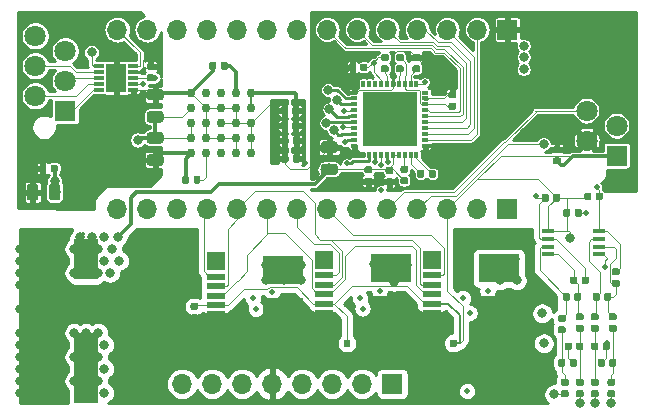
<source format=gbr>
G04 #@! TF.GenerationSoftware,KiCad,Pcbnew,5.1.2-f72e74a~84~ubuntu18.04.1*
G04 #@! TF.CreationDate,2019-09-03T03:08:37+02:00*
G04 #@! TF.ProjectId,board,626f6172-642e-46b6-9963-61645f706362,rev?*
G04 #@! TF.SameCoordinates,Original*
G04 #@! TF.FileFunction,Copper,L4,Bot*
G04 #@! TF.FilePolarity,Positive*
%FSLAX46Y46*%
G04 Gerber Fmt 4.6, Leading zero omitted, Abs format (unit mm)*
G04 Created by KiCad (PCBNEW 5.1.2-f72e74a~84~ubuntu18.04.1) date 2019-09-03 03:08:37*
%MOMM*%
%LPD*%
G04 APERTURE LIST*
%ADD10C,0.100000*%
%ADD11C,0.590000*%
%ADD12C,0.750000*%
%ADD13R,1.100000X0.400000*%
%ADD14R,1.700000X1.700000*%
%ADD15O,1.700000X1.700000*%
%ADD16R,1.752600X2.489200*%
%ADD17R,0.812800X0.304800*%
%ADD18R,2.000000X3.500000*%
%ADD19R,2.000000X6.000000*%
%ADD20R,3.480000X2.400000*%
%ADD21R,1.600000X1.500000*%
%ADD22R,1.600000X0.500000*%
%ADD23R,1.150000X1.150000*%
%ADD24R,0.500000X0.300000*%
%ADD25R,0.300000X0.500000*%
%ADD26C,0.975000*%
%ADD27C,1.800000*%
%ADD28R,1.800000X1.800000*%
%ADD29C,0.800000*%
%ADD30C,0.500000*%
%ADD31C,0.300000*%
%ADD32C,0.200000*%
%ADD33C,0.250000*%
%ADD34C,0.254000*%
G04 APERTURE END LIST*
D10*
G36*
X146211558Y-111694310D02*
G01*
X146225876Y-111696434D01*
X146239917Y-111699951D01*
X146253546Y-111704828D01*
X146266631Y-111711017D01*
X146279047Y-111718458D01*
X146290673Y-111727081D01*
X146301398Y-111736802D01*
X146311119Y-111747527D01*
X146319742Y-111759153D01*
X146327183Y-111771569D01*
X146333372Y-111784654D01*
X146338249Y-111798283D01*
X146341766Y-111812324D01*
X146343890Y-111826642D01*
X146344600Y-111841100D01*
X146344600Y-112136100D01*
X146343890Y-112150558D01*
X146341766Y-112164876D01*
X146338249Y-112178917D01*
X146333372Y-112192546D01*
X146327183Y-112205631D01*
X146319742Y-112218047D01*
X146311119Y-112229673D01*
X146301398Y-112240398D01*
X146290673Y-112250119D01*
X146279047Y-112258742D01*
X146266631Y-112266183D01*
X146253546Y-112272372D01*
X146239917Y-112277249D01*
X146225876Y-112280766D01*
X146211558Y-112282890D01*
X146197100Y-112283600D01*
X145852100Y-112283600D01*
X145837642Y-112282890D01*
X145823324Y-112280766D01*
X145809283Y-112277249D01*
X145795654Y-112272372D01*
X145782569Y-112266183D01*
X145770153Y-112258742D01*
X145758527Y-112250119D01*
X145747802Y-112240398D01*
X145738081Y-112229673D01*
X145729458Y-112218047D01*
X145722017Y-112205631D01*
X145715828Y-112192546D01*
X145710951Y-112178917D01*
X145707434Y-112164876D01*
X145705310Y-112150558D01*
X145704600Y-112136100D01*
X145704600Y-111841100D01*
X145705310Y-111826642D01*
X145707434Y-111812324D01*
X145710951Y-111798283D01*
X145715828Y-111784654D01*
X145722017Y-111771569D01*
X145729458Y-111759153D01*
X145738081Y-111747527D01*
X145747802Y-111736802D01*
X145758527Y-111727081D01*
X145770153Y-111718458D01*
X145782569Y-111711017D01*
X145795654Y-111704828D01*
X145809283Y-111699951D01*
X145823324Y-111696434D01*
X145837642Y-111694310D01*
X145852100Y-111693600D01*
X146197100Y-111693600D01*
X146211558Y-111694310D01*
X146211558Y-111694310D01*
G37*
D11*
X146024600Y-111988600D03*
D10*
G36*
X146211558Y-112664310D02*
G01*
X146225876Y-112666434D01*
X146239917Y-112669951D01*
X146253546Y-112674828D01*
X146266631Y-112681017D01*
X146279047Y-112688458D01*
X146290673Y-112697081D01*
X146301398Y-112706802D01*
X146311119Y-112717527D01*
X146319742Y-112729153D01*
X146327183Y-112741569D01*
X146333372Y-112754654D01*
X146338249Y-112768283D01*
X146341766Y-112782324D01*
X146343890Y-112796642D01*
X146344600Y-112811100D01*
X146344600Y-113106100D01*
X146343890Y-113120558D01*
X146341766Y-113134876D01*
X146338249Y-113148917D01*
X146333372Y-113162546D01*
X146327183Y-113175631D01*
X146319742Y-113188047D01*
X146311119Y-113199673D01*
X146301398Y-113210398D01*
X146290673Y-113220119D01*
X146279047Y-113228742D01*
X146266631Y-113236183D01*
X146253546Y-113242372D01*
X146239917Y-113247249D01*
X146225876Y-113250766D01*
X146211558Y-113252890D01*
X146197100Y-113253600D01*
X145852100Y-113253600D01*
X145837642Y-113252890D01*
X145823324Y-113250766D01*
X145809283Y-113247249D01*
X145795654Y-113242372D01*
X145782569Y-113236183D01*
X145770153Y-113228742D01*
X145758527Y-113220119D01*
X145747802Y-113210398D01*
X145738081Y-113199673D01*
X145729458Y-113188047D01*
X145722017Y-113175631D01*
X145715828Y-113162546D01*
X145710951Y-113148917D01*
X145707434Y-113134876D01*
X145705310Y-113120558D01*
X145704600Y-113106100D01*
X145704600Y-112811100D01*
X145705310Y-112796642D01*
X145707434Y-112782324D01*
X145710951Y-112768283D01*
X145715828Y-112754654D01*
X145722017Y-112741569D01*
X145729458Y-112729153D01*
X145738081Y-112717527D01*
X145747802Y-112706802D01*
X145758527Y-112697081D01*
X145770153Y-112688458D01*
X145782569Y-112681017D01*
X145795654Y-112674828D01*
X145809283Y-112669951D01*
X145823324Y-112666434D01*
X145837642Y-112664310D01*
X145852100Y-112663600D01*
X146197100Y-112663600D01*
X146211558Y-112664310D01*
X146211558Y-112664310D01*
G37*
D11*
X146024600Y-112958600D03*
D10*
G36*
X111819958Y-104653710D02*
G01*
X111834276Y-104655834D01*
X111848317Y-104659351D01*
X111861946Y-104664228D01*
X111875031Y-104670417D01*
X111887447Y-104677858D01*
X111899073Y-104686481D01*
X111909798Y-104696202D01*
X111919519Y-104706927D01*
X111928142Y-104718553D01*
X111935583Y-104730969D01*
X111941772Y-104744054D01*
X111946649Y-104757683D01*
X111950166Y-104771724D01*
X111952290Y-104786042D01*
X111953000Y-104800500D01*
X111953000Y-105095500D01*
X111952290Y-105109958D01*
X111950166Y-105124276D01*
X111946649Y-105138317D01*
X111941772Y-105151946D01*
X111935583Y-105165031D01*
X111928142Y-105177447D01*
X111919519Y-105189073D01*
X111909798Y-105199798D01*
X111899073Y-105209519D01*
X111887447Y-105218142D01*
X111875031Y-105225583D01*
X111861946Y-105231772D01*
X111848317Y-105236649D01*
X111834276Y-105240166D01*
X111819958Y-105242290D01*
X111805500Y-105243000D01*
X111460500Y-105243000D01*
X111446042Y-105242290D01*
X111431724Y-105240166D01*
X111417683Y-105236649D01*
X111404054Y-105231772D01*
X111390969Y-105225583D01*
X111378553Y-105218142D01*
X111366927Y-105209519D01*
X111356202Y-105199798D01*
X111346481Y-105189073D01*
X111337858Y-105177447D01*
X111330417Y-105165031D01*
X111324228Y-105151946D01*
X111319351Y-105138317D01*
X111315834Y-105124276D01*
X111313710Y-105109958D01*
X111313000Y-105095500D01*
X111313000Y-104800500D01*
X111313710Y-104786042D01*
X111315834Y-104771724D01*
X111319351Y-104757683D01*
X111324228Y-104744054D01*
X111330417Y-104730969D01*
X111337858Y-104718553D01*
X111346481Y-104706927D01*
X111356202Y-104696202D01*
X111366927Y-104686481D01*
X111378553Y-104677858D01*
X111390969Y-104670417D01*
X111404054Y-104664228D01*
X111417683Y-104659351D01*
X111431724Y-104655834D01*
X111446042Y-104653710D01*
X111460500Y-104653000D01*
X111805500Y-104653000D01*
X111819958Y-104653710D01*
X111819958Y-104653710D01*
G37*
D11*
X111633000Y-104948000D03*
D10*
G36*
X111819958Y-105623710D02*
G01*
X111834276Y-105625834D01*
X111848317Y-105629351D01*
X111861946Y-105634228D01*
X111875031Y-105640417D01*
X111887447Y-105647858D01*
X111899073Y-105656481D01*
X111909798Y-105666202D01*
X111919519Y-105676927D01*
X111928142Y-105688553D01*
X111935583Y-105700969D01*
X111941772Y-105714054D01*
X111946649Y-105727683D01*
X111950166Y-105741724D01*
X111952290Y-105756042D01*
X111953000Y-105770500D01*
X111953000Y-106065500D01*
X111952290Y-106079958D01*
X111950166Y-106094276D01*
X111946649Y-106108317D01*
X111941772Y-106121946D01*
X111935583Y-106135031D01*
X111928142Y-106147447D01*
X111919519Y-106159073D01*
X111909798Y-106169798D01*
X111899073Y-106179519D01*
X111887447Y-106188142D01*
X111875031Y-106195583D01*
X111861946Y-106201772D01*
X111848317Y-106206649D01*
X111834276Y-106210166D01*
X111819958Y-106212290D01*
X111805500Y-106213000D01*
X111460500Y-106213000D01*
X111446042Y-106212290D01*
X111431724Y-106210166D01*
X111417683Y-106206649D01*
X111404054Y-106201772D01*
X111390969Y-106195583D01*
X111378553Y-106188142D01*
X111366927Y-106179519D01*
X111356202Y-106169798D01*
X111346481Y-106159073D01*
X111337858Y-106147447D01*
X111330417Y-106135031D01*
X111324228Y-106121946D01*
X111319351Y-106108317D01*
X111315834Y-106094276D01*
X111313710Y-106079958D01*
X111313000Y-106065500D01*
X111313000Y-105770500D01*
X111313710Y-105756042D01*
X111315834Y-105741724D01*
X111319351Y-105727683D01*
X111324228Y-105714054D01*
X111330417Y-105700969D01*
X111337858Y-105688553D01*
X111346481Y-105676927D01*
X111356202Y-105666202D01*
X111366927Y-105656481D01*
X111378553Y-105647858D01*
X111390969Y-105640417D01*
X111404054Y-105634228D01*
X111417683Y-105629351D01*
X111431724Y-105625834D01*
X111446042Y-105623710D01*
X111460500Y-105623000D01*
X111805500Y-105623000D01*
X111819958Y-105623710D01*
X111819958Y-105623710D01*
G37*
D11*
X111633000Y-105918000D03*
D12*
X115062000Y-107188000D03*
X116332000Y-107188000D03*
X117602000Y-107188000D03*
X118872000Y-107188000D03*
X120142000Y-107188000D03*
X115062000Y-108458000D03*
X116332000Y-108458000D03*
X117602000Y-108458000D03*
X118872000Y-108458000D03*
X120142000Y-108458000D03*
X115062000Y-109728000D03*
X116332000Y-109728000D03*
X117602000Y-109728000D03*
X118872000Y-109728000D03*
X120142000Y-109728000D03*
X115062000Y-110998000D03*
X116332000Y-110998000D03*
X117602000Y-110998000D03*
X118872000Y-110998000D03*
X120142000Y-110998000D03*
X115062000Y-112268000D03*
X116332000Y-112268000D03*
X117602000Y-112268000D03*
X118872000Y-112268000D03*
X120142000Y-112268000D03*
D10*
G36*
X148116958Y-128331710D02*
G01*
X148131276Y-128333834D01*
X148145317Y-128337351D01*
X148158946Y-128342228D01*
X148172031Y-128348417D01*
X148184447Y-128355858D01*
X148196073Y-128364481D01*
X148206798Y-128374202D01*
X148216519Y-128384927D01*
X148225142Y-128396553D01*
X148232583Y-128408969D01*
X148238772Y-128422054D01*
X148243649Y-128435683D01*
X148247166Y-128449724D01*
X148249290Y-128464042D01*
X148250000Y-128478500D01*
X148250000Y-128823500D01*
X148249290Y-128837958D01*
X148247166Y-128852276D01*
X148243649Y-128866317D01*
X148238772Y-128879946D01*
X148232583Y-128893031D01*
X148225142Y-128905447D01*
X148216519Y-128917073D01*
X148206798Y-128927798D01*
X148196073Y-128937519D01*
X148184447Y-128946142D01*
X148172031Y-128953583D01*
X148158946Y-128959772D01*
X148145317Y-128964649D01*
X148131276Y-128968166D01*
X148116958Y-128970290D01*
X148102500Y-128971000D01*
X147807500Y-128971000D01*
X147793042Y-128970290D01*
X147778724Y-128968166D01*
X147764683Y-128964649D01*
X147751054Y-128959772D01*
X147737969Y-128953583D01*
X147725553Y-128946142D01*
X147713927Y-128937519D01*
X147703202Y-128927798D01*
X147693481Y-128917073D01*
X147684858Y-128905447D01*
X147677417Y-128893031D01*
X147671228Y-128879946D01*
X147666351Y-128866317D01*
X147662834Y-128852276D01*
X147660710Y-128837958D01*
X147660000Y-128823500D01*
X147660000Y-128478500D01*
X147660710Y-128464042D01*
X147662834Y-128449724D01*
X147666351Y-128435683D01*
X147671228Y-128422054D01*
X147677417Y-128408969D01*
X147684858Y-128396553D01*
X147693481Y-128384927D01*
X147703202Y-128374202D01*
X147713927Y-128364481D01*
X147725553Y-128355858D01*
X147737969Y-128348417D01*
X147751054Y-128342228D01*
X147764683Y-128337351D01*
X147778724Y-128333834D01*
X147793042Y-128331710D01*
X147807500Y-128331000D01*
X148102500Y-128331000D01*
X148116958Y-128331710D01*
X148116958Y-128331710D01*
G37*
D11*
X147955000Y-128651000D03*
D10*
G36*
X147146958Y-128331710D02*
G01*
X147161276Y-128333834D01*
X147175317Y-128337351D01*
X147188946Y-128342228D01*
X147202031Y-128348417D01*
X147214447Y-128355858D01*
X147226073Y-128364481D01*
X147236798Y-128374202D01*
X147246519Y-128384927D01*
X147255142Y-128396553D01*
X147262583Y-128408969D01*
X147268772Y-128422054D01*
X147273649Y-128435683D01*
X147277166Y-128449724D01*
X147279290Y-128464042D01*
X147280000Y-128478500D01*
X147280000Y-128823500D01*
X147279290Y-128837958D01*
X147277166Y-128852276D01*
X147273649Y-128866317D01*
X147268772Y-128879946D01*
X147262583Y-128893031D01*
X147255142Y-128905447D01*
X147246519Y-128917073D01*
X147236798Y-128927798D01*
X147226073Y-128937519D01*
X147214447Y-128946142D01*
X147202031Y-128953583D01*
X147188946Y-128959772D01*
X147175317Y-128964649D01*
X147161276Y-128968166D01*
X147146958Y-128970290D01*
X147132500Y-128971000D01*
X146837500Y-128971000D01*
X146823042Y-128970290D01*
X146808724Y-128968166D01*
X146794683Y-128964649D01*
X146781054Y-128959772D01*
X146767969Y-128953583D01*
X146755553Y-128946142D01*
X146743927Y-128937519D01*
X146733202Y-128927798D01*
X146723481Y-128917073D01*
X146714858Y-128905447D01*
X146707417Y-128893031D01*
X146701228Y-128879946D01*
X146696351Y-128866317D01*
X146692834Y-128852276D01*
X146690710Y-128837958D01*
X146690000Y-128823500D01*
X146690000Y-128478500D01*
X146690710Y-128464042D01*
X146692834Y-128449724D01*
X146696351Y-128435683D01*
X146701228Y-128422054D01*
X146707417Y-128408969D01*
X146714858Y-128396553D01*
X146723481Y-128384927D01*
X146733202Y-128374202D01*
X146743927Y-128364481D01*
X146755553Y-128355858D01*
X146767969Y-128348417D01*
X146781054Y-128342228D01*
X146794683Y-128337351D01*
X146808724Y-128333834D01*
X146823042Y-128331710D01*
X146837500Y-128331000D01*
X147132500Y-128331000D01*
X147146958Y-128331710D01*
X147146958Y-128331710D01*
G37*
D11*
X146985000Y-128651000D03*
D10*
G36*
X115502958Y-125943710D02*
G01*
X115517276Y-125945834D01*
X115531317Y-125949351D01*
X115544946Y-125954228D01*
X115558031Y-125960417D01*
X115570447Y-125967858D01*
X115582073Y-125976481D01*
X115592798Y-125986202D01*
X115602519Y-125996927D01*
X115611142Y-126008553D01*
X115618583Y-126020969D01*
X115624772Y-126034054D01*
X115629649Y-126047683D01*
X115633166Y-126061724D01*
X115635290Y-126076042D01*
X115636000Y-126090500D01*
X115636000Y-126385500D01*
X115635290Y-126399958D01*
X115633166Y-126414276D01*
X115629649Y-126428317D01*
X115624772Y-126441946D01*
X115618583Y-126455031D01*
X115611142Y-126467447D01*
X115602519Y-126479073D01*
X115592798Y-126489798D01*
X115582073Y-126499519D01*
X115570447Y-126508142D01*
X115558031Y-126515583D01*
X115544946Y-126521772D01*
X115531317Y-126526649D01*
X115517276Y-126530166D01*
X115502958Y-126532290D01*
X115488500Y-126533000D01*
X115143500Y-126533000D01*
X115129042Y-126532290D01*
X115114724Y-126530166D01*
X115100683Y-126526649D01*
X115087054Y-126521772D01*
X115073969Y-126515583D01*
X115061553Y-126508142D01*
X115049927Y-126499519D01*
X115039202Y-126489798D01*
X115029481Y-126479073D01*
X115020858Y-126467447D01*
X115013417Y-126455031D01*
X115007228Y-126441946D01*
X115002351Y-126428317D01*
X114998834Y-126414276D01*
X114996710Y-126399958D01*
X114996000Y-126385500D01*
X114996000Y-126090500D01*
X114996710Y-126076042D01*
X114998834Y-126061724D01*
X115002351Y-126047683D01*
X115007228Y-126034054D01*
X115013417Y-126020969D01*
X115020858Y-126008553D01*
X115029481Y-125996927D01*
X115039202Y-125986202D01*
X115049927Y-125976481D01*
X115061553Y-125967858D01*
X115073969Y-125960417D01*
X115087054Y-125954228D01*
X115100683Y-125949351D01*
X115114724Y-125945834D01*
X115129042Y-125943710D01*
X115143500Y-125943000D01*
X115488500Y-125943000D01*
X115502958Y-125943710D01*
X115502958Y-125943710D01*
G37*
D11*
X115316000Y-126238000D03*
D10*
G36*
X115502958Y-124973710D02*
G01*
X115517276Y-124975834D01*
X115531317Y-124979351D01*
X115544946Y-124984228D01*
X115558031Y-124990417D01*
X115570447Y-124997858D01*
X115582073Y-125006481D01*
X115592798Y-125016202D01*
X115602519Y-125026927D01*
X115611142Y-125038553D01*
X115618583Y-125050969D01*
X115624772Y-125064054D01*
X115629649Y-125077683D01*
X115633166Y-125091724D01*
X115635290Y-125106042D01*
X115636000Y-125120500D01*
X115636000Y-125415500D01*
X115635290Y-125429958D01*
X115633166Y-125444276D01*
X115629649Y-125458317D01*
X115624772Y-125471946D01*
X115618583Y-125485031D01*
X115611142Y-125497447D01*
X115602519Y-125509073D01*
X115592798Y-125519798D01*
X115582073Y-125529519D01*
X115570447Y-125538142D01*
X115558031Y-125545583D01*
X115544946Y-125551772D01*
X115531317Y-125556649D01*
X115517276Y-125560166D01*
X115502958Y-125562290D01*
X115488500Y-125563000D01*
X115143500Y-125563000D01*
X115129042Y-125562290D01*
X115114724Y-125560166D01*
X115100683Y-125556649D01*
X115087054Y-125551772D01*
X115073969Y-125545583D01*
X115061553Y-125538142D01*
X115049927Y-125529519D01*
X115039202Y-125519798D01*
X115029481Y-125509073D01*
X115020858Y-125497447D01*
X115013417Y-125485031D01*
X115007228Y-125471946D01*
X115002351Y-125458317D01*
X114998834Y-125444276D01*
X114996710Y-125429958D01*
X114996000Y-125415500D01*
X114996000Y-125120500D01*
X114996710Y-125106042D01*
X114998834Y-125091724D01*
X115002351Y-125077683D01*
X115007228Y-125064054D01*
X115013417Y-125050969D01*
X115020858Y-125038553D01*
X115029481Y-125026927D01*
X115039202Y-125016202D01*
X115049927Y-125006481D01*
X115061553Y-124997858D01*
X115073969Y-124990417D01*
X115087054Y-124984228D01*
X115100683Y-124979351D01*
X115114724Y-124975834D01*
X115129042Y-124973710D01*
X115143500Y-124973000D01*
X115488500Y-124973000D01*
X115502958Y-124973710D01*
X115502958Y-124973710D01*
G37*
D11*
X115316000Y-125268000D03*
D10*
G36*
X137402958Y-128077710D02*
G01*
X137417276Y-128079834D01*
X137431317Y-128083351D01*
X137444946Y-128088228D01*
X137458031Y-128094417D01*
X137470447Y-128101858D01*
X137482073Y-128110481D01*
X137492798Y-128120202D01*
X137502519Y-128130927D01*
X137511142Y-128142553D01*
X137518583Y-128154969D01*
X137524772Y-128168054D01*
X137529649Y-128181683D01*
X137533166Y-128195724D01*
X137535290Y-128210042D01*
X137536000Y-128224500D01*
X137536000Y-128569500D01*
X137535290Y-128583958D01*
X137533166Y-128598276D01*
X137529649Y-128612317D01*
X137524772Y-128625946D01*
X137518583Y-128639031D01*
X137511142Y-128651447D01*
X137502519Y-128663073D01*
X137492798Y-128673798D01*
X137482073Y-128683519D01*
X137470447Y-128692142D01*
X137458031Y-128699583D01*
X137444946Y-128705772D01*
X137431317Y-128710649D01*
X137417276Y-128714166D01*
X137402958Y-128716290D01*
X137388500Y-128717000D01*
X137093500Y-128717000D01*
X137079042Y-128716290D01*
X137064724Y-128714166D01*
X137050683Y-128710649D01*
X137037054Y-128705772D01*
X137023969Y-128699583D01*
X137011553Y-128692142D01*
X136999927Y-128683519D01*
X136989202Y-128673798D01*
X136979481Y-128663073D01*
X136970858Y-128651447D01*
X136963417Y-128639031D01*
X136957228Y-128625946D01*
X136952351Y-128612317D01*
X136948834Y-128598276D01*
X136946710Y-128583958D01*
X136946000Y-128569500D01*
X136946000Y-128224500D01*
X136946710Y-128210042D01*
X136948834Y-128195724D01*
X136952351Y-128181683D01*
X136957228Y-128168054D01*
X136963417Y-128154969D01*
X136970858Y-128142553D01*
X136979481Y-128130927D01*
X136989202Y-128120202D01*
X136999927Y-128110481D01*
X137011553Y-128101858D01*
X137023969Y-128094417D01*
X137037054Y-128088228D01*
X137050683Y-128083351D01*
X137064724Y-128079834D01*
X137079042Y-128077710D01*
X137093500Y-128077000D01*
X137388500Y-128077000D01*
X137402958Y-128077710D01*
X137402958Y-128077710D01*
G37*
D11*
X137241000Y-128397000D03*
D10*
G36*
X136432958Y-128077710D02*
G01*
X136447276Y-128079834D01*
X136461317Y-128083351D01*
X136474946Y-128088228D01*
X136488031Y-128094417D01*
X136500447Y-128101858D01*
X136512073Y-128110481D01*
X136522798Y-128120202D01*
X136532519Y-128130927D01*
X136541142Y-128142553D01*
X136548583Y-128154969D01*
X136554772Y-128168054D01*
X136559649Y-128181683D01*
X136563166Y-128195724D01*
X136565290Y-128210042D01*
X136566000Y-128224500D01*
X136566000Y-128569500D01*
X136565290Y-128583958D01*
X136563166Y-128598276D01*
X136559649Y-128612317D01*
X136554772Y-128625946D01*
X136548583Y-128639031D01*
X136541142Y-128651447D01*
X136532519Y-128663073D01*
X136522798Y-128673798D01*
X136512073Y-128683519D01*
X136500447Y-128692142D01*
X136488031Y-128699583D01*
X136474946Y-128705772D01*
X136461317Y-128710649D01*
X136447276Y-128714166D01*
X136432958Y-128716290D01*
X136418500Y-128717000D01*
X136123500Y-128717000D01*
X136109042Y-128716290D01*
X136094724Y-128714166D01*
X136080683Y-128710649D01*
X136067054Y-128705772D01*
X136053969Y-128699583D01*
X136041553Y-128692142D01*
X136029927Y-128683519D01*
X136019202Y-128673798D01*
X136009481Y-128663073D01*
X136000858Y-128651447D01*
X135993417Y-128639031D01*
X135987228Y-128625946D01*
X135982351Y-128612317D01*
X135978834Y-128598276D01*
X135976710Y-128583958D01*
X135976000Y-128569500D01*
X135976000Y-128224500D01*
X135976710Y-128210042D01*
X135978834Y-128195724D01*
X135982351Y-128181683D01*
X135987228Y-128168054D01*
X135993417Y-128154969D01*
X136000858Y-128142553D01*
X136009481Y-128130927D01*
X136019202Y-128120202D01*
X136029927Y-128110481D01*
X136041553Y-128101858D01*
X136053969Y-128094417D01*
X136067054Y-128088228D01*
X136080683Y-128083351D01*
X136094724Y-128079834D01*
X136109042Y-128077710D01*
X136123500Y-128077000D01*
X136418500Y-128077000D01*
X136432958Y-128077710D01*
X136432958Y-128077710D01*
G37*
D11*
X136271000Y-128397000D03*
D10*
G36*
X127438958Y-128077710D02*
G01*
X127453276Y-128079834D01*
X127467317Y-128083351D01*
X127480946Y-128088228D01*
X127494031Y-128094417D01*
X127506447Y-128101858D01*
X127518073Y-128110481D01*
X127528798Y-128120202D01*
X127538519Y-128130927D01*
X127547142Y-128142553D01*
X127554583Y-128154969D01*
X127560772Y-128168054D01*
X127565649Y-128181683D01*
X127569166Y-128195724D01*
X127571290Y-128210042D01*
X127572000Y-128224500D01*
X127572000Y-128569500D01*
X127571290Y-128583958D01*
X127569166Y-128598276D01*
X127565649Y-128612317D01*
X127560772Y-128625946D01*
X127554583Y-128639031D01*
X127547142Y-128651447D01*
X127538519Y-128663073D01*
X127528798Y-128673798D01*
X127518073Y-128683519D01*
X127506447Y-128692142D01*
X127494031Y-128699583D01*
X127480946Y-128705772D01*
X127467317Y-128710649D01*
X127453276Y-128714166D01*
X127438958Y-128716290D01*
X127424500Y-128717000D01*
X127129500Y-128717000D01*
X127115042Y-128716290D01*
X127100724Y-128714166D01*
X127086683Y-128710649D01*
X127073054Y-128705772D01*
X127059969Y-128699583D01*
X127047553Y-128692142D01*
X127035927Y-128683519D01*
X127025202Y-128673798D01*
X127015481Y-128663073D01*
X127006858Y-128651447D01*
X126999417Y-128639031D01*
X126993228Y-128625946D01*
X126988351Y-128612317D01*
X126984834Y-128598276D01*
X126982710Y-128583958D01*
X126982000Y-128569500D01*
X126982000Y-128224500D01*
X126982710Y-128210042D01*
X126984834Y-128195724D01*
X126988351Y-128181683D01*
X126993228Y-128168054D01*
X126999417Y-128154969D01*
X127006858Y-128142553D01*
X127015481Y-128130927D01*
X127025202Y-128120202D01*
X127035927Y-128110481D01*
X127047553Y-128101858D01*
X127059969Y-128094417D01*
X127073054Y-128088228D01*
X127086683Y-128083351D01*
X127100724Y-128079834D01*
X127115042Y-128077710D01*
X127129500Y-128077000D01*
X127424500Y-128077000D01*
X127438958Y-128077710D01*
X127438958Y-128077710D01*
G37*
D11*
X127277000Y-128397000D03*
D10*
G36*
X128408958Y-128077710D02*
G01*
X128423276Y-128079834D01*
X128437317Y-128083351D01*
X128450946Y-128088228D01*
X128464031Y-128094417D01*
X128476447Y-128101858D01*
X128488073Y-128110481D01*
X128498798Y-128120202D01*
X128508519Y-128130927D01*
X128517142Y-128142553D01*
X128524583Y-128154969D01*
X128530772Y-128168054D01*
X128535649Y-128181683D01*
X128539166Y-128195724D01*
X128541290Y-128210042D01*
X128542000Y-128224500D01*
X128542000Y-128569500D01*
X128541290Y-128583958D01*
X128539166Y-128598276D01*
X128535649Y-128612317D01*
X128530772Y-128625946D01*
X128524583Y-128639031D01*
X128517142Y-128651447D01*
X128508519Y-128663073D01*
X128498798Y-128673798D01*
X128488073Y-128683519D01*
X128476447Y-128692142D01*
X128464031Y-128699583D01*
X128450946Y-128705772D01*
X128437317Y-128710649D01*
X128423276Y-128714166D01*
X128408958Y-128716290D01*
X128394500Y-128717000D01*
X128099500Y-128717000D01*
X128085042Y-128716290D01*
X128070724Y-128714166D01*
X128056683Y-128710649D01*
X128043054Y-128705772D01*
X128029969Y-128699583D01*
X128017553Y-128692142D01*
X128005927Y-128683519D01*
X127995202Y-128673798D01*
X127985481Y-128663073D01*
X127976858Y-128651447D01*
X127969417Y-128639031D01*
X127963228Y-128625946D01*
X127958351Y-128612317D01*
X127954834Y-128598276D01*
X127952710Y-128583958D01*
X127952000Y-128569500D01*
X127952000Y-128224500D01*
X127952710Y-128210042D01*
X127954834Y-128195724D01*
X127958351Y-128181683D01*
X127963228Y-128168054D01*
X127969417Y-128154969D01*
X127976858Y-128142553D01*
X127985481Y-128130927D01*
X127995202Y-128120202D01*
X128005927Y-128110481D01*
X128017553Y-128101858D01*
X128029969Y-128094417D01*
X128043054Y-128088228D01*
X128056683Y-128083351D01*
X128070724Y-128079834D01*
X128085042Y-128077710D01*
X128099500Y-128077000D01*
X128394500Y-128077000D01*
X128408958Y-128077710D01*
X128408958Y-128077710D01*
G37*
D11*
X128247000Y-128397000D03*
D13*
X145297000Y-118913000D03*
X145297000Y-119563000D03*
X145297000Y-120213000D03*
X145297000Y-120863000D03*
X149597000Y-120863000D03*
X149597000Y-120213000D03*
X149597000Y-119563000D03*
X149597000Y-118913000D03*
D10*
G36*
X146165958Y-115758710D02*
G01*
X146180276Y-115760834D01*
X146194317Y-115764351D01*
X146207946Y-115769228D01*
X146221031Y-115775417D01*
X146233447Y-115782858D01*
X146245073Y-115791481D01*
X146255798Y-115801202D01*
X146265519Y-115811927D01*
X146274142Y-115823553D01*
X146281583Y-115835969D01*
X146287772Y-115849054D01*
X146292649Y-115862683D01*
X146296166Y-115876724D01*
X146298290Y-115891042D01*
X146299000Y-115905500D01*
X146299000Y-116250500D01*
X146298290Y-116264958D01*
X146296166Y-116279276D01*
X146292649Y-116293317D01*
X146287772Y-116306946D01*
X146281583Y-116320031D01*
X146274142Y-116332447D01*
X146265519Y-116344073D01*
X146255798Y-116354798D01*
X146245073Y-116364519D01*
X146233447Y-116373142D01*
X146221031Y-116380583D01*
X146207946Y-116386772D01*
X146194317Y-116391649D01*
X146180276Y-116395166D01*
X146165958Y-116397290D01*
X146151500Y-116398000D01*
X145856500Y-116398000D01*
X145842042Y-116397290D01*
X145827724Y-116395166D01*
X145813683Y-116391649D01*
X145800054Y-116386772D01*
X145786969Y-116380583D01*
X145774553Y-116373142D01*
X145762927Y-116364519D01*
X145752202Y-116354798D01*
X145742481Y-116344073D01*
X145733858Y-116332447D01*
X145726417Y-116320031D01*
X145720228Y-116306946D01*
X145715351Y-116293317D01*
X145711834Y-116279276D01*
X145709710Y-116264958D01*
X145709000Y-116250500D01*
X145709000Y-115905500D01*
X145709710Y-115891042D01*
X145711834Y-115876724D01*
X145715351Y-115862683D01*
X145720228Y-115849054D01*
X145726417Y-115835969D01*
X145733858Y-115823553D01*
X145742481Y-115811927D01*
X145752202Y-115801202D01*
X145762927Y-115791481D01*
X145774553Y-115782858D01*
X145786969Y-115775417D01*
X145800054Y-115769228D01*
X145813683Y-115764351D01*
X145827724Y-115760834D01*
X145842042Y-115758710D01*
X145856500Y-115758000D01*
X146151500Y-115758000D01*
X146165958Y-115758710D01*
X146165958Y-115758710D01*
G37*
D11*
X146004000Y-116078000D03*
D10*
G36*
X145195958Y-115758710D02*
G01*
X145210276Y-115760834D01*
X145224317Y-115764351D01*
X145237946Y-115769228D01*
X145251031Y-115775417D01*
X145263447Y-115782858D01*
X145275073Y-115791481D01*
X145285798Y-115801202D01*
X145295519Y-115811927D01*
X145304142Y-115823553D01*
X145311583Y-115835969D01*
X145317772Y-115849054D01*
X145322649Y-115862683D01*
X145326166Y-115876724D01*
X145328290Y-115891042D01*
X145329000Y-115905500D01*
X145329000Y-116250500D01*
X145328290Y-116264958D01*
X145326166Y-116279276D01*
X145322649Y-116293317D01*
X145317772Y-116306946D01*
X145311583Y-116320031D01*
X145304142Y-116332447D01*
X145295519Y-116344073D01*
X145285798Y-116354798D01*
X145275073Y-116364519D01*
X145263447Y-116373142D01*
X145251031Y-116380583D01*
X145237946Y-116386772D01*
X145224317Y-116391649D01*
X145210276Y-116395166D01*
X145195958Y-116397290D01*
X145181500Y-116398000D01*
X144886500Y-116398000D01*
X144872042Y-116397290D01*
X144857724Y-116395166D01*
X144843683Y-116391649D01*
X144830054Y-116386772D01*
X144816969Y-116380583D01*
X144804553Y-116373142D01*
X144792927Y-116364519D01*
X144782202Y-116354798D01*
X144772481Y-116344073D01*
X144763858Y-116332447D01*
X144756417Y-116320031D01*
X144750228Y-116306946D01*
X144745351Y-116293317D01*
X144741834Y-116279276D01*
X144739710Y-116264958D01*
X144739000Y-116250500D01*
X144739000Y-115905500D01*
X144739710Y-115891042D01*
X144741834Y-115876724D01*
X144745351Y-115862683D01*
X144750228Y-115849054D01*
X144756417Y-115835969D01*
X144763858Y-115823553D01*
X144772481Y-115811927D01*
X144782202Y-115801202D01*
X144792927Y-115791481D01*
X144804553Y-115782858D01*
X144816969Y-115775417D01*
X144830054Y-115769228D01*
X144843683Y-115764351D01*
X144857724Y-115760834D01*
X144872042Y-115758710D01*
X144886500Y-115758000D01*
X145181500Y-115758000D01*
X145195958Y-115758710D01*
X145195958Y-115758710D01*
G37*
D11*
X145034000Y-116078000D03*
D10*
G36*
X148797958Y-115631710D02*
G01*
X148812276Y-115633834D01*
X148826317Y-115637351D01*
X148839946Y-115642228D01*
X148853031Y-115648417D01*
X148865447Y-115655858D01*
X148877073Y-115664481D01*
X148887798Y-115674202D01*
X148897519Y-115684927D01*
X148906142Y-115696553D01*
X148913583Y-115708969D01*
X148919772Y-115722054D01*
X148924649Y-115735683D01*
X148928166Y-115749724D01*
X148930290Y-115764042D01*
X148931000Y-115778500D01*
X148931000Y-116123500D01*
X148930290Y-116137958D01*
X148928166Y-116152276D01*
X148924649Y-116166317D01*
X148919772Y-116179946D01*
X148913583Y-116193031D01*
X148906142Y-116205447D01*
X148897519Y-116217073D01*
X148887798Y-116227798D01*
X148877073Y-116237519D01*
X148865447Y-116246142D01*
X148853031Y-116253583D01*
X148839946Y-116259772D01*
X148826317Y-116264649D01*
X148812276Y-116268166D01*
X148797958Y-116270290D01*
X148783500Y-116271000D01*
X148488500Y-116271000D01*
X148474042Y-116270290D01*
X148459724Y-116268166D01*
X148445683Y-116264649D01*
X148432054Y-116259772D01*
X148418969Y-116253583D01*
X148406553Y-116246142D01*
X148394927Y-116237519D01*
X148384202Y-116227798D01*
X148374481Y-116217073D01*
X148365858Y-116205447D01*
X148358417Y-116193031D01*
X148352228Y-116179946D01*
X148347351Y-116166317D01*
X148343834Y-116152276D01*
X148341710Y-116137958D01*
X148341000Y-116123500D01*
X148341000Y-115778500D01*
X148341710Y-115764042D01*
X148343834Y-115749724D01*
X148347351Y-115735683D01*
X148352228Y-115722054D01*
X148358417Y-115708969D01*
X148365858Y-115696553D01*
X148374481Y-115684927D01*
X148384202Y-115674202D01*
X148394927Y-115664481D01*
X148406553Y-115655858D01*
X148418969Y-115648417D01*
X148432054Y-115642228D01*
X148445683Y-115637351D01*
X148459724Y-115633834D01*
X148474042Y-115631710D01*
X148488500Y-115631000D01*
X148783500Y-115631000D01*
X148797958Y-115631710D01*
X148797958Y-115631710D01*
G37*
D11*
X148636000Y-115951000D03*
D10*
G36*
X149767958Y-115631710D02*
G01*
X149782276Y-115633834D01*
X149796317Y-115637351D01*
X149809946Y-115642228D01*
X149823031Y-115648417D01*
X149835447Y-115655858D01*
X149847073Y-115664481D01*
X149857798Y-115674202D01*
X149867519Y-115684927D01*
X149876142Y-115696553D01*
X149883583Y-115708969D01*
X149889772Y-115722054D01*
X149894649Y-115735683D01*
X149898166Y-115749724D01*
X149900290Y-115764042D01*
X149901000Y-115778500D01*
X149901000Y-116123500D01*
X149900290Y-116137958D01*
X149898166Y-116152276D01*
X149894649Y-116166317D01*
X149889772Y-116179946D01*
X149883583Y-116193031D01*
X149876142Y-116205447D01*
X149867519Y-116217073D01*
X149857798Y-116227798D01*
X149847073Y-116237519D01*
X149835447Y-116246142D01*
X149823031Y-116253583D01*
X149809946Y-116259772D01*
X149796317Y-116264649D01*
X149782276Y-116268166D01*
X149767958Y-116270290D01*
X149753500Y-116271000D01*
X149458500Y-116271000D01*
X149444042Y-116270290D01*
X149429724Y-116268166D01*
X149415683Y-116264649D01*
X149402054Y-116259772D01*
X149388969Y-116253583D01*
X149376553Y-116246142D01*
X149364927Y-116237519D01*
X149354202Y-116227798D01*
X149344481Y-116217073D01*
X149335858Y-116205447D01*
X149328417Y-116193031D01*
X149322228Y-116179946D01*
X149317351Y-116166317D01*
X149313834Y-116152276D01*
X149311710Y-116137958D01*
X149311000Y-116123500D01*
X149311000Y-115778500D01*
X149311710Y-115764042D01*
X149313834Y-115749724D01*
X149317351Y-115735683D01*
X149322228Y-115722054D01*
X149328417Y-115708969D01*
X149335858Y-115696553D01*
X149344481Y-115684927D01*
X149354202Y-115674202D01*
X149364927Y-115664481D01*
X149376553Y-115655858D01*
X149388969Y-115648417D01*
X149402054Y-115642228D01*
X149415683Y-115637351D01*
X149429724Y-115633834D01*
X149444042Y-115631710D01*
X149458500Y-115631000D01*
X149753500Y-115631000D01*
X149767958Y-115631710D01*
X149767958Y-115631710D01*
G37*
D11*
X149606000Y-115951000D03*
D10*
G36*
X148578958Y-122743710D02*
G01*
X148593276Y-122745834D01*
X148607317Y-122749351D01*
X148620946Y-122754228D01*
X148634031Y-122760417D01*
X148646447Y-122767858D01*
X148658073Y-122776481D01*
X148668798Y-122786202D01*
X148678519Y-122796927D01*
X148687142Y-122808553D01*
X148694583Y-122820969D01*
X148700772Y-122834054D01*
X148705649Y-122847683D01*
X148709166Y-122861724D01*
X148711290Y-122876042D01*
X148712000Y-122890500D01*
X148712000Y-123235500D01*
X148711290Y-123249958D01*
X148709166Y-123264276D01*
X148705649Y-123278317D01*
X148700772Y-123291946D01*
X148694583Y-123305031D01*
X148687142Y-123317447D01*
X148678519Y-123329073D01*
X148668798Y-123339798D01*
X148658073Y-123349519D01*
X148646447Y-123358142D01*
X148634031Y-123365583D01*
X148620946Y-123371772D01*
X148607317Y-123376649D01*
X148593276Y-123380166D01*
X148578958Y-123382290D01*
X148564500Y-123383000D01*
X148269500Y-123383000D01*
X148255042Y-123382290D01*
X148240724Y-123380166D01*
X148226683Y-123376649D01*
X148213054Y-123371772D01*
X148199969Y-123365583D01*
X148187553Y-123358142D01*
X148175927Y-123349519D01*
X148165202Y-123339798D01*
X148155481Y-123329073D01*
X148146858Y-123317447D01*
X148139417Y-123305031D01*
X148133228Y-123291946D01*
X148128351Y-123278317D01*
X148124834Y-123264276D01*
X148122710Y-123249958D01*
X148122000Y-123235500D01*
X148122000Y-122890500D01*
X148122710Y-122876042D01*
X148124834Y-122861724D01*
X148128351Y-122847683D01*
X148133228Y-122834054D01*
X148139417Y-122820969D01*
X148146858Y-122808553D01*
X148155481Y-122796927D01*
X148165202Y-122786202D01*
X148175927Y-122776481D01*
X148187553Y-122767858D01*
X148199969Y-122760417D01*
X148213054Y-122754228D01*
X148226683Y-122749351D01*
X148240724Y-122745834D01*
X148255042Y-122743710D01*
X148269500Y-122743000D01*
X148564500Y-122743000D01*
X148578958Y-122743710D01*
X148578958Y-122743710D01*
G37*
D11*
X148417000Y-123063000D03*
D10*
G36*
X147608958Y-122743710D02*
G01*
X147623276Y-122745834D01*
X147637317Y-122749351D01*
X147650946Y-122754228D01*
X147664031Y-122760417D01*
X147676447Y-122767858D01*
X147688073Y-122776481D01*
X147698798Y-122786202D01*
X147708519Y-122796927D01*
X147717142Y-122808553D01*
X147724583Y-122820969D01*
X147730772Y-122834054D01*
X147735649Y-122847683D01*
X147739166Y-122861724D01*
X147741290Y-122876042D01*
X147742000Y-122890500D01*
X147742000Y-123235500D01*
X147741290Y-123249958D01*
X147739166Y-123264276D01*
X147735649Y-123278317D01*
X147730772Y-123291946D01*
X147724583Y-123305031D01*
X147717142Y-123317447D01*
X147708519Y-123329073D01*
X147698798Y-123339798D01*
X147688073Y-123349519D01*
X147676447Y-123358142D01*
X147664031Y-123365583D01*
X147650946Y-123371772D01*
X147637317Y-123376649D01*
X147623276Y-123380166D01*
X147608958Y-123382290D01*
X147594500Y-123383000D01*
X147299500Y-123383000D01*
X147285042Y-123382290D01*
X147270724Y-123380166D01*
X147256683Y-123376649D01*
X147243054Y-123371772D01*
X147229969Y-123365583D01*
X147217553Y-123358142D01*
X147205927Y-123349519D01*
X147195202Y-123339798D01*
X147185481Y-123329073D01*
X147176858Y-123317447D01*
X147169417Y-123305031D01*
X147163228Y-123291946D01*
X147158351Y-123278317D01*
X147154834Y-123264276D01*
X147152710Y-123249958D01*
X147152000Y-123235500D01*
X147152000Y-122890500D01*
X147152710Y-122876042D01*
X147154834Y-122861724D01*
X147158351Y-122847683D01*
X147163228Y-122834054D01*
X147169417Y-122820969D01*
X147176858Y-122808553D01*
X147185481Y-122796927D01*
X147195202Y-122786202D01*
X147205927Y-122776481D01*
X147217553Y-122767858D01*
X147229969Y-122760417D01*
X147243054Y-122754228D01*
X147256683Y-122749351D01*
X147270724Y-122745834D01*
X147285042Y-122743710D01*
X147299500Y-122743000D01*
X147594500Y-122743000D01*
X147608958Y-122743710D01*
X147608958Y-122743710D01*
G37*
D11*
X147447000Y-123063000D03*
D10*
G36*
X151189958Y-122052710D02*
G01*
X151204276Y-122054834D01*
X151218317Y-122058351D01*
X151231946Y-122063228D01*
X151245031Y-122069417D01*
X151257447Y-122076858D01*
X151269073Y-122085481D01*
X151279798Y-122095202D01*
X151289519Y-122105927D01*
X151298142Y-122117553D01*
X151305583Y-122129969D01*
X151311772Y-122143054D01*
X151316649Y-122156683D01*
X151320166Y-122170724D01*
X151322290Y-122185042D01*
X151323000Y-122199500D01*
X151323000Y-122494500D01*
X151322290Y-122508958D01*
X151320166Y-122523276D01*
X151316649Y-122537317D01*
X151311772Y-122550946D01*
X151305583Y-122564031D01*
X151298142Y-122576447D01*
X151289519Y-122588073D01*
X151279798Y-122598798D01*
X151269073Y-122608519D01*
X151257447Y-122617142D01*
X151245031Y-122624583D01*
X151231946Y-122630772D01*
X151218317Y-122635649D01*
X151204276Y-122639166D01*
X151189958Y-122641290D01*
X151175500Y-122642000D01*
X150830500Y-122642000D01*
X150816042Y-122641290D01*
X150801724Y-122639166D01*
X150787683Y-122635649D01*
X150774054Y-122630772D01*
X150760969Y-122624583D01*
X150748553Y-122617142D01*
X150736927Y-122608519D01*
X150726202Y-122598798D01*
X150716481Y-122588073D01*
X150707858Y-122576447D01*
X150700417Y-122564031D01*
X150694228Y-122550946D01*
X150689351Y-122537317D01*
X150685834Y-122523276D01*
X150683710Y-122508958D01*
X150683000Y-122494500D01*
X150683000Y-122199500D01*
X150683710Y-122185042D01*
X150685834Y-122170724D01*
X150689351Y-122156683D01*
X150694228Y-122143054D01*
X150700417Y-122129969D01*
X150707858Y-122117553D01*
X150716481Y-122105927D01*
X150726202Y-122095202D01*
X150736927Y-122085481D01*
X150748553Y-122076858D01*
X150760969Y-122069417D01*
X150774054Y-122063228D01*
X150787683Y-122058351D01*
X150801724Y-122054834D01*
X150816042Y-122052710D01*
X150830500Y-122052000D01*
X151175500Y-122052000D01*
X151189958Y-122052710D01*
X151189958Y-122052710D01*
G37*
D11*
X151003000Y-122347000D03*
D10*
G36*
X151189958Y-123022710D02*
G01*
X151204276Y-123024834D01*
X151218317Y-123028351D01*
X151231946Y-123033228D01*
X151245031Y-123039417D01*
X151257447Y-123046858D01*
X151269073Y-123055481D01*
X151279798Y-123065202D01*
X151289519Y-123075927D01*
X151298142Y-123087553D01*
X151305583Y-123099969D01*
X151311772Y-123113054D01*
X151316649Y-123126683D01*
X151320166Y-123140724D01*
X151322290Y-123155042D01*
X151323000Y-123169500D01*
X151323000Y-123464500D01*
X151322290Y-123478958D01*
X151320166Y-123493276D01*
X151316649Y-123507317D01*
X151311772Y-123520946D01*
X151305583Y-123534031D01*
X151298142Y-123546447D01*
X151289519Y-123558073D01*
X151279798Y-123568798D01*
X151269073Y-123578519D01*
X151257447Y-123587142D01*
X151245031Y-123594583D01*
X151231946Y-123600772D01*
X151218317Y-123605649D01*
X151204276Y-123609166D01*
X151189958Y-123611290D01*
X151175500Y-123612000D01*
X150830500Y-123612000D01*
X150816042Y-123611290D01*
X150801724Y-123609166D01*
X150787683Y-123605649D01*
X150774054Y-123600772D01*
X150760969Y-123594583D01*
X150748553Y-123587142D01*
X150736927Y-123578519D01*
X150726202Y-123568798D01*
X150716481Y-123558073D01*
X150707858Y-123546447D01*
X150700417Y-123534031D01*
X150694228Y-123520946D01*
X150689351Y-123507317D01*
X150685834Y-123493276D01*
X150683710Y-123478958D01*
X150683000Y-123464500D01*
X150683000Y-123169500D01*
X150683710Y-123155042D01*
X150685834Y-123140724D01*
X150689351Y-123126683D01*
X150694228Y-123113054D01*
X150700417Y-123099969D01*
X150707858Y-123087553D01*
X150716481Y-123075927D01*
X150726202Y-123065202D01*
X150736927Y-123055481D01*
X150748553Y-123046858D01*
X150760969Y-123039417D01*
X150774054Y-123033228D01*
X150787683Y-123028351D01*
X150801724Y-123024834D01*
X150816042Y-123022710D01*
X150830500Y-123022000D01*
X151175500Y-123022000D01*
X151189958Y-123022710D01*
X151189958Y-123022710D01*
G37*
D11*
X151003000Y-123317000D03*
D10*
G36*
X146973958Y-124140710D02*
G01*
X146988276Y-124142834D01*
X147002317Y-124146351D01*
X147015946Y-124151228D01*
X147029031Y-124157417D01*
X147041447Y-124164858D01*
X147053073Y-124173481D01*
X147063798Y-124183202D01*
X147073519Y-124193927D01*
X147082142Y-124205553D01*
X147089583Y-124217969D01*
X147095772Y-124231054D01*
X147100649Y-124244683D01*
X147104166Y-124258724D01*
X147106290Y-124273042D01*
X147107000Y-124287500D01*
X147107000Y-124632500D01*
X147106290Y-124646958D01*
X147104166Y-124661276D01*
X147100649Y-124675317D01*
X147095772Y-124688946D01*
X147089583Y-124702031D01*
X147082142Y-124714447D01*
X147073519Y-124726073D01*
X147063798Y-124736798D01*
X147053073Y-124746519D01*
X147041447Y-124755142D01*
X147029031Y-124762583D01*
X147015946Y-124768772D01*
X147002317Y-124773649D01*
X146988276Y-124777166D01*
X146973958Y-124779290D01*
X146959500Y-124780000D01*
X146664500Y-124780000D01*
X146650042Y-124779290D01*
X146635724Y-124777166D01*
X146621683Y-124773649D01*
X146608054Y-124768772D01*
X146594969Y-124762583D01*
X146582553Y-124755142D01*
X146570927Y-124746519D01*
X146560202Y-124736798D01*
X146550481Y-124726073D01*
X146541858Y-124714447D01*
X146534417Y-124702031D01*
X146528228Y-124688946D01*
X146523351Y-124675317D01*
X146519834Y-124661276D01*
X146517710Y-124646958D01*
X146517000Y-124632500D01*
X146517000Y-124287500D01*
X146517710Y-124273042D01*
X146519834Y-124258724D01*
X146523351Y-124244683D01*
X146528228Y-124231054D01*
X146534417Y-124217969D01*
X146541858Y-124205553D01*
X146550481Y-124193927D01*
X146560202Y-124183202D01*
X146570927Y-124173481D01*
X146582553Y-124164858D01*
X146594969Y-124157417D01*
X146608054Y-124151228D01*
X146621683Y-124146351D01*
X146635724Y-124142834D01*
X146650042Y-124140710D01*
X146664500Y-124140000D01*
X146959500Y-124140000D01*
X146973958Y-124140710D01*
X146973958Y-124140710D01*
G37*
D11*
X146812000Y-124460000D03*
D10*
G36*
X147943958Y-124140710D02*
G01*
X147958276Y-124142834D01*
X147972317Y-124146351D01*
X147985946Y-124151228D01*
X147999031Y-124157417D01*
X148011447Y-124164858D01*
X148023073Y-124173481D01*
X148033798Y-124183202D01*
X148043519Y-124193927D01*
X148052142Y-124205553D01*
X148059583Y-124217969D01*
X148065772Y-124231054D01*
X148070649Y-124244683D01*
X148074166Y-124258724D01*
X148076290Y-124273042D01*
X148077000Y-124287500D01*
X148077000Y-124632500D01*
X148076290Y-124646958D01*
X148074166Y-124661276D01*
X148070649Y-124675317D01*
X148065772Y-124688946D01*
X148059583Y-124702031D01*
X148052142Y-124714447D01*
X148043519Y-124726073D01*
X148033798Y-124736798D01*
X148023073Y-124746519D01*
X148011447Y-124755142D01*
X147999031Y-124762583D01*
X147985946Y-124768772D01*
X147972317Y-124773649D01*
X147958276Y-124777166D01*
X147943958Y-124779290D01*
X147929500Y-124780000D01*
X147634500Y-124780000D01*
X147620042Y-124779290D01*
X147605724Y-124777166D01*
X147591683Y-124773649D01*
X147578054Y-124768772D01*
X147564969Y-124762583D01*
X147552553Y-124755142D01*
X147540927Y-124746519D01*
X147530202Y-124736798D01*
X147520481Y-124726073D01*
X147511858Y-124714447D01*
X147504417Y-124702031D01*
X147498228Y-124688946D01*
X147493351Y-124675317D01*
X147489834Y-124661276D01*
X147487710Y-124646958D01*
X147487000Y-124632500D01*
X147487000Y-124287500D01*
X147487710Y-124273042D01*
X147489834Y-124258724D01*
X147493351Y-124244683D01*
X147498228Y-124231054D01*
X147504417Y-124217969D01*
X147511858Y-124205553D01*
X147520481Y-124193927D01*
X147530202Y-124183202D01*
X147540927Y-124173481D01*
X147552553Y-124164858D01*
X147564969Y-124157417D01*
X147578054Y-124151228D01*
X147591683Y-124146351D01*
X147605724Y-124142834D01*
X147620042Y-124140710D01*
X147634500Y-124140000D01*
X147929500Y-124140000D01*
X147943958Y-124140710D01*
X147943958Y-124140710D01*
G37*
D11*
X147782000Y-124460000D03*
D10*
G36*
X149513958Y-124140710D02*
G01*
X149528276Y-124142834D01*
X149542317Y-124146351D01*
X149555946Y-124151228D01*
X149569031Y-124157417D01*
X149581447Y-124164858D01*
X149593073Y-124173481D01*
X149603798Y-124183202D01*
X149613519Y-124193927D01*
X149622142Y-124205553D01*
X149629583Y-124217969D01*
X149635772Y-124231054D01*
X149640649Y-124244683D01*
X149644166Y-124258724D01*
X149646290Y-124273042D01*
X149647000Y-124287500D01*
X149647000Y-124632500D01*
X149646290Y-124646958D01*
X149644166Y-124661276D01*
X149640649Y-124675317D01*
X149635772Y-124688946D01*
X149629583Y-124702031D01*
X149622142Y-124714447D01*
X149613519Y-124726073D01*
X149603798Y-124736798D01*
X149593073Y-124746519D01*
X149581447Y-124755142D01*
X149569031Y-124762583D01*
X149555946Y-124768772D01*
X149542317Y-124773649D01*
X149528276Y-124777166D01*
X149513958Y-124779290D01*
X149499500Y-124780000D01*
X149204500Y-124780000D01*
X149190042Y-124779290D01*
X149175724Y-124777166D01*
X149161683Y-124773649D01*
X149148054Y-124768772D01*
X149134969Y-124762583D01*
X149122553Y-124755142D01*
X149110927Y-124746519D01*
X149100202Y-124736798D01*
X149090481Y-124726073D01*
X149081858Y-124714447D01*
X149074417Y-124702031D01*
X149068228Y-124688946D01*
X149063351Y-124675317D01*
X149059834Y-124661276D01*
X149057710Y-124646958D01*
X149057000Y-124632500D01*
X149057000Y-124287500D01*
X149057710Y-124273042D01*
X149059834Y-124258724D01*
X149063351Y-124244683D01*
X149068228Y-124231054D01*
X149074417Y-124217969D01*
X149081858Y-124205553D01*
X149090481Y-124193927D01*
X149100202Y-124183202D01*
X149110927Y-124173481D01*
X149122553Y-124164858D01*
X149134969Y-124157417D01*
X149148054Y-124151228D01*
X149161683Y-124146351D01*
X149175724Y-124142834D01*
X149190042Y-124140710D01*
X149204500Y-124140000D01*
X149499500Y-124140000D01*
X149513958Y-124140710D01*
X149513958Y-124140710D01*
G37*
D11*
X149352000Y-124460000D03*
D10*
G36*
X150483958Y-124140710D02*
G01*
X150498276Y-124142834D01*
X150512317Y-124146351D01*
X150525946Y-124151228D01*
X150539031Y-124157417D01*
X150551447Y-124164858D01*
X150563073Y-124173481D01*
X150573798Y-124183202D01*
X150583519Y-124193927D01*
X150592142Y-124205553D01*
X150599583Y-124217969D01*
X150605772Y-124231054D01*
X150610649Y-124244683D01*
X150614166Y-124258724D01*
X150616290Y-124273042D01*
X150617000Y-124287500D01*
X150617000Y-124632500D01*
X150616290Y-124646958D01*
X150614166Y-124661276D01*
X150610649Y-124675317D01*
X150605772Y-124688946D01*
X150599583Y-124702031D01*
X150592142Y-124714447D01*
X150583519Y-124726073D01*
X150573798Y-124736798D01*
X150563073Y-124746519D01*
X150551447Y-124755142D01*
X150539031Y-124762583D01*
X150525946Y-124768772D01*
X150512317Y-124773649D01*
X150498276Y-124777166D01*
X150483958Y-124779290D01*
X150469500Y-124780000D01*
X150174500Y-124780000D01*
X150160042Y-124779290D01*
X150145724Y-124777166D01*
X150131683Y-124773649D01*
X150118054Y-124768772D01*
X150104969Y-124762583D01*
X150092553Y-124755142D01*
X150080927Y-124746519D01*
X150070202Y-124736798D01*
X150060481Y-124726073D01*
X150051858Y-124714447D01*
X150044417Y-124702031D01*
X150038228Y-124688946D01*
X150033351Y-124675317D01*
X150029834Y-124661276D01*
X150027710Y-124646958D01*
X150027000Y-124632500D01*
X150027000Y-124287500D01*
X150027710Y-124273042D01*
X150029834Y-124258724D01*
X150033351Y-124244683D01*
X150038228Y-124231054D01*
X150044417Y-124217969D01*
X150051858Y-124205553D01*
X150060481Y-124193927D01*
X150070202Y-124183202D01*
X150080927Y-124173481D01*
X150092553Y-124164858D01*
X150104969Y-124157417D01*
X150118054Y-124151228D01*
X150131683Y-124146351D01*
X150145724Y-124142834D01*
X150160042Y-124140710D01*
X150174500Y-124140000D01*
X150469500Y-124140000D01*
X150483958Y-124140710D01*
X150483958Y-124140710D01*
G37*
D11*
X150322000Y-124460000D03*
D10*
G36*
X149411958Y-125862710D02*
G01*
X149426276Y-125864834D01*
X149440317Y-125868351D01*
X149453946Y-125873228D01*
X149467031Y-125879417D01*
X149479447Y-125886858D01*
X149491073Y-125895481D01*
X149501798Y-125905202D01*
X149511519Y-125915927D01*
X149520142Y-125927553D01*
X149527583Y-125939969D01*
X149533772Y-125953054D01*
X149538649Y-125966683D01*
X149542166Y-125980724D01*
X149544290Y-125995042D01*
X149545000Y-126009500D01*
X149545000Y-126304500D01*
X149544290Y-126318958D01*
X149542166Y-126333276D01*
X149538649Y-126347317D01*
X149533772Y-126360946D01*
X149527583Y-126374031D01*
X149520142Y-126386447D01*
X149511519Y-126398073D01*
X149501798Y-126408798D01*
X149491073Y-126418519D01*
X149479447Y-126427142D01*
X149467031Y-126434583D01*
X149453946Y-126440772D01*
X149440317Y-126445649D01*
X149426276Y-126449166D01*
X149411958Y-126451290D01*
X149397500Y-126452000D01*
X149052500Y-126452000D01*
X149038042Y-126451290D01*
X149023724Y-126449166D01*
X149009683Y-126445649D01*
X148996054Y-126440772D01*
X148982969Y-126434583D01*
X148970553Y-126427142D01*
X148958927Y-126418519D01*
X148948202Y-126408798D01*
X148938481Y-126398073D01*
X148929858Y-126386447D01*
X148922417Y-126374031D01*
X148916228Y-126360946D01*
X148911351Y-126347317D01*
X148907834Y-126333276D01*
X148905710Y-126318958D01*
X148905000Y-126304500D01*
X148905000Y-126009500D01*
X148905710Y-125995042D01*
X148907834Y-125980724D01*
X148911351Y-125966683D01*
X148916228Y-125953054D01*
X148922417Y-125939969D01*
X148929858Y-125927553D01*
X148938481Y-125915927D01*
X148948202Y-125905202D01*
X148958927Y-125895481D01*
X148970553Y-125886858D01*
X148982969Y-125879417D01*
X148996054Y-125873228D01*
X149009683Y-125868351D01*
X149023724Y-125864834D01*
X149038042Y-125862710D01*
X149052500Y-125862000D01*
X149397500Y-125862000D01*
X149411958Y-125862710D01*
X149411958Y-125862710D01*
G37*
D11*
X149225000Y-126157000D03*
D10*
G36*
X149411958Y-126832710D02*
G01*
X149426276Y-126834834D01*
X149440317Y-126838351D01*
X149453946Y-126843228D01*
X149467031Y-126849417D01*
X149479447Y-126856858D01*
X149491073Y-126865481D01*
X149501798Y-126875202D01*
X149511519Y-126885927D01*
X149520142Y-126897553D01*
X149527583Y-126909969D01*
X149533772Y-126923054D01*
X149538649Y-126936683D01*
X149542166Y-126950724D01*
X149544290Y-126965042D01*
X149545000Y-126979500D01*
X149545000Y-127274500D01*
X149544290Y-127288958D01*
X149542166Y-127303276D01*
X149538649Y-127317317D01*
X149533772Y-127330946D01*
X149527583Y-127344031D01*
X149520142Y-127356447D01*
X149511519Y-127368073D01*
X149501798Y-127378798D01*
X149491073Y-127388519D01*
X149479447Y-127397142D01*
X149467031Y-127404583D01*
X149453946Y-127410772D01*
X149440317Y-127415649D01*
X149426276Y-127419166D01*
X149411958Y-127421290D01*
X149397500Y-127422000D01*
X149052500Y-127422000D01*
X149038042Y-127421290D01*
X149023724Y-127419166D01*
X149009683Y-127415649D01*
X148996054Y-127410772D01*
X148982969Y-127404583D01*
X148970553Y-127397142D01*
X148958927Y-127388519D01*
X148948202Y-127378798D01*
X148938481Y-127368073D01*
X148929858Y-127356447D01*
X148922417Y-127344031D01*
X148916228Y-127330946D01*
X148911351Y-127317317D01*
X148907834Y-127303276D01*
X148905710Y-127288958D01*
X148905000Y-127274500D01*
X148905000Y-126979500D01*
X148905710Y-126965042D01*
X148907834Y-126950724D01*
X148911351Y-126936683D01*
X148916228Y-126923054D01*
X148922417Y-126909969D01*
X148929858Y-126897553D01*
X148938481Y-126885927D01*
X148948202Y-126875202D01*
X148958927Y-126865481D01*
X148970553Y-126856858D01*
X148982969Y-126849417D01*
X148996054Y-126843228D01*
X149009683Y-126838351D01*
X149023724Y-126834834D01*
X149038042Y-126832710D01*
X149052500Y-126832000D01*
X149397500Y-126832000D01*
X149411958Y-126832710D01*
X149411958Y-126832710D01*
G37*
D11*
X149225000Y-127127000D03*
D10*
G36*
X150935958Y-125862710D02*
G01*
X150950276Y-125864834D01*
X150964317Y-125868351D01*
X150977946Y-125873228D01*
X150991031Y-125879417D01*
X151003447Y-125886858D01*
X151015073Y-125895481D01*
X151025798Y-125905202D01*
X151035519Y-125915927D01*
X151044142Y-125927553D01*
X151051583Y-125939969D01*
X151057772Y-125953054D01*
X151062649Y-125966683D01*
X151066166Y-125980724D01*
X151068290Y-125995042D01*
X151069000Y-126009500D01*
X151069000Y-126304500D01*
X151068290Y-126318958D01*
X151066166Y-126333276D01*
X151062649Y-126347317D01*
X151057772Y-126360946D01*
X151051583Y-126374031D01*
X151044142Y-126386447D01*
X151035519Y-126398073D01*
X151025798Y-126408798D01*
X151015073Y-126418519D01*
X151003447Y-126427142D01*
X150991031Y-126434583D01*
X150977946Y-126440772D01*
X150964317Y-126445649D01*
X150950276Y-126449166D01*
X150935958Y-126451290D01*
X150921500Y-126452000D01*
X150576500Y-126452000D01*
X150562042Y-126451290D01*
X150547724Y-126449166D01*
X150533683Y-126445649D01*
X150520054Y-126440772D01*
X150506969Y-126434583D01*
X150494553Y-126427142D01*
X150482927Y-126418519D01*
X150472202Y-126408798D01*
X150462481Y-126398073D01*
X150453858Y-126386447D01*
X150446417Y-126374031D01*
X150440228Y-126360946D01*
X150435351Y-126347317D01*
X150431834Y-126333276D01*
X150429710Y-126318958D01*
X150429000Y-126304500D01*
X150429000Y-126009500D01*
X150429710Y-125995042D01*
X150431834Y-125980724D01*
X150435351Y-125966683D01*
X150440228Y-125953054D01*
X150446417Y-125939969D01*
X150453858Y-125927553D01*
X150462481Y-125915927D01*
X150472202Y-125905202D01*
X150482927Y-125895481D01*
X150494553Y-125886858D01*
X150506969Y-125879417D01*
X150520054Y-125873228D01*
X150533683Y-125868351D01*
X150547724Y-125864834D01*
X150562042Y-125862710D01*
X150576500Y-125862000D01*
X150921500Y-125862000D01*
X150935958Y-125862710D01*
X150935958Y-125862710D01*
G37*
D11*
X150749000Y-126157000D03*
D10*
G36*
X150935958Y-126832710D02*
G01*
X150950276Y-126834834D01*
X150964317Y-126838351D01*
X150977946Y-126843228D01*
X150991031Y-126849417D01*
X151003447Y-126856858D01*
X151015073Y-126865481D01*
X151025798Y-126875202D01*
X151035519Y-126885927D01*
X151044142Y-126897553D01*
X151051583Y-126909969D01*
X151057772Y-126923054D01*
X151062649Y-126936683D01*
X151066166Y-126950724D01*
X151068290Y-126965042D01*
X151069000Y-126979500D01*
X151069000Y-127274500D01*
X151068290Y-127288958D01*
X151066166Y-127303276D01*
X151062649Y-127317317D01*
X151057772Y-127330946D01*
X151051583Y-127344031D01*
X151044142Y-127356447D01*
X151035519Y-127368073D01*
X151025798Y-127378798D01*
X151015073Y-127388519D01*
X151003447Y-127397142D01*
X150991031Y-127404583D01*
X150977946Y-127410772D01*
X150964317Y-127415649D01*
X150950276Y-127419166D01*
X150935958Y-127421290D01*
X150921500Y-127422000D01*
X150576500Y-127422000D01*
X150562042Y-127421290D01*
X150547724Y-127419166D01*
X150533683Y-127415649D01*
X150520054Y-127410772D01*
X150506969Y-127404583D01*
X150494553Y-127397142D01*
X150482927Y-127388519D01*
X150472202Y-127378798D01*
X150462481Y-127368073D01*
X150453858Y-127356447D01*
X150446417Y-127344031D01*
X150440228Y-127330946D01*
X150435351Y-127317317D01*
X150431834Y-127303276D01*
X150429710Y-127288958D01*
X150429000Y-127274500D01*
X150429000Y-126979500D01*
X150429710Y-126965042D01*
X150431834Y-126950724D01*
X150435351Y-126936683D01*
X150440228Y-126923054D01*
X150446417Y-126909969D01*
X150453858Y-126897553D01*
X150462481Y-126885927D01*
X150472202Y-126875202D01*
X150482927Y-126865481D01*
X150494553Y-126856858D01*
X150506969Y-126849417D01*
X150520054Y-126843228D01*
X150533683Y-126838351D01*
X150547724Y-126834834D01*
X150562042Y-126832710D01*
X150576500Y-126832000D01*
X150921500Y-126832000D01*
X150935958Y-126832710D01*
X150935958Y-126832710D01*
G37*
D11*
X150749000Y-127127000D03*
D10*
G36*
X146617958Y-125989710D02*
G01*
X146632276Y-125991834D01*
X146646317Y-125995351D01*
X146659946Y-126000228D01*
X146673031Y-126006417D01*
X146685447Y-126013858D01*
X146697073Y-126022481D01*
X146707798Y-126032202D01*
X146717519Y-126042927D01*
X146726142Y-126054553D01*
X146733583Y-126066969D01*
X146739772Y-126080054D01*
X146744649Y-126093683D01*
X146748166Y-126107724D01*
X146750290Y-126122042D01*
X146751000Y-126136500D01*
X146751000Y-126431500D01*
X146750290Y-126445958D01*
X146748166Y-126460276D01*
X146744649Y-126474317D01*
X146739772Y-126487946D01*
X146733583Y-126501031D01*
X146726142Y-126513447D01*
X146717519Y-126525073D01*
X146707798Y-126535798D01*
X146697073Y-126545519D01*
X146685447Y-126554142D01*
X146673031Y-126561583D01*
X146659946Y-126567772D01*
X146646317Y-126572649D01*
X146632276Y-126576166D01*
X146617958Y-126578290D01*
X146603500Y-126579000D01*
X146258500Y-126579000D01*
X146244042Y-126578290D01*
X146229724Y-126576166D01*
X146215683Y-126572649D01*
X146202054Y-126567772D01*
X146188969Y-126561583D01*
X146176553Y-126554142D01*
X146164927Y-126545519D01*
X146154202Y-126535798D01*
X146144481Y-126525073D01*
X146135858Y-126513447D01*
X146128417Y-126501031D01*
X146122228Y-126487946D01*
X146117351Y-126474317D01*
X146113834Y-126460276D01*
X146111710Y-126445958D01*
X146111000Y-126431500D01*
X146111000Y-126136500D01*
X146111710Y-126122042D01*
X146113834Y-126107724D01*
X146117351Y-126093683D01*
X146122228Y-126080054D01*
X146128417Y-126066969D01*
X146135858Y-126054553D01*
X146144481Y-126042927D01*
X146154202Y-126032202D01*
X146164927Y-126022481D01*
X146176553Y-126013858D01*
X146188969Y-126006417D01*
X146202054Y-126000228D01*
X146215683Y-125995351D01*
X146229724Y-125991834D01*
X146244042Y-125989710D01*
X146258500Y-125989000D01*
X146603500Y-125989000D01*
X146617958Y-125989710D01*
X146617958Y-125989710D01*
G37*
D11*
X146431000Y-126284000D03*
D10*
G36*
X146617958Y-126959710D02*
G01*
X146632276Y-126961834D01*
X146646317Y-126965351D01*
X146659946Y-126970228D01*
X146673031Y-126976417D01*
X146685447Y-126983858D01*
X146697073Y-126992481D01*
X146707798Y-127002202D01*
X146717519Y-127012927D01*
X146726142Y-127024553D01*
X146733583Y-127036969D01*
X146739772Y-127050054D01*
X146744649Y-127063683D01*
X146748166Y-127077724D01*
X146750290Y-127092042D01*
X146751000Y-127106500D01*
X146751000Y-127401500D01*
X146750290Y-127415958D01*
X146748166Y-127430276D01*
X146744649Y-127444317D01*
X146739772Y-127457946D01*
X146733583Y-127471031D01*
X146726142Y-127483447D01*
X146717519Y-127495073D01*
X146707798Y-127505798D01*
X146697073Y-127515519D01*
X146685447Y-127524142D01*
X146673031Y-127531583D01*
X146659946Y-127537772D01*
X146646317Y-127542649D01*
X146632276Y-127546166D01*
X146617958Y-127548290D01*
X146603500Y-127549000D01*
X146258500Y-127549000D01*
X146244042Y-127548290D01*
X146229724Y-127546166D01*
X146215683Y-127542649D01*
X146202054Y-127537772D01*
X146188969Y-127531583D01*
X146176553Y-127524142D01*
X146164927Y-127515519D01*
X146154202Y-127505798D01*
X146144481Y-127495073D01*
X146135858Y-127483447D01*
X146128417Y-127471031D01*
X146122228Y-127457946D01*
X146117351Y-127444317D01*
X146113834Y-127430276D01*
X146111710Y-127415958D01*
X146111000Y-127401500D01*
X146111000Y-127106500D01*
X146111710Y-127092042D01*
X146113834Y-127077724D01*
X146117351Y-127063683D01*
X146122228Y-127050054D01*
X146128417Y-127036969D01*
X146135858Y-127024553D01*
X146144481Y-127012927D01*
X146154202Y-127002202D01*
X146164927Y-126992481D01*
X146176553Y-126983858D01*
X146188969Y-126976417D01*
X146202054Y-126970228D01*
X146215683Y-126965351D01*
X146229724Y-126961834D01*
X146244042Y-126959710D01*
X146258500Y-126959000D01*
X146603500Y-126959000D01*
X146617958Y-126959710D01*
X146617958Y-126959710D01*
G37*
D11*
X146431000Y-127254000D03*
D10*
G36*
X148141958Y-125862710D02*
G01*
X148156276Y-125864834D01*
X148170317Y-125868351D01*
X148183946Y-125873228D01*
X148197031Y-125879417D01*
X148209447Y-125886858D01*
X148221073Y-125895481D01*
X148231798Y-125905202D01*
X148241519Y-125915927D01*
X148250142Y-125927553D01*
X148257583Y-125939969D01*
X148263772Y-125953054D01*
X148268649Y-125966683D01*
X148272166Y-125980724D01*
X148274290Y-125995042D01*
X148275000Y-126009500D01*
X148275000Y-126304500D01*
X148274290Y-126318958D01*
X148272166Y-126333276D01*
X148268649Y-126347317D01*
X148263772Y-126360946D01*
X148257583Y-126374031D01*
X148250142Y-126386447D01*
X148241519Y-126398073D01*
X148231798Y-126408798D01*
X148221073Y-126418519D01*
X148209447Y-126427142D01*
X148197031Y-126434583D01*
X148183946Y-126440772D01*
X148170317Y-126445649D01*
X148156276Y-126449166D01*
X148141958Y-126451290D01*
X148127500Y-126452000D01*
X147782500Y-126452000D01*
X147768042Y-126451290D01*
X147753724Y-126449166D01*
X147739683Y-126445649D01*
X147726054Y-126440772D01*
X147712969Y-126434583D01*
X147700553Y-126427142D01*
X147688927Y-126418519D01*
X147678202Y-126408798D01*
X147668481Y-126398073D01*
X147659858Y-126386447D01*
X147652417Y-126374031D01*
X147646228Y-126360946D01*
X147641351Y-126347317D01*
X147637834Y-126333276D01*
X147635710Y-126318958D01*
X147635000Y-126304500D01*
X147635000Y-126009500D01*
X147635710Y-125995042D01*
X147637834Y-125980724D01*
X147641351Y-125966683D01*
X147646228Y-125953054D01*
X147652417Y-125939969D01*
X147659858Y-125927553D01*
X147668481Y-125915927D01*
X147678202Y-125905202D01*
X147688927Y-125895481D01*
X147700553Y-125886858D01*
X147712969Y-125879417D01*
X147726054Y-125873228D01*
X147739683Y-125868351D01*
X147753724Y-125864834D01*
X147768042Y-125862710D01*
X147782500Y-125862000D01*
X148127500Y-125862000D01*
X148141958Y-125862710D01*
X148141958Y-125862710D01*
G37*
D11*
X147955000Y-126157000D03*
D10*
G36*
X148141958Y-126832710D02*
G01*
X148156276Y-126834834D01*
X148170317Y-126838351D01*
X148183946Y-126843228D01*
X148197031Y-126849417D01*
X148209447Y-126856858D01*
X148221073Y-126865481D01*
X148231798Y-126875202D01*
X148241519Y-126885927D01*
X148250142Y-126897553D01*
X148257583Y-126909969D01*
X148263772Y-126923054D01*
X148268649Y-126936683D01*
X148272166Y-126950724D01*
X148274290Y-126965042D01*
X148275000Y-126979500D01*
X148275000Y-127274500D01*
X148274290Y-127288958D01*
X148272166Y-127303276D01*
X148268649Y-127317317D01*
X148263772Y-127330946D01*
X148257583Y-127344031D01*
X148250142Y-127356447D01*
X148241519Y-127368073D01*
X148231798Y-127378798D01*
X148221073Y-127388519D01*
X148209447Y-127397142D01*
X148197031Y-127404583D01*
X148183946Y-127410772D01*
X148170317Y-127415649D01*
X148156276Y-127419166D01*
X148141958Y-127421290D01*
X148127500Y-127422000D01*
X147782500Y-127422000D01*
X147768042Y-127421290D01*
X147753724Y-127419166D01*
X147739683Y-127415649D01*
X147726054Y-127410772D01*
X147712969Y-127404583D01*
X147700553Y-127397142D01*
X147688927Y-127388519D01*
X147678202Y-127378798D01*
X147668481Y-127368073D01*
X147659858Y-127356447D01*
X147652417Y-127344031D01*
X147646228Y-127330946D01*
X147641351Y-127317317D01*
X147637834Y-127303276D01*
X147635710Y-127288958D01*
X147635000Y-127274500D01*
X147635000Y-126979500D01*
X147635710Y-126965042D01*
X147637834Y-126950724D01*
X147641351Y-126936683D01*
X147646228Y-126923054D01*
X147652417Y-126909969D01*
X147659858Y-126897553D01*
X147668481Y-126885927D01*
X147678202Y-126875202D01*
X147688927Y-126865481D01*
X147700553Y-126856858D01*
X147712969Y-126849417D01*
X147726054Y-126843228D01*
X147739683Y-126838351D01*
X147753724Y-126834834D01*
X147768042Y-126832710D01*
X147782500Y-126832000D01*
X148127500Y-126832000D01*
X148141958Y-126832710D01*
X148141958Y-126832710D01*
G37*
D11*
X147955000Y-127127000D03*
D10*
G36*
X146871958Y-131404710D02*
G01*
X146886276Y-131406834D01*
X146900317Y-131410351D01*
X146913946Y-131415228D01*
X146927031Y-131421417D01*
X146939447Y-131428858D01*
X146951073Y-131437481D01*
X146961798Y-131447202D01*
X146971519Y-131457927D01*
X146980142Y-131469553D01*
X146987583Y-131481969D01*
X146993772Y-131495054D01*
X146998649Y-131508683D01*
X147002166Y-131522724D01*
X147004290Y-131537042D01*
X147005000Y-131551500D01*
X147005000Y-131846500D01*
X147004290Y-131860958D01*
X147002166Y-131875276D01*
X146998649Y-131889317D01*
X146993772Y-131902946D01*
X146987583Y-131916031D01*
X146980142Y-131928447D01*
X146971519Y-131940073D01*
X146961798Y-131950798D01*
X146951073Y-131960519D01*
X146939447Y-131969142D01*
X146927031Y-131976583D01*
X146913946Y-131982772D01*
X146900317Y-131987649D01*
X146886276Y-131991166D01*
X146871958Y-131993290D01*
X146857500Y-131994000D01*
X146512500Y-131994000D01*
X146498042Y-131993290D01*
X146483724Y-131991166D01*
X146469683Y-131987649D01*
X146456054Y-131982772D01*
X146442969Y-131976583D01*
X146430553Y-131969142D01*
X146418927Y-131960519D01*
X146408202Y-131950798D01*
X146398481Y-131940073D01*
X146389858Y-131928447D01*
X146382417Y-131916031D01*
X146376228Y-131902946D01*
X146371351Y-131889317D01*
X146367834Y-131875276D01*
X146365710Y-131860958D01*
X146365000Y-131846500D01*
X146365000Y-131551500D01*
X146365710Y-131537042D01*
X146367834Y-131522724D01*
X146371351Y-131508683D01*
X146376228Y-131495054D01*
X146382417Y-131481969D01*
X146389858Y-131469553D01*
X146398481Y-131457927D01*
X146408202Y-131447202D01*
X146418927Y-131437481D01*
X146430553Y-131428858D01*
X146442969Y-131421417D01*
X146456054Y-131415228D01*
X146469683Y-131410351D01*
X146483724Y-131406834D01*
X146498042Y-131404710D01*
X146512500Y-131404000D01*
X146857500Y-131404000D01*
X146871958Y-131404710D01*
X146871958Y-131404710D01*
G37*
D11*
X146685000Y-131699000D03*
D10*
G36*
X146871958Y-132374710D02*
G01*
X146886276Y-132376834D01*
X146900317Y-132380351D01*
X146913946Y-132385228D01*
X146927031Y-132391417D01*
X146939447Y-132398858D01*
X146951073Y-132407481D01*
X146961798Y-132417202D01*
X146971519Y-132427927D01*
X146980142Y-132439553D01*
X146987583Y-132451969D01*
X146993772Y-132465054D01*
X146998649Y-132478683D01*
X147002166Y-132492724D01*
X147004290Y-132507042D01*
X147005000Y-132521500D01*
X147005000Y-132816500D01*
X147004290Y-132830958D01*
X147002166Y-132845276D01*
X146998649Y-132859317D01*
X146993772Y-132872946D01*
X146987583Y-132886031D01*
X146980142Y-132898447D01*
X146971519Y-132910073D01*
X146961798Y-132920798D01*
X146951073Y-132930519D01*
X146939447Y-132939142D01*
X146927031Y-132946583D01*
X146913946Y-132952772D01*
X146900317Y-132957649D01*
X146886276Y-132961166D01*
X146871958Y-132963290D01*
X146857500Y-132964000D01*
X146512500Y-132964000D01*
X146498042Y-132963290D01*
X146483724Y-132961166D01*
X146469683Y-132957649D01*
X146456054Y-132952772D01*
X146442969Y-132946583D01*
X146430553Y-132939142D01*
X146418927Y-132930519D01*
X146408202Y-132920798D01*
X146398481Y-132910073D01*
X146389858Y-132898447D01*
X146382417Y-132886031D01*
X146376228Y-132872946D01*
X146371351Y-132859317D01*
X146367834Y-132845276D01*
X146365710Y-132830958D01*
X146365000Y-132816500D01*
X146365000Y-132521500D01*
X146365710Y-132507042D01*
X146367834Y-132492724D01*
X146371351Y-132478683D01*
X146376228Y-132465054D01*
X146382417Y-132451969D01*
X146389858Y-132439553D01*
X146398481Y-132427927D01*
X146408202Y-132417202D01*
X146418927Y-132407481D01*
X146430553Y-132398858D01*
X146442969Y-132391417D01*
X146456054Y-132385228D01*
X146469683Y-132380351D01*
X146483724Y-132376834D01*
X146498042Y-132374710D01*
X146512500Y-132374000D01*
X146857500Y-132374000D01*
X146871958Y-132374710D01*
X146871958Y-132374710D01*
G37*
D11*
X146685000Y-132669000D03*
D10*
G36*
X148141958Y-131404710D02*
G01*
X148156276Y-131406834D01*
X148170317Y-131410351D01*
X148183946Y-131415228D01*
X148197031Y-131421417D01*
X148209447Y-131428858D01*
X148221073Y-131437481D01*
X148231798Y-131447202D01*
X148241519Y-131457927D01*
X148250142Y-131469553D01*
X148257583Y-131481969D01*
X148263772Y-131495054D01*
X148268649Y-131508683D01*
X148272166Y-131522724D01*
X148274290Y-131537042D01*
X148275000Y-131551500D01*
X148275000Y-131846500D01*
X148274290Y-131860958D01*
X148272166Y-131875276D01*
X148268649Y-131889317D01*
X148263772Y-131902946D01*
X148257583Y-131916031D01*
X148250142Y-131928447D01*
X148241519Y-131940073D01*
X148231798Y-131950798D01*
X148221073Y-131960519D01*
X148209447Y-131969142D01*
X148197031Y-131976583D01*
X148183946Y-131982772D01*
X148170317Y-131987649D01*
X148156276Y-131991166D01*
X148141958Y-131993290D01*
X148127500Y-131994000D01*
X147782500Y-131994000D01*
X147768042Y-131993290D01*
X147753724Y-131991166D01*
X147739683Y-131987649D01*
X147726054Y-131982772D01*
X147712969Y-131976583D01*
X147700553Y-131969142D01*
X147688927Y-131960519D01*
X147678202Y-131950798D01*
X147668481Y-131940073D01*
X147659858Y-131928447D01*
X147652417Y-131916031D01*
X147646228Y-131902946D01*
X147641351Y-131889317D01*
X147637834Y-131875276D01*
X147635710Y-131860958D01*
X147635000Y-131846500D01*
X147635000Y-131551500D01*
X147635710Y-131537042D01*
X147637834Y-131522724D01*
X147641351Y-131508683D01*
X147646228Y-131495054D01*
X147652417Y-131481969D01*
X147659858Y-131469553D01*
X147668481Y-131457927D01*
X147678202Y-131447202D01*
X147688927Y-131437481D01*
X147700553Y-131428858D01*
X147712969Y-131421417D01*
X147726054Y-131415228D01*
X147739683Y-131410351D01*
X147753724Y-131406834D01*
X147768042Y-131404710D01*
X147782500Y-131404000D01*
X148127500Y-131404000D01*
X148141958Y-131404710D01*
X148141958Y-131404710D01*
G37*
D11*
X147955000Y-131699000D03*
D10*
G36*
X148141958Y-132374710D02*
G01*
X148156276Y-132376834D01*
X148170317Y-132380351D01*
X148183946Y-132385228D01*
X148197031Y-132391417D01*
X148209447Y-132398858D01*
X148221073Y-132407481D01*
X148231798Y-132417202D01*
X148241519Y-132427927D01*
X148250142Y-132439553D01*
X148257583Y-132451969D01*
X148263772Y-132465054D01*
X148268649Y-132478683D01*
X148272166Y-132492724D01*
X148274290Y-132507042D01*
X148275000Y-132521500D01*
X148275000Y-132816500D01*
X148274290Y-132830958D01*
X148272166Y-132845276D01*
X148268649Y-132859317D01*
X148263772Y-132872946D01*
X148257583Y-132886031D01*
X148250142Y-132898447D01*
X148241519Y-132910073D01*
X148231798Y-132920798D01*
X148221073Y-132930519D01*
X148209447Y-132939142D01*
X148197031Y-132946583D01*
X148183946Y-132952772D01*
X148170317Y-132957649D01*
X148156276Y-132961166D01*
X148141958Y-132963290D01*
X148127500Y-132964000D01*
X147782500Y-132964000D01*
X147768042Y-132963290D01*
X147753724Y-132961166D01*
X147739683Y-132957649D01*
X147726054Y-132952772D01*
X147712969Y-132946583D01*
X147700553Y-132939142D01*
X147688927Y-132930519D01*
X147678202Y-132920798D01*
X147668481Y-132910073D01*
X147659858Y-132898447D01*
X147652417Y-132886031D01*
X147646228Y-132872946D01*
X147641351Y-132859317D01*
X147637834Y-132845276D01*
X147635710Y-132830958D01*
X147635000Y-132816500D01*
X147635000Y-132521500D01*
X147635710Y-132507042D01*
X147637834Y-132492724D01*
X147641351Y-132478683D01*
X147646228Y-132465054D01*
X147652417Y-132451969D01*
X147659858Y-132439553D01*
X147668481Y-132427927D01*
X147678202Y-132417202D01*
X147688927Y-132407481D01*
X147700553Y-132398858D01*
X147712969Y-132391417D01*
X147726054Y-132385228D01*
X147739683Y-132380351D01*
X147753724Y-132376834D01*
X147768042Y-132374710D01*
X147782500Y-132374000D01*
X148127500Y-132374000D01*
X148141958Y-132374710D01*
X148141958Y-132374710D01*
G37*
D11*
X147955000Y-132669000D03*
D10*
G36*
X149411958Y-131404710D02*
G01*
X149426276Y-131406834D01*
X149440317Y-131410351D01*
X149453946Y-131415228D01*
X149467031Y-131421417D01*
X149479447Y-131428858D01*
X149491073Y-131437481D01*
X149501798Y-131447202D01*
X149511519Y-131457927D01*
X149520142Y-131469553D01*
X149527583Y-131481969D01*
X149533772Y-131495054D01*
X149538649Y-131508683D01*
X149542166Y-131522724D01*
X149544290Y-131537042D01*
X149545000Y-131551500D01*
X149545000Y-131846500D01*
X149544290Y-131860958D01*
X149542166Y-131875276D01*
X149538649Y-131889317D01*
X149533772Y-131902946D01*
X149527583Y-131916031D01*
X149520142Y-131928447D01*
X149511519Y-131940073D01*
X149501798Y-131950798D01*
X149491073Y-131960519D01*
X149479447Y-131969142D01*
X149467031Y-131976583D01*
X149453946Y-131982772D01*
X149440317Y-131987649D01*
X149426276Y-131991166D01*
X149411958Y-131993290D01*
X149397500Y-131994000D01*
X149052500Y-131994000D01*
X149038042Y-131993290D01*
X149023724Y-131991166D01*
X149009683Y-131987649D01*
X148996054Y-131982772D01*
X148982969Y-131976583D01*
X148970553Y-131969142D01*
X148958927Y-131960519D01*
X148948202Y-131950798D01*
X148938481Y-131940073D01*
X148929858Y-131928447D01*
X148922417Y-131916031D01*
X148916228Y-131902946D01*
X148911351Y-131889317D01*
X148907834Y-131875276D01*
X148905710Y-131860958D01*
X148905000Y-131846500D01*
X148905000Y-131551500D01*
X148905710Y-131537042D01*
X148907834Y-131522724D01*
X148911351Y-131508683D01*
X148916228Y-131495054D01*
X148922417Y-131481969D01*
X148929858Y-131469553D01*
X148938481Y-131457927D01*
X148948202Y-131447202D01*
X148958927Y-131437481D01*
X148970553Y-131428858D01*
X148982969Y-131421417D01*
X148996054Y-131415228D01*
X149009683Y-131410351D01*
X149023724Y-131406834D01*
X149038042Y-131404710D01*
X149052500Y-131404000D01*
X149397500Y-131404000D01*
X149411958Y-131404710D01*
X149411958Y-131404710D01*
G37*
D11*
X149225000Y-131699000D03*
D10*
G36*
X149411958Y-132374710D02*
G01*
X149426276Y-132376834D01*
X149440317Y-132380351D01*
X149453946Y-132385228D01*
X149467031Y-132391417D01*
X149479447Y-132398858D01*
X149491073Y-132407481D01*
X149501798Y-132417202D01*
X149511519Y-132427927D01*
X149520142Y-132439553D01*
X149527583Y-132451969D01*
X149533772Y-132465054D01*
X149538649Y-132478683D01*
X149542166Y-132492724D01*
X149544290Y-132507042D01*
X149545000Y-132521500D01*
X149545000Y-132816500D01*
X149544290Y-132830958D01*
X149542166Y-132845276D01*
X149538649Y-132859317D01*
X149533772Y-132872946D01*
X149527583Y-132886031D01*
X149520142Y-132898447D01*
X149511519Y-132910073D01*
X149501798Y-132920798D01*
X149491073Y-132930519D01*
X149479447Y-132939142D01*
X149467031Y-132946583D01*
X149453946Y-132952772D01*
X149440317Y-132957649D01*
X149426276Y-132961166D01*
X149411958Y-132963290D01*
X149397500Y-132964000D01*
X149052500Y-132964000D01*
X149038042Y-132963290D01*
X149023724Y-132961166D01*
X149009683Y-132957649D01*
X148996054Y-132952772D01*
X148982969Y-132946583D01*
X148970553Y-132939142D01*
X148958927Y-132930519D01*
X148948202Y-132920798D01*
X148938481Y-132910073D01*
X148929858Y-132898447D01*
X148922417Y-132886031D01*
X148916228Y-132872946D01*
X148911351Y-132859317D01*
X148907834Y-132845276D01*
X148905710Y-132830958D01*
X148905000Y-132816500D01*
X148905000Y-132521500D01*
X148905710Y-132507042D01*
X148907834Y-132492724D01*
X148911351Y-132478683D01*
X148916228Y-132465054D01*
X148922417Y-132451969D01*
X148929858Y-132439553D01*
X148938481Y-132427927D01*
X148948202Y-132417202D01*
X148958927Y-132407481D01*
X148970553Y-132398858D01*
X148982969Y-132391417D01*
X148996054Y-132385228D01*
X149009683Y-132380351D01*
X149023724Y-132376834D01*
X149038042Y-132374710D01*
X149052500Y-132374000D01*
X149397500Y-132374000D01*
X149411958Y-132374710D01*
X149411958Y-132374710D01*
G37*
D11*
X149225000Y-132669000D03*
D10*
G36*
X150808958Y-131404710D02*
G01*
X150823276Y-131406834D01*
X150837317Y-131410351D01*
X150850946Y-131415228D01*
X150864031Y-131421417D01*
X150876447Y-131428858D01*
X150888073Y-131437481D01*
X150898798Y-131447202D01*
X150908519Y-131457927D01*
X150917142Y-131469553D01*
X150924583Y-131481969D01*
X150930772Y-131495054D01*
X150935649Y-131508683D01*
X150939166Y-131522724D01*
X150941290Y-131537042D01*
X150942000Y-131551500D01*
X150942000Y-131846500D01*
X150941290Y-131860958D01*
X150939166Y-131875276D01*
X150935649Y-131889317D01*
X150930772Y-131902946D01*
X150924583Y-131916031D01*
X150917142Y-131928447D01*
X150908519Y-131940073D01*
X150898798Y-131950798D01*
X150888073Y-131960519D01*
X150876447Y-131969142D01*
X150864031Y-131976583D01*
X150850946Y-131982772D01*
X150837317Y-131987649D01*
X150823276Y-131991166D01*
X150808958Y-131993290D01*
X150794500Y-131994000D01*
X150449500Y-131994000D01*
X150435042Y-131993290D01*
X150420724Y-131991166D01*
X150406683Y-131987649D01*
X150393054Y-131982772D01*
X150379969Y-131976583D01*
X150367553Y-131969142D01*
X150355927Y-131960519D01*
X150345202Y-131950798D01*
X150335481Y-131940073D01*
X150326858Y-131928447D01*
X150319417Y-131916031D01*
X150313228Y-131902946D01*
X150308351Y-131889317D01*
X150304834Y-131875276D01*
X150302710Y-131860958D01*
X150302000Y-131846500D01*
X150302000Y-131551500D01*
X150302710Y-131537042D01*
X150304834Y-131522724D01*
X150308351Y-131508683D01*
X150313228Y-131495054D01*
X150319417Y-131481969D01*
X150326858Y-131469553D01*
X150335481Y-131457927D01*
X150345202Y-131447202D01*
X150355927Y-131437481D01*
X150367553Y-131428858D01*
X150379969Y-131421417D01*
X150393054Y-131415228D01*
X150406683Y-131410351D01*
X150420724Y-131406834D01*
X150435042Y-131404710D01*
X150449500Y-131404000D01*
X150794500Y-131404000D01*
X150808958Y-131404710D01*
X150808958Y-131404710D01*
G37*
D11*
X150622000Y-131699000D03*
D10*
G36*
X150808958Y-132374710D02*
G01*
X150823276Y-132376834D01*
X150837317Y-132380351D01*
X150850946Y-132385228D01*
X150864031Y-132391417D01*
X150876447Y-132398858D01*
X150888073Y-132407481D01*
X150898798Y-132417202D01*
X150908519Y-132427927D01*
X150917142Y-132439553D01*
X150924583Y-132451969D01*
X150930772Y-132465054D01*
X150935649Y-132478683D01*
X150939166Y-132492724D01*
X150941290Y-132507042D01*
X150942000Y-132521500D01*
X150942000Y-132816500D01*
X150941290Y-132830958D01*
X150939166Y-132845276D01*
X150935649Y-132859317D01*
X150930772Y-132872946D01*
X150924583Y-132886031D01*
X150917142Y-132898447D01*
X150908519Y-132910073D01*
X150898798Y-132920798D01*
X150888073Y-132930519D01*
X150876447Y-132939142D01*
X150864031Y-132946583D01*
X150850946Y-132952772D01*
X150837317Y-132957649D01*
X150823276Y-132961166D01*
X150808958Y-132963290D01*
X150794500Y-132964000D01*
X150449500Y-132964000D01*
X150435042Y-132963290D01*
X150420724Y-132961166D01*
X150406683Y-132957649D01*
X150393054Y-132952772D01*
X150379969Y-132946583D01*
X150367553Y-132939142D01*
X150355927Y-132930519D01*
X150345202Y-132920798D01*
X150335481Y-132910073D01*
X150326858Y-132898447D01*
X150319417Y-132886031D01*
X150313228Y-132872946D01*
X150308351Y-132859317D01*
X150304834Y-132845276D01*
X150302710Y-132830958D01*
X150302000Y-132816500D01*
X150302000Y-132521500D01*
X150302710Y-132507042D01*
X150304834Y-132492724D01*
X150308351Y-132478683D01*
X150313228Y-132465054D01*
X150319417Y-132451969D01*
X150326858Y-132439553D01*
X150335481Y-132427927D01*
X150345202Y-132417202D01*
X150355927Y-132407481D01*
X150367553Y-132398858D01*
X150379969Y-132391417D01*
X150393054Y-132385228D01*
X150406683Y-132380351D01*
X150420724Y-132376834D01*
X150435042Y-132374710D01*
X150449500Y-132374000D01*
X150794500Y-132374000D01*
X150808958Y-132374710D01*
X150808958Y-132374710D01*
G37*
D11*
X150622000Y-132669000D03*
D10*
G36*
X147989958Y-117028710D02*
G01*
X148004276Y-117030834D01*
X148018317Y-117034351D01*
X148031946Y-117039228D01*
X148045031Y-117045417D01*
X148057447Y-117052858D01*
X148069073Y-117061481D01*
X148079798Y-117071202D01*
X148089519Y-117081927D01*
X148098142Y-117093553D01*
X148105583Y-117105969D01*
X148111772Y-117119054D01*
X148116649Y-117132683D01*
X148120166Y-117146724D01*
X148122290Y-117161042D01*
X148123000Y-117175500D01*
X148123000Y-117520500D01*
X148122290Y-117534958D01*
X148120166Y-117549276D01*
X148116649Y-117563317D01*
X148111772Y-117576946D01*
X148105583Y-117590031D01*
X148098142Y-117602447D01*
X148089519Y-117614073D01*
X148079798Y-117624798D01*
X148069073Y-117634519D01*
X148057447Y-117643142D01*
X148045031Y-117650583D01*
X148031946Y-117656772D01*
X148018317Y-117661649D01*
X148004276Y-117665166D01*
X147989958Y-117667290D01*
X147975500Y-117668000D01*
X147680500Y-117668000D01*
X147666042Y-117667290D01*
X147651724Y-117665166D01*
X147637683Y-117661649D01*
X147624054Y-117656772D01*
X147610969Y-117650583D01*
X147598553Y-117643142D01*
X147586927Y-117634519D01*
X147576202Y-117624798D01*
X147566481Y-117614073D01*
X147557858Y-117602447D01*
X147550417Y-117590031D01*
X147544228Y-117576946D01*
X147539351Y-117563317D01*
X147535834Y-117549276D01*
X147533710Y-117534958D01*
X147533000Y-117520500D01*
X147533000Y-117175500D01*
X147533710Y-117161042D01*
X147535834Y-117146724D01*
X147539351Y-117132683D01*
X147544228Y-117119054D01*
X147550417Y-117105969D01*
X147557858Y-117093553D01*
X147566481Y-117081927D01*
X147576202Y-117071202D01*
X147586927Y-117061481D01*
X147598553Y-117052858D01*
X147610969Y-117045417D01*
X147624054Y-117039228D01*
X147637683Y-117034351D01*
X147651724Y-117030834D01*
X147666042Y-117028710D01*
X147680500Y-117028000D01*
X147975500Y-117028000D01*
X147989958Y-117028710D01*
X147989958Y-117028710D01*
G37*
D11*
X147828000Y-117348000D03*
D10*
G36*
X147019958Y-117028710D02*
G01*
X147034276Y-117030834D01*
X147048317Y-117034351D01*
X147061946Y-117039228D01*
X147075031Y-117045417D01*
X147087447Y-117052858D01*
X147099073Y-117061481D01*
X147109798Y-117071202D01*
X147119519Y-117081927D01*
X147128142Y-117093553D01*
X147135583Y-117105969D01*
X147141772Y-117119054D01*
X147146649Y-117132683D01*
X147150166Y-117146724D01*
X147152290Y-117161042D01*
X147153000Y-117175500D01*
X147153000Y-117520500D01*
X147152290Y-117534958D01*
X147150166Y-117549276D01*
X147146649Y-117563317D01*
X147141772Y-117576946D01*
X147135583Y-117590031D01*
X147128142Y-117602447D01*
X147119519Y-117614073D01*
X147109798Y-117624798D01*
X147099073Y-117634519D01*
X147087447Y-117643142D01*
X147075031Y-117650583D01*
X147061946Y-117656772D01*
X147048317Y-117661649D01*
X147034276Y-117665166D01*
X147019958Y-117667290D01*
X147005500Y-117668000D01*
X146710500Y-117668000D01*
X146696042Y-117667290D01*
X146681724Y-117665166D01*
X146667683Y-117661649D01*
X146654054Y-117656772D01*
X146640969Y-117650583D01*
X146628553Y-117643142D01*
X146616927Y-117634519D01*
X146606202Y-117624798D01*
X146596481Y-117614073D01*
X146587858Y-117602447D01*
X146580417Y-117590031D01*
X146574228Y-117576946D01*
X146569351Y-117563317D01*
X146565834Y-117549276D01*
X146563710Y-117534958D01*
X146563000Y-117520500D01*
X146563000Y-117175500D01*
X146563710Y-117161042D01*
X146565834Y-117146724D01*
X146569351Y-117132683D01*
X146574228Y-117119054D01*
X146580417Y-117105969D01*
X146587858Y-117093553D01*
X146596481Y-117081927D01*
X146606202Y-117071202D01*
X146616927Y-117061481D01*
X146628553Y-117052858D01*
X146640969Y-117045417D01*
X146654054Y-117039228D01*
X146667683Y-117034351D01*
X146681724Y-117030834D01*
X146696042Y-117028710D01*
X146710500Y-117028000D01*
X147005500Y-117028000D01*
X147019958Y-117028710D01*
X147019958Y-117028710D01*
G37*
D11*
X146858000Y-117348000D03*
D10*
G36*
X147562958Y-129728710D02*
G01*
X147577276Y-129730834D01*
X147591317Y-129734351D01*
X147604946Y-129739228D01*
X147618031Y-129745417D01*
X147630447Y-129752858D01*
X147642073Y-129761481D01*
X147652798Y-129771202D01*
X147662519Y-129781927D01*
X147671142Y-129793553D01*
X147678583Y-129805969D01*
X147684772Y-129819054D01*
X147689649Y-129832683D01*
X147693166Y-129846724D01*
X147695290Y-129861042D01*
X147696000Y-129875500D01*
X147696000Y-130220500D01*
X147695290Y-130234958D01*
X147693166Y-130249276D01*
X147689649Y-130263317D01*
X147684772Y-130276946D01*
X147678583Y-130290031D01*
X147671142Y-130302447D01*
X147662519Y-130314073D01*
X147652798Y-130324798D01*
X147642073Y-130334519D01*
X147630447Y-130343142D01*
X147618031Y-130350583D01*
X147604946Y-130356772D01*
X147591317Y-130361649D01*
X147577276Y-130365166D01*
X147562958Y-130367290D01*
X147548500Y-130368000D01*
X147253500Y-130368000D01*
X147239042Y-130367290D01*
X147224724Y-130365166D01*
X147210683Y-130361649D01*
X147197054Y-130356772D01*
X147183969Y-130350583D01*
X147171553Y-130343142D01*
X147159927Y-130334519D01*
X147149202Y-130324798D01*
X147139481Y-130314073D01*
X147130858Y-130302447D01*
X147123417Y-130290031D01*
X147117228Y-130276946D01*
X147112351Y-130263317D01*
X147108834Y-130249276D01*
X147106710Y-130234958D01*
X147106000Y-130220500D01*
X147106000Y-129875500D01*
X147106710Y-129861042D01*
X147108834Y-129846724D01*
X147112351Y-129832683D01*
X147117228Y-129819054D01*
X147123417Y-129805969D01*
X147130858Y-129793553D01*
X147139481Y-129781927D01*
X147149202Y-129771202D01*
X147159927Y-129761481D01*
X147171553Y-129752858D01*
X147183969Y-129745417D01*
X147197054Y-129739228D01*
X147210683Y-129734351D01*
X147224724Y-129730834D01*
X147239042Y-129728710D01*
X147253500Y-129728000D01*
X147548500Y-129728000D01*
X147562958Y-129728710D01*
X147562958Y-129728710D01*
G37*
D11*
X147401000Y-130048000D03*
D10*
G36*
X146592958Y-129728710D02*
G01*
X146607276Y-129730834D01*
X146621317Y-129734351D01*
X146634946Y-129739228D01*
X146648031Y-129745417D01*
X146660447Y-129752858D01*
X146672073Y-129761481D01*
X146682798Y-129771202D01*
X146692519Y-129781927D01*
X146701142Y-129793553D01*
X146708583Y-129805969D01*
X146714772Y-129819054D01*
X146719649Y-129832683D01*
X146723166Y-129846724D01*
X146725290Y-129861042D01*
X146726000Y-129875500D01*
X146726000Y-130220500D01*
X146725290Y-130234958D01*
X146723166Y-130249276D01*
X146719649Y-130263317D01*
X146714772Y-130276946D01*
X146708583Y-130290031D01*
X146701142Y-130302447D01*
X146692519Y-130314073D01*
X146682798Y-130324798D01*
X146672073Y-130334519D01*
X146660447Y-130343142D01*
X146648031Y-130350583D01*
X146634946Y-130356772D01*
X146621317Y-130361649D01*
X146607276Y-130365166D01*
X146592958Y-130367290D01*
X146578500Y-130368000D01*
X146283500Y-130368000D01*
X146269042Y-130367290D01*
X146254724Y-130365166D01*
X146240683Y-130361649D01*
X146227054Y-130356772D01*
X146213969Y-130350583D01*
X146201553Y-130343142D01*
X146189927Y-130334519D01*
X146179202Y-130324798D01*
X146169481Y-130314073D01*
X146160858Y-130302447D01*
X146153417Y-130290031D01*
X146147228Y-130276946D01*
X146142351Y-130263317D01*
X146138834Y-130249276D01*
X146136710Y-130234958D01*
X146136000Y-130220500D01*
X146136000Y-129875500D01*
X146136710Y-129861042D01*
X146138834Y-129846724D01*
X146142351Y-129832683D01*
X146147228Y-129819054D01*
X146153417Y-129805969D01*
X146160858Y-129793553D01*
X146169481Y-129781927D01*
X146179202Y-129771202D01*
X146189927Y-129761481D01*
X146201553Y-129752858D01*
X146213969Y-129745417D01*
X146227054Y-129739228D01*
X146240683Y-129734351D01*
X146254724Y-129730834D01*
X146269042Y-129728710D01*
X146283500Y-129728000D01*
X146578500Y-129728000D01*
X146592958Y-129728710D01*
X146592958Y-129728710D01*
G37*
D11*
X146431000Y-130048000D03*
D10*
G36*
X150356958Y-128331710D02*
G01*
X150371276Y-128333834D01*
X150385317Y-128337351D01*
X150398946Y-128342228D01*
X150412031Y-128348417D01*
X150424447Y-128355858D01*
X150436073Y-128364481D01*
X150446798Y-128374202D01*
X150456519Y-128384927D01*
X150465142Y-128396553D01*
X150472583Y-128408969D01*
X150478772Y-128422054D01*
X150483649Y-128435683D01*
X150487166Y-128449724D01*
X150489290Y-128464042D01*
X150490000Y-128478500D01*
X150490000Y-128823500D01*
X150489290Y-128837958D01*
X150487166Y-128852276D01*
X150483649Y-128866317D01*
X150478772Y-128879946D01*
X150472583Y-128893031D01*
X150465142Y-128905447D01*
X150456519Y-128917073D01*
X150446798Y-128927798D01*
X150436073Y-128937519D01*
X150424447Y-128946142D01*
X150412031Y-128953583D01*
X150398946Y-128959772D01*
X150385317Y-128964649D01*
X150371276Y-128968166D01*
X150356958Y-128970290D01*
X150342500Y-128971000D01*
X150047500Y-128971000D01*
X150033042Y-128970290D01*
X150018724Y-128968166D01*
X150004683Y-128964649D01*
X149991054Y-128959772D01*
X149977969Y-128953583D01*
X149965553Y-128946142D01*
X149953927Y-128937519D01*
X149943202Y-128927798D01*
X149933481Y-128917073D01*
X149924858Y-128905447D01*
X149917417Y-128893031D01*
X149911228Y-128879946D01*
X149906351Y-128866317D01*
X149902834Y-128852276D01*
X149900710Y-128837958D01*
X149900000Y-128823500D01*
X149900000Y-128478500D01*
X149900710Y-128464042D01*
X149902834Y-128449724D01*
X149906351Y-128435683D01*
X149911228Y-128422054D01*
X149917417Y-128408969D01*
X149924858Y-128396553D01*
X149933481Y-128384927D01*
X149943202Y-128374202D01*
X149953927Y-128364481D01*
X149965553Y-128355858D01*
X149977969Y-128348417D01*
X149991054Y-128342228D01*
X150004683Y-128337351D01*
X150018724Y-128333834D01*
X150033042Y-128331710D01*
X150047500Y-128331000D01*
X150342500Y-128331000D01*
X150356958Y-128331710D01*
X150356958Y-128331710D01*
G37*
D11*
X150195000Y-128651000D03*
D10*
G36*
X149386958Y-128331710D02*
G01*
X149401276Y-128333834D01*
X149415317Y-128337351D01*
X149428946Y-128342228D01*
X149442031Y-128348417D01*
X149454447Y-128355858D01*
X149466073Y-128364481D01*
X149476798Y-128374202D01*
X149486519Y-128384927D01*
X149495142Y-128396553D01*
X149502583Y-128408969D01*
X149508772Y-128422054D01*
X149513649Y-128435683D01*
X149517166Y-128449724D01*
X149519290Y-128464042D01*
X149520000Y-128478500D01*
X149520000Y-128823500D01*
X149519290Y-128837958D01*
X149517166Y-128852276D01*
X149513649Y-128866317D01*
X149508772Y-128879946D01*
X149502583Y-128893031D01*
X149495142Y-128905447D01*
X149486519Y-128917073D01*
X149476798Y-128927798D01*
X149466073Y-128937519D01*
X149454447Y-128946142D01*
X149442031Y-128953583D01*
X149428946Y-128959772D01*
X149415317Y-128964649D01*
X149401276Y-128968166D01*
X149386958Y-128970290D01*
X149372500Y-128971000D01*
X149077500Y-128971000D01*
X149063042Y-128970290D01*
X149048724Y-128968166D01*
X149034683Y-128964649D01*
X149021054Y-128959772D01*
X149007969Y-128953583D01*
X148995553Y-128946142D01*
X148983927Y-128937519D01*
X148973202Y-128927798D01*
X148963481Y-128917073D01*
X148954858Y-128905447D01*
X148947417Y-128893031D01*
X148941228Y-128879946D01*
X148936351Y-128866317D01*
X148932834Y-128852276D01*
X148930710Y-128837958D01*
X148930000Y-128823500D01*
X148930000Y-128478500D01*
X148930710Y-128464042D01*
X148932834Y-128449724D01*
X148936351Y-128435683D01*
X148941228Y-128422054D01*
X148947417Y-128408969D01*
X148954858Y-128396553D01*
X148963481Y-128384927D01*
X148973202Y-128374202D01*
X148983927Y-128364481D01*
X148995553Y-128355858D01*
X149007969Y-128348417D01*
X149021054Y-128342228D01*
X149034683Y-128337351D01*
X149048724Y-128333834D01*
X149063042Y-128331710D01*
X149077500Y-128331000D01*
X149372500Y-128331000D01*
X149386958Y-128331710D01*
X149386958Y-128331710D01*
G37*
D11*
X149225000Y-128651000D03*
D10*
G36*
X150910958Y-129728710D02*
G01*
X150925276Y-129730834D01*
X150939317Y-129734351D01*
X150952946Y-129739228D01*
X150966031Y-129745417D01*
X150978447Y-129752858D01*
X150990073Y-129761481D01*
X151000798Y-129771202D01*
X151010519Y-129781927D01*
X151019142Y-129793553D01*
X151026583Y-129805969D01*
X151032772Y-129819054D01*
X151037649Y-129832683D01*
X151041166Y-129846724D01*
X151043290Y-129861042D01*
X151044000Y-129875500D01*
X151044000Y-130220500D01*
X151043290Y-130234958D01*
X151041166Y-130249276D01*
X151037649Y-130263317D01*
X151032772Y-130276946D01*
X151026583Y-130290031D01*
X151019142Y-130302447D01*
X151010519Y-130314073D01*
X151000798Y-130324798D01*
X150990073Y-130334519D01*
X150978447Y-130343142D01*
X150966031Y-130350583D01*
X150952946Y-130356772D01*
X150939317Y-130361649D01*
X150925276Y-130365166D01*
X150910958Y-130367290D01*
X150896500Y-130368000D01*
X150601500Y-130368000D01*
X150587042Y-130367290D01*
X150572724Y-130365166D01*
X150558683Y-130361649D01*
X150545054Y-130356772D01*
X150531969Y-130350583D01*
X150519553Y-130343142D01*
X150507927Y-130334519D01*
X150497202Y-130324798D01*
X150487481Y-130314073D01*
X150478858Y-130302447D01*
X150471417Y-130290031D01*
X150465228Y-130276946D01*
X150460351Y-130263317D01*
X150456834Y-130249276D01*
X150454710Y-130234958D01*
X150454000Y-130220500D01*
X150454000Y-129875500D01*
X150454710Y-129861042D01*
X150456834Y-129846724D01*
X150460351Y-129832683D01*
X150465228Y-129819054D01*
X150471417Y-129805969D01*
X150478858Y-129793553D01*
X150487481Y-129781927D01*
X150497202Y-129771202D01*
X150507927Y-129761481D01*
X150519553Y-129752858D01*
X150531969Y-129745417D01*
X150545054Y-129739228D01*
X150558683Y-129734351D01*
X150572724Y-129730834D01*
X150587042Y-129728710D01*
X150601500Y-129728000D01*
X150896500Y-129728000D01*
X150910958Y-129728710D01*
X150910958Y-129728710D01*
G37*
D11*
X150749000Y-130048000D03*
D10*
G36*
X149940958Y-129728710D02*
G01*
X149955276Y-129730834D01*
X149969317Y-129734351D01*
X149982946Y-129739228D01*
X149996031Y-129745417D01*
X150008447Y-129752858D01*
X150020073Y-129761481D01*
X150030798Y-129771202D01*
X150040519Y-129781927D01*
X150049142Y-129793553D01*
X150056583Y-129805969D01*
X150062772Y-129819054D01*
X150067649Y-129832683D01*
X150071166Y-129846724D01*
X150073290Y-129861042D01*
X150074000Y-129875500D01*
X150074000Y-130220500D01*
X150073290Y-130234958D01*
X150071166Y-130249276D01*
X150067649Y-130263317D01*
X150062772Y-130276946D01*
X150056583Y-130290031D01*
X150049142Y-130302447D01*
X150040519Y-130314073D01*
X150030798Y-130324798D01*
X150020073Y-130334519D01*
X150008447Y-130343142D01*
X149996031Y-130350583D01*
X149982946Y-130356772D01*
X149969317Y-130361649D01*
X149955276Y-130365166D01*
X149940958Y-130367290D01*
X149926500Y-130368000D01*
X149631500Y-130368000D01*
X149617042Y-130367290D01*
X149602724Y-130365166D01*
X149588683Y-130361649D01*
X149575054Y-130356772D01*
X149561969Y-130350583D01*
X149549553Y-130343142D01*
X149537927Y-130334519D01*
X149527202Y-130324798D01*
X149517481Y-130314073D01*
X149508858Y-130302447D01*
X149501417Y-130290031D01*
X149495228Y-130276946D01*
X149490351Y-130263317D01*
X149486834Y-130249276D01*
X149484710Y-130234958D01*
X149484000Y-130220500D01*
X149484000Y-129875500D01*
X149484710Y-129861042D01*
X149486834Y-129846724D01*
X149490351Y-129832683D01*
X149495228Y-129819054D01*
X149501417Y-129805969D01*
X149508858Y-129793553D01*
X149517481Y-129781927D01*
X149527202Y-129771202D01*
X149537927Y-129761481D01*
X149549553Y-129752858D01*
X149561969Y-129745417D01*
X149575054Y-129739228D01*
X149588683Y-129734351D01*
X149602724Y-129730834D01*
X149617042Y-129728710D01*
X149631500Y-129728000D01*
X149926500Y-129728000D01*
X149940958Y-129728710D01*
X149940958Y-129728710D01*
G37*
D11*
X149779000Y-130048000D03*
D14*
X141818000Y-117036000D03*
D15*
X139278000Y-117036000D03*
X136738000Y-117036000D03*
X134198000Y-117036000D03*
X131658000Y-117036000D03*
X129118000Y-117036000D03*
X126578000Y-117036000D03*
X124038000Y-117036000D03*
X121498000Y-117036000D03*
X118958000Y-117036000D03*
X116418000Y-117036000D03*
X113878000Y-117036000D03*
X111338000Y-117036000D03*
X108798000Y-117036000D03*
X108798000Y-101836000D03*
X111338000Y-101836000D03*
X113878000Y-101836000D03*
X116418000Y-101836000D03*
X118958000Y-101836000D03*
X121498000Y-101836000D03*
X124038000Y-101836000D03*
X126578000Y-101836000D03*
X129118000Y-101836000D03*
X131658000Y-101836000D03*
X134198000Y-101836000D03*
X136738000Y-101836000D03*
X139278000Y-101836000D03*
D14*
X141818000Y-101836000D03*
D16*
X108712000Y-105918000D03*
D17*
X107264200Y-104918000D03*
X107264200Y-105418000D03*
X107264200Y-105918000D03*
X107264200Y-106418000D03*
X107264200Y-106918000D03*
X110159800Y-106918000D03*
X110159800Y-106418000D03*
X110159800Y-105918000D03*
X110159800Y-105418000D03*
X110159800Y-104918000D03*
D15*
X114300000Y-131826000D03*
X116840000Y-131826000D03*
X119380000Y-131826000D03*
X121920000Y-131826000D03*
X124460000Y-131826000D03*
X127000000Y-131826000D03*
X129540000Y-131826000D03*
D14*
X132080000Y-131826000D03*
D10*
G36*
X114738958Y-114234710D02*
G01*
X114753276Y-114236834D01*
X114767317Y-114240351D01*
X114780946Y-114245228D01*
X114794031Y-114251417D01*
X114806447Y-114258858D01*
X114818073Y-114267481D01*
X114828798Y-114277202D01*
X114838519Y-114287927D01*
X114847142Y-114299553D01*
X114854583Y-114311969D01*
X114860772Y-114325054D01*
X114865649Y-114338683D01*
X114869166Y-114352724D01*
X114871290Y-114367042D01*
X114872000Y-114381500D01*
X114872000Y-114726500D01*
X114871290Y-114740958D01*
X114869166Y-114755276D01*
X114865649Y-114769317D01*
X114860772Y-114782946D01*
X114854583Y-114796031D01*
X114847142Y-114808447D01*
X114838519Y-114820073D01*
X114828798Y-114830798D01*
X114818073Y-114840519D01*
X114806447Y-114849142D01*
X114794031Y-114856583D01*
X114780946Y-114862772D01*
X114767317Y-114867649D01*
X114753276Y-114871166D01*
X114738958Y-114873290D01*
X114724500Y-114874000D01*
X114429500Y-114874000D01*
X114415042Y-114873290D01*
X114400724Y-114871166D01*
X114386683Y-114867649D01*
X114373054Y-114862772D01*
X114359969Y-114856583D01*
X114347553Y-114849142D01*
X114335927Y-114840519D01*
X114325202Y-114830798D01*
X114315481Y-114820073D01*
X114306858Y-114808447D01*
X114299417Y-114796031D01*
X114293228Y-114782946D01*
X114288351Y-114769317D01*
X114284834Y-114755276D01*
X114282710Y-114740958D01*
X114282000Y-114726500D01*
X114282000Y-114381500D01*
X114282710Y-114367042D01*
X114284834Y-114352724D01*
X114288351Y-114338683D01*
X114293228Y-114325054D01*
X114299417Y-114311969D01*
X114306858Y-114299553D01*
X114315481Y-114287927D01*
X114325202Y-114277202D01*
X114335927Y-114267481D01*
X114347553Y-114258858D01*
X114359969Y-114251417D01*
X114373054Y-114245228D01*
X114386683Y-114240351D01*
X114400724Y-114236834D01*
X114415042Y-114234710D01*
X114429500Y-114234000D01*
X114724500Y-114234000D01*
X114738958Y-114234710D01*
X114738958Y-114234710D01*
G37*
D11*
X114577000Y-114554000D03*
D10*
G36*
X115708958Y-114234710D02*
G01*
X115723276Y-114236834D01*
X115737317Y-114240351D01*
X115750946Y-114245228D01*
X115764031Y-114251417D01*
X115776447Y-114258858D01*
X115788073Y-114267481D01*
X115798798Y-114277202D01*
X115808519Y-114287927D01*
X115817142Y-114299553D01*
X115824583Y-114311969D01*
X115830772Y-114325054D01*
X115835649Y-114338683D01*
X115839166Y-114352724D01*
X115841290Y-114367042D01*
X115842000Y-114381500D01*
X115842000Y-114726500D01*
X115841290Y-114740958D01*
X115839166Y-114755276D01*
X115835649Y-114769317D01*
X115830772Y-114782946D01*
X115824583Y-114796031D01*
X115817142Y-114808447D01*
X115808519Y-114820073D01*
X115798798Y-114830798D01*
X115788073Y-114840519D01*
X115776447Y-114849142D01*
X115764031Y-114856583D01*
X115750946Y-114862772D01*
X115737317Y-114867649D01*
X115723276Y-114871166D01*
X115708958Y-114873290D01*
X115694500Y-114874000D01*
X115399500Y-114874000D01*
X115385042Y-114873290D01*
X115370724Y-114871166D01*
X115356683Y-114867649D01*
X115343054Y-114862772D01*
X115329969Y-114856583D01*
X115317553Y-114849142D01*
X115305927Y-114840519D01*
X115295202Y-114830798D01*
X115285481Y-114820073D01*
X115276858Y-114808447D01*
X115269417Y-114796031D01*
X115263228Y-114782946D01*
X115258351Y-114769317D01*
X115254834Y-114755276D01*
X115252710Y-114740958D01*
X115252000Y-114726500D01*
X115252000Y-114381500D01*
X115252710Y-114367042D01*
X115254834Y-114352724D01*
X115258351Y-114338683D01*
X115263228Y-114325054D01*
X115269417Y-114311969D01*
X115276858Y-114299553D01*
X115285481Y-114287927D01*
X115295202Y-114277202D01*
X115305927Y-114267481D01*
X115317553Y-114258858D01*
X115329969Y-114251417D01*
X115343054Y-114245228D01*
X115356683Y-114240351D01*
X115370724Y-114236834D01*
X115385042Y-114234710D01*
X115399500Y-114234000D01*
X115694500Y-114234000D01*
X115708958Y-114234710D01*
X115708958Y-114234710D01*
G37*
D11*
X115547000Y-114554000D03*
D10*
G36*
X117047958Y-104582710D02*
G01*
X117062276Y-104584834D01*
X117076317Y-104588351D01*
X117089946Y-104593228D01*
X117103031Y-104599417D01*
X117115447Y-104606858D01*
X117127073Y-104615481D01*
X117137798Y-104625202D01*
X117147519Y-104635927D01*
X117156142Y-104647553D01*
X117163583Y-104659969D01*
X117169772Y-104673054D01*
X117174649Y-104686683D01*
X117178166Y-104700724D01*
X117180290Y-104715042D01*
X117181000Y-104729500D01*
X117181000Y-105074500D01*
X117180290Y-105088958D01*
X117178166Y-105103276D01*
X117174649Y-105117317D01*
X117169772Y-105130946D01*
X117163583Y-105144031D01*
X117156142Y-105156447D01*
X117147519Y-105168073D01*
X117137798Y-105178798D01*
X117127073Y-105188519D01*
X117115447Y-105197142D01*
X117103031Y-105204583D01*
X117089946Y-105210772D01*
X117076317Y-105215649D01*
X117062276Y-105219166D01*
X117047958Y-105221290D01*
X117033500Y-105222000D01*
X116738500Y-105222000D01*
X116724042Y-105221290D01*
X116709724Y-105219166D01*
X116695683Y-105215649D01*
X116682054Y-105210772D01*
X116668969Y-105204583D01*
X116656553Y-105197142D01*
X116644927Y-105188519D01*
X116634202Y-105178798D01*
X116624481Y-105168073D01*
X116615858Y-105156447D01*
X116608417Y-105144031D01*
X116602228Y-105130946D01*
X116597351Y-105117317D01*
X116593834Y-105103276D01*
X116591710Y-105088958D01*
X116591000Y-105074500D01*
X116591000Y-104729500D01*
X116591710Y-104715042D01*
X116593834Y-104700724D01*
X116597351Y-104686683D01*
X116602228Y-104673054D01*
X116608417Y-104659969D01*
X116615858Y-104647553D01*
X116624481Y-104635927D01*
X116634202Y-104625202D01*
X116644927Y-104615481D01*
X116656553Y-104606858D01*
X116668969Y-104599417D01*
X116682054Y-104593228D01*
X116695683Y-104588351D01*
X116709724Y-104584834D01*
X116724042Y-104582710D01*
X116738500Y-104582000D01*
X117033500Y-104582000D01*
X117047958Y-104582710D01*
X117047958Y-104582710D01*
G37*
D11*
X116886000Y-104902000D03*
D10*
G36*
X118017958Y-104582710D02*
G01*
X118032276Y-104584834D01*
X118046317Y-104588351D01*
X118059946Y-104593228D01*
X118073031Y-104599417D01*
X118085447Y-104606858D01*
X118097073Y-104615481D01*
X118107798Y-104625202D01*
X118117519Y-104635927D01*
X118126142Y-104647553D01*
X118133583Y-104659969D01*
X118139772Y-104673054D01*
X118144649Y-104686683D01*
X118148166Y-104700724D01*
X118150290Y-104715042D01*
X118151000Y-104729500D01*
X118151000Y-105074500D01*
X118150290Y-105088958D01*
X118148166Y-105103276D01*
X118144649Y-105117317D01*
X118139772Y-105130946D01*
X118133583Y-105144031D01*
X118126142Y-105156447D01*
X118117519Y-105168073D01*
X118107798Y-105178798D01*
X118097073Y-105188519D01*
X118085447Y-105197142D01*
X118073031Y-105204583D01*
X118059946Y-105210772D01*
X118046317Y-105215649D01*
X118032276Y-105219166D01*
X118017958Y-105221290D01*
X118003500Y-105222000D01*
X117708500Y-105222000D01*
X117694042Y-105221290D01*
X117679724Y-105219166D01*
X117665683Y-105215649D01*
X117652054Y-105210772D01*
X117638969Y-105204583D01*
X117626553Y-105197142D01*
X117614927Y-105188519D01*
X117604202Y-105178798D01*
X117594481Y-105168073D01*
X117585858Y-105156447D01*
X117578417Y-105144031D01*
X117572228Y-105130946D01*
X117567351Y-105117317D01*
X117563834Y-105103276D01*
X117561710Y-105088958D01*
X117561000Y-105074500D01*
X117561000Y-104729500D01*
X117561710Y-104715042D01*
X117563834Y-104700724D01*
X117567351Y-104686683D01*
X117572228Y-104673054D01*
X117578417Y-104659969D01*
X117585858Y-104647553D01*
X117594481Y-104635927D01*
X117604202Y-104625202D01*
X117614927Y-104615481D01*
X117626553Y-104606858D01*
X117638969Y-104599417D01*
X117652054Y-104593228D01*
X117665683Y-104588351D01*
X117679724Y-104584834D01*
X117694042Y-104582710D01*
X117708500Y-104582000D01*
X118003500Y-104582000D01*
X118017958Y-104582710D01*
X118017958Y-104582710D01*
G37*
D11*
X117856000Y-104902000D03*
D10*
G36*
X123097958Y-109662710D02*
G01*
X123112276Y-109664834D01*
X123126317Y-109668351D01*
X123139946Y-109673228D01*
X123153031Y-109679417D01*
X123165447Y-109686858D01*
X123177073Y-109695481D01*
X123187798Y-109705202D01*
X123197519Y-109715927D01*
X123206142Y-109727553D01*
X123213583Y-109739969D01*
X123219772Y-109753054D01*
X123224649Y-109766683D01*
X123228166Y-109780724D01*
X123230290Y-109795042D01*
X123231000Y-109809500D01*
X123231000Y-110154500D01*
X123230290Y-110168958D01*
X123228166Y-110183276D01*
X123224649Y-110197317D01*
X123219772Y-110210946D01*
X123213583Y-110224031D01*
X123206142Y-110236447D01*
X123197519Y-110248073D01*
X123187798Y-110258798D01*
X123177073Y-110268519D01*
X123165447Y-110277142D01*
X123153031Y-110284583D01*
X123139946Y-110290772D01*
X123126317Y-110295649D01*
X123112276Y-110299166D01*
X123097958Y-110301290D01*
X123083500Y-110302000D01*
X122788500Y-110302000D01*
X122774042Y-110301290D01*
X122759724Y-110299166D01*
X122745683Y-110295649D01*
X122732054Y-110290772D01*
X122718969Y-110284583D01*
X122706553Y-110277142D01*
X122694927Y-110268519D01*
X122684202Y-110258798D01*
X122674481Y-110248073D01*
X122665858Y-110236447D01*
X122658417Y-110224031D01*
X122652228Y-110210946D01*
X122647351Y-110197317D01*
X122643834Y-110183276D01*
X122641710Y-110168958D01*
X122641000Y-110154500D01*
X122641000Y-109809500D01*
X122641710Y-109795042D01*
X122643834Y-109780724D01*
X122647351Y-109766683D01*
X122652228Y-109753054D01*
X122658417Y-109739969D01*
X122665858Y-109727553D01*
X122674481Y-109715927D01*
X122684202Y-109705202D01*
X122694927Y-109695481D01*
X122706553Y-109686858D01*
X122718969Y-109679417D01*
X122732054Y-109673228D01*
X122745683Y-109668351D01*
X122759724Y-109664834D01*
X122774042Y-109662710D01*
X122788500Y-109662000D01*
X123083500Y-109662000D01*
X123097958Y-109662710D01*
X123097958Y-109662710D01*
G37*
D11*
X122936000Y-109982000D03*
D10*
G36*
X124067958Y-109662710D02*
G01*
X124082276Y-109664834D01*
X124096317Y-109668351D01*
X124109946Y-109673228D01*
X124123031Y-109679417D01*
X124135447Y-109686858D01*
X124147073Y-109695481D01*
X124157798Y-109705202D01*
X124167519Y-109715927D01*
X124176142Y-109727553D01*
X124183583Y-109739969D01*
X124189772Y-109753054D01*
X124194649Y-109766683D01*
X124198166Y-109780724D01*
X124200290Y-109795042D01*
X124201000Y-109809500D01*
X124201000Y-110154500D01*
X124200290Y-110168958D01*
X124198166Y-110183276D01*
X124194649Y-110197317D01*
X124189772Y-110210946D01*
X124183583Y-110224031D01*
X124176142Y-110236447D01*
X124167519Y-110248073D01*
X124157798Y-110258798D01*
X124147073Y-110268519D01*
X124135447Y-110277142D01*
X124123031Y-110284583D01*
X124109946Y-110290772D01*
X124096317Y-110295649D01*
X124082276Y-110299166D01*
X124067958Y-110301290D01*
X124053500Y-110302000D01*
X123758500Y-110302000D01*
X123744042Y-110301290D01*
X123729724Y-110299166D01*
X123715683Y-110295649D01*
X123702054Y-110290772D01*
X123688969Y-110284583D01*
X123676553Y-110277142D01*
X123664927Y-110268519D01*
X123654202Y-110258798D01*
X123644481Y-110248073D01*
X123635858Y-110236447D01*
X123628417Y-110224031D01*
X123622228Y-110210946D01*
X123617351Y-110197317D01*
X123613834Y-110183276D01*
X123611710Y-110168958D01*
X123611000Y-110154500D01*
X123611000Y-109809500D01*
X123611710Y-109795042D01*
X123613834Y-109780724D01*
X123617351Y-109766683D01*
X123622228Y-109753054D01*
X123628417Y-109739969D01*
X123635858Y-109727553D01*
X123644481Y-109715927D01*
X123654202Y-109705202D01*
X123664927Y-109695481D01*
X123676553Y-109686858D01*
X123688969Y-109679417D01*
X123702054Y-109673228D01*
X123715683Y-109668351D01*
X123729724Y-109664834D01*
X123744042Y-109662710D01*
X123758500Y-109662000D01*
X124053500Y-109662000D01*
X124067958Y-109662710D01*
X124067958Y-109662710D01*
G37*
D11*
X123906000Y-109982000D03*
D10*
G36*
X123097958Y-108392710D02*
G01*
X123112276Y-108394834D01*
X123126317Y-108398351D01*
X123139946Y-108403228D01*
X123153031Y-108409417D01*
X123165447Y-108416858D01*
X123177073Y-108425481D01*
X123187798Y-108435202D01*
X123197519Y-108445927D01*
X123206142Y-108457553D01*
X123213583Y-108469969D01*
X123219772Y-108483054D01*
X123224649Y-108496683D01*
X123228166Y-108510724D01*
X123230290Y-108525042D01*
X123231000Y-108539500D01*
X123231000Y-108884500D01*
X123230290Y-108898958D01*
X123228166Y-108913276D01*
X123224649Y-108927317D01*
X123219772Y-108940946D01*
X123213583Y-108954031D01*
X123206142Y-108966447D01*
X123197519Y-108978073D01*
X123187798Y-108988798D01*
X123177073Y-108998519D01*
X123165447Y-109007142D01*
X123153031Y-109014583D01*
X123139946Y-109020772D01*
X123126317Y-109025649D01*
X123112276Y-109029166D01*
X123097958Y-109031290D01*
X123083500Y-109032000D01*
X122788500Y-109032000D01*
X122774042Y-109031290D01*
X122759724Y-109029166D01*
X122745683Y-109025649D01*
X122732054Y-109020772D01*
X122718969Y-109014583D01*
X122706553Y-109007142D01*
X122694927Y-108998519D01*
X122684202Y-108988798D01*
X122674481Y-108978073D01*
X122665858Y-108966447D01*
X122658417Y-108954031D01*
X122652228Y-108940946D01*
X122647351Y-108927317D01*
X122643834Y-108913276D01*
X122641710Y-108898958D01*
X122641000Y-108884500D01*
X122641000Y-108539500D01*
X122641710Y-108525042D01*
X122643834Y-108510724D01*
X122647351Y-108496683D01*
X122652228Y-108483054D01*
X122658417Y-108469969D01*
X122665858Y-108457553D01*
X122674481Y-108445927D01*
X122684202Y-108435202D01*
X122694927Y-108425481D01*
X122706553Y-108416858D01*
X122718969Y-108409417D01*
X122732054Y-108403228D01*
X122745683Y-108398351D01*
X122759724Y-108394834D01*
X122774042Y-108392710D01*
X122788500Y-108392000D01*
X123083500Y-108392000D01*
X123097958Y-108392710D01*
X123097958Y-108392710D01*
G37*
D11*
X122936000Y-108712000D03*
D10*
G36*
X124067958Y-108392710D02*
G01*
X124082276Y-108394834D01*
X124096317Y-108398351D01*
X124109946Y-108403228D01*
X124123031Y-108409417D01*
X124135447Y-108416858D01*
X124147073Y-108425481D01*
X124157798Y-108435202D01*
X124167519Y-108445927D01*
X124176142Y-108457553D01*
X124183583Y-108469969D01*
X124189772Y-108483054D01*
X124194649Y-108496683D01*
X124198166Y-108510724D01*
X124200290Y-108525042D01*
X124201000Y-108539500D01*
X124201000Y-108884500D01*
X124200290Y-108898958D01*
X124198166Y-108913276D01*
X124194649Y-108927317D01*
X124189772Y-108940946D01*
X124183583Y-108954031D01*
X124176142Y-108966447D01*
X124167519Y-108978073D01*
X124157798Y-108988798D01*
X124147073Y-108998519D01*
X124135447Y-109007142D01*
X124123031Y-109014583D01*
X124109946Y-109020772D01*
X124096317Y-109025649D01*
X124082276Y-109029166D01*
X124067958Y-109031290D01*
X124053500Y-109032000D01*
X123758500Y-109032000D01*
X123744042Y-109031290D01*
X123729724Y-109029166D01*
X123715683Y-109025649D01*
X123702054Y-109020772D01*
X123688969Y-109014583D01*
X123676553Y-109007142D01*
X123664927Y-108998519D01*
X123654202Y-108988798D01*
X123644481Y-108978073D01*
X123635858Y-108966447D01*
X123628417Y-108954031D01*
X123622228Y-108940946D01*
X123617351Y-108927317D01*
X123613834Y-108913276D01*
X123611710Y-108898958D01*
X123611000Y-108884500D01*
X123611000Y-108539500D01*
X123611710Y-108525042D01*
X123613834Y-108510724D01*
X123617351Y-108496683D01*
X123622228Y-108483054D01*
X123628417Y-108469969D01*
X123635858Y-108457553D01*
X123644481Y-108445927D01*
X123654202Y-108435202D01*
X123664927Y-108425481D01*
X123676553Y-108416858D01*
X123688969Y-108409417D01*
X123702054Y-108403228D01*
X123715683Y-108398351D01*
X123729724Y-108394834D01*
X123744042Y-108392710D01*
X123758500Y-108392000D01*
X124053500Y-108392000D01*
X124067958Y-108392710D01*
X124067958Y-108392710D01*
G37*
D11*
X123906000Y-108712000D03*
D10*
G36*
X123143958Y-110932710D02*
G01*
X123158276Y-110934834D01*
X123172317Y-110938351D01*
X123185946Y-110943228D01*
X123199031Y-110949417D01*
X123211447Y-110956858D01*
X123223073Y-110965481D01*
X123233798Y-110975202D01*
X123243519Y-110985927D01*
X123252142Y-110997553D01*
X123259583Y-111009969D01*
X123265772Y-111023054D01*
X123270649Y-111036683D01*
X123274166Y-111050724D01*
X123276290Y-111065042D01*
X123277000Y-111079500D01*
X123277000Y-111424500D01*
X123276290Y-111438958D01*
X123274166Y-111453276D01*
X123270649Y-111467317D01*
X123265772Y-111480946D01*
X123259583Y-111494031D01*
X123252142Y-111506447D01*
X123243519Y-111518073D01*
X123233798Y-111528798D01*
X123223073Y-111538519D01*
X123211447Y-111547142D01*
X123199031Y-111554583D01*
X123185946Y-111560772D01*
X123172317Y-111565649D01*
X123158276Y-111569166D01*
X123143958Y-111571290D01*
X123129500Y-111572000D01*
X122834500Y-111572000D01*
X122820042Y-111571290D01*
X122805724Y-111569166D01*
X122791683Y-111565649D01*
X122778054Y-111560772D01*
X122764969Y-111554583D01*
X122752553Y-111547142D01*
X122740927Y-111538519D01*
X122730202Y-111528798D01*
X122720481Y-111518073D01*
X122711858Y-111506447D01*
X122704417Y-111494031D01*
X122698228Y-111480946D01*
X122693351Y-111467317D01*
X122689834Y-111453276D01*
X122687710Y-111438958D01*
X122687000Y-111424500D01*
X122687000Y-111079500D01*
X122687710Y-111065042D01*
X122689834Y-111050724D01*
X122693351Y-111036683D01*
X122698228Y-111023054D01*
X122704417Y-111009969D01*
X122711858Y-110997553D01*
X122720481Y-110985927D01*
X122730202Y-110975202D01*
X122740927Y-110965481D01*
X122752553Y-110956858D01*
X122764969Y-110949417D01*
X122778054Y-110943228D01*
X122791683Y-110938351D01*
X122805724Y-110934834D01*
X122820042Y-110932710D01*
X122834500Y-110932000D01*
X123129500Y-110932000D01*
X123143958Y-110932710D01*
X123143958Y-110932710D01*
G37*
D11*
X122982000Y-111252000D03*
D10*
G36*
X124113958Y-110932710D02*
G01*
X124128276Y-110934834D01*
X124142317Y-110938351D01*
X124155946Y-110943228D01*
X124169031Y-110949417D01*
X124181447Y-110956858D01*
X124193073Y-110965481D01*
X124203798Y-110975202D01*
X124213519Y-110985927D01*
X124222142Y-110997553D01*
X124229583Y-111009969D01*
X124235772Y-111023054D01*
X124240649Y-111036683D01*
X124244166Y-111050724D01*
X124246290Y-111065042D01*
X124247000Y-111079500D01*
X124247000Y-111424500D01*
X124246290Y-111438958D01*
X124244166Y-111453276D01*
X124240649Y-111467317D01*
X124235772Y-111480946D01*
X124229583Y-111494031D01*
X124222142Y-111506447D01*
X124213519Y-111518073D01*
X124203798Y-111528798D01*
X124193073Y-111538519D01*
X124181447Y-111547142D01*
X124169031Y-111554583D01*
X124155946Y-111560772D01*
X124142317Y-111565649D01*
X124128276Y-111569166D01*
X124113958Y-111571290D01*
X124099500Y-111572000D01*
X123804500Y-111572000D01*
X123790042Y-111571290D01*
X123775724Y-111569166D01*
X123761683Y-111565649D01*
X123748054Y-111560772D01*
X123734969Y-111554583D01*
X123722553Y-111547142D01*
X123710927Y-111538519D01*
X123700202Y-111528798D01*
X123690481Y-111518073D01*
X123681858Y-111506447D01*
X123674417Y-111494031D01*
X123668228Y-111480946D01*
X123663351Y-111467317D01*
X123659834Y-111453276D01*
X123657710Y-111438958D01*
X123657000Y-111424500D01*
X123657000Y-111079500D01*
X123657710Y-111065042D01*
X123659834Y-111050724D01*
X123663351Y-111036683D01*
X123668228Y-111023054D01*
X123674417Y-111009969D01*
X123681858Y-110997553D01*
X123690481Y-110985927D01*
X123700202Y-110975202D01*
X123710927Y-110965481D01*
X123722553Y-110956858D01*
X123734969Y-110949417D01*
X123748054Y-110943228D01*
X123761683Y-110938351D01*
X123775724Y-110934834D01*
X123790042Y-110932710D01*
X123804500Y-110932000D01*
X124099500Y-110932000D01*
X124113958Y-110932710D01*
X124113958Y-110932710D01*
G37*
D11*
X123952000Y-111252000D03*
D10*
G36*
X123143958Y-112456710D02*
G01*
X123158276Y-112458834D01*
X123172317Y-112462351D01*
X123185946Y-112467228D01*
X123199031Y-112473417D01*
X123211447Y-112480858D01*
X123223073Y-112489481D01*
X123233798Y-112499202D01*
X123243519Y-112509927D01*
X123252142Y-112521553D01*
X123259583Y-112533969D01*
X123265772Y-112547054D01*
X123270649Y-112560683D01*
X123274166Y-112574724D01*
X123276290Y-112589042D01*
X123277000Y-112603500D01*
X123277000Y-112948500D01*
X123276290Y-112962958D01*
X123274166Y-112977276D01*
X123270649Y-112991317D01*
X123265772Y-113004946D01*
X123259583Y-113018031D01*
X123252142Y-113030447D01*
X123243519Y-113042073D01*
X123233798Y-113052798D01*
X123223073Y-113062519D01*
X123211447Y-113071142D01*
X123199031Y-113078583D01*
X123185946Y-113084772D01*
X123172317Y-113089649D01*
X123158276Y-113093166D01*
X123143958Y-113095290D01*
X123129500Y-113096000D01*
X122834500Y-113096000D01*
X122820042Y-113095290D01*
X122805724Y-113093166D01*
X122791683Y-113089649D01*
X122778054Y-113084772D01*
X122764969Y-113078583D01*
X122752553Y-113071142D01*
X122740927Y-113062519D01*
X122730202Y-113052798D01*
X122720481Y-113042073D01*
X122711858Y-113030447D01*
X122704417Y-113018031D01*
X122698228Y-113004946D01*
X122693351Y-112991317D01*
X122689834Y-112977276D01*
X122687710Y-112962958D01*
X122687000Y-112948500D01*
X122687000Y-112603500D01*
X122687710Y-112589042D01*
X122689834Y-112574724D01*
X122693351Y-112560683D01*
X122698228Y-112547054D01*
X122704417Y-112533969D01*
X122711858Y-112521553D01*
X122720481Y-112509927D01*
X122730202Y-112499202D01*
X122740927Y-112489481D01*
X122752553Y-112480858D01*
X122764969Y-112473417D01*
X122778054Y-112467228D01*
X122791683Y-112462351D01*
X122805724Y-112458834D01*
X122820042Y-112456710D01*
X122834500Y-112456000D01*
X123129500Y-112456000D01*
X123143958Y-112456710D01*
X123143958Y-112456710D01*
G37*
D11*
X122982000Y-112776000D03*
D10*
G36*
X124113958Y-112456710D02*
G01*
X124128276Y-112458834D01*
X124142317Y-112462351D01*
X124155946Y-112467228D01*
X124169031Y-112473417D01*
X124181447Y-112480858D01*
X124193073Y-112489481D01*
X124203798Y-112499202D01*
X124213519Y-112509927D01*
X124222142Y-112521553D01*
X124229583Y-112533969D01*
X124235772Y-112547054D01*
X124240649Y-112560683D01*
X124244166Y-112574724D01*
X124246290Y-112589042D01*
X124247000Y-112603500D01*
X124247000Y-112948500D01*
X124246290Y-112962958D01*
X124244166Y-112977276D01*
X124240649Y-112991317D01*
X124235772Y-113004946D01*
X124229583Y-113018031D01*
X124222142Y-113030447D01*
X124213519Y-113042073D01*
X124203798Y-113052798D01*
X124193073Y-113062519D01*
X124181447Y-113071142D01*
X124169031Y-113078583D01*
X124155946Y-113084772D01*
X124142317Y-113089649D01*
X124128276Y-113093166D01*
X124113958Y-113095290D01*
X124099500Y-113096000D01*
X123804500Y-113096000D01*
X123790042Y-113095290D01*
X123775724Y-113093166D01*
X123761683Y-113089649D01*
X123748054Y-113084772D01*
X123734969Y-113078583D01*
X123722553Y-113071142D01*
X123710927Y-113062519D01*
X123700202Y-113052798D01*
X123690481Y-113042073D01*
X123681858Y-113030447D01*
X123674417Y-113018031D01*
X123668228Y-113004946D01*
X123663351Y-112991317D01*
X123659834Y-112977276D01*
X123657710Y-112962958D01*
X123657000Y-112948500D01*
X123657000Y-112603500D01*
X123657710Y-112589042D01*
X123659834Y-112574724D01*
X123663351Y-112560683D01*
X123668228Y-112547054D01*
X123674417Y-112533969D01*
X123681858Y-112521553D01*
X123690481Y-112509927D01*
X123700202Y-112499202D01*
X123710927Y-112489481D01*
X123722553Y-112480858D01*
X123734969Y-112473417D01*
X123748054Y-112467228D01*
X123761683Y-112462351D01*
X123775724Y-112458834D01*
X123790042Y-112456710D01*
X123804500Y-112456000D01*
X124099500Y-112456000D01*
X124113958Y-112456710D01*
X124113958Y-112456710D01*
G37*
D11*
X123952000Y-112776000D03*
D10*
G36*
X102646158Y-113269510D02*
G01*
X102660476Y-113271634D01*
X102674517Y-113275151D01*
X102688146Y-113280028D01*
X102701231Y-113286217D01*
X102713647Y-113293658D01*
X102725273Y-113302281D01*
X102735998Y-113312002D01*
X102745719Y-113322727D01*
X102754342Y-113334353D01*
X102761783Y-113346769D01*
X102767972Y-113359854D01*
X102772849Y-113373483D01*
X102776366Y-113387524D01*
X102778490Y-113401842D01*
X102779200Y-113416300D01*
X102779200Y-113761300D01*
X102778490Y-113775758D01*
X102776366Y-113790076D01*
X102772849Y-113804117D01*
X102767972Y-113817746D01*
X102761783Y-113830831D01*
X102754342Y-113843247D01*
X102745719Y-113854873D01*
X102735998Y-113865598D01*
X102725273Y-113875319D01*
X102713647Y-113883942D01*
X102701231Y-113891383D01*
X102688146Y-113897572D01*
X102674517Y-113902449D01*
X102660476Y-113905966D01*
X102646158Y-113908090D01*
X102631700Y-113908800D01*
X102336700Y-113908800D01*
X102322242Y-113908090D01*
X102307924Y-113905966D01*
X102293883Y-113902449D01*
X102280254Y-113897572D01*
X102267169Y-113891383D01*
X102254753Y-113883942D01*
X102243127Y-113875319D01*
X102232402Y-113865598D01*
X102222681Y-113854873D01*
X102214058Y-113843247D01*
X102206617Y-113830831D01*
X102200428Y-113817746D01*
X102195551Y-113804117D01*
X102192034Y-113790076D01*
X102189910Y-113775758D01*
X102189200Y-113761300D01*
X102189200Y-113416300D01*
X102189910Y-113401842D01*
X102192034Y-113387524D01*
X102195551Y-113373483D01*
X102200428Y-113359854D01*
X102206617Y-113346769D01*
X102214058Y-113334353D01*
X102222681Y-113322727D01*
X102232402Y-113312002D01*
X102243127Y-113302281D01*
X102254753Y-113293658D01*
X102267169Y-113286217D01*
X102280254Y-113280028D01*
X102293883Y-113275151D01*
X102307924Y-113271634D01*
X102322242Y-113269510D01*
X102336700Y-113268800D01*
X102631700Y-113268800D01*
X102646158Y-113269510D01*
X102646158Y-113269510D01*
G37*
D11*
X102484200Y-113588800D03*
D10*
G36*
X103616158Y-113269510D02*
G01*
X103630476Y-113271634D01*
X103644517Y-113275151D01*
X103658146Y-113280028D01*
X103671231Y-113286217D01*
X103683647Y-113293658D01*
X103695273Y-113302281D01*
X103705998Y-113312002D01*
X103715719Y-113322727D01*
X103724342Y-113334353D01*
X103731783Y-113346769D01*
X103737972Y-113359854D01*
X103742849Y-113373483D01*
X103746366Y-113387524D01*
X103748490Y-113401842D01*
X103749200Y-113416300D01*
X103749200Y-113761300D01*
X103748490Y-113775758D01*
X103746366Y-113790076D01*
X103742849Y-113804117D01*
X103737972Y-113817746D01*
X103731783Y-113830831D01*
X103724342Y-113843247D01*
X103715719Y-113854873D01*
X103705998Y-113865598D01*
X103695273Y-113875319D01*
X103683647Y-113883942D01*
X103671231Y-113891383D01*
X103658146Y-113897572D01*
X103644517Y-113902449D01*
X103630476Y-113905966D01*
X103616158Y-113908090D01*
X103601700Y-113908800D01*
X103306700Y-113908800D01*
X103292242Y-113908090D01*
X103277924Y-113905966D01*
X103263883Y-113902449D01*
X103250254Y-113897572D01*
X103237169Y-113891383D01*
X103224753Y-113883942D01*
X103213127Y-113875319D01*
X103202402Y-113865598D01*
X103192681Y-113854873D01*
X103184058Y-113843247D01*
X103176617Y-113830831D01*
X103170428Y-113817746D01*
X103165551Y-113804117D01*
X103162034Y-113790076D01*
X103159910Y-113775758D01*
X103159200Y-113761300D01*
X103159200Y-113416300D01*
X103159910Y-113401842D01*
X103162034Y-113387524D01*
X103165551Y-113373483D01*
X103170428Y-113359854D01*
X103176617Y-113346769D01*
X103184058Y-113334353D01*
X103192681Y-113322727D01*
X103202402Y-113312002D01*
X103213127Y-113302281D01*
X103224753Y-113293658D01*
X103237169Y-113286217D01*
X103250254Y-113280028D01*
X103263883Y-113275151D01*
X103277924Y-113271634D01*
X103292242Y-113269510D01*
X103306700Y-113268800D01*
X103601700Y-113268800D01*
X103616158Y-113269510D01*
X103616158Y-113269510D01*
G37*
D11*
X103454200Y-113588800D03*
D18*
X102140000Y-121242000D03*
D19*
X102140000Y-130492000D03*
X106140000Y-130492000D03*
D18*
X106140000Y-121242000D03*
D20*
X141097000Y-122053000D03*
X141097000Y-125603000D03*
D21*
X135427000Y-121328000D03*
D22*
X135427000Y-122628000D03*
X135427000Y-123428000D03*
X135427000Y-124228000D03*
X135427000Y-125028000D03*
D21*
X135427000Y-126328000D03*
D20*
X131953000Y-122053000D03*
X131953000Y-125603000D03*
D21*
X126283000Y-121328000D03*
D22*
X126283000Y-122628000D03*
X126283000Y-123428000D03*
X126283000Y-124228000D03*
X126283000Y-125028000D03*
D21*
X126283000Y-126328000D03*
D20*
X122809000Y-122180000D03*
X122809000Y-125730000D03*
D21*
X117139000Y-121455000D03*
D22*
X117139000Y-122755000D03*
X117139000Y-123555000D03*
X117139000Y-124355000D03*
X117139000Y-125155000D03*
D21*
X117139000Y-126455000D03*
D10*
G36*
X131631958Y-103891710D02*
G01*
X131646276Y-103893834D01*
X131660317Y-103897351D01*
X131673946Y-103902228D01*
X131687031Y-103908417D01*
X131699447Y-103915858D01*
X131711073Y-103924481D01*
X131721798Y-103934202D01*
X131731519Y-103944927D01*
X131740142Y-103956553D01*
X131747583Y-103968969D01*
X131753772Y-103982054D01*
X131758649Y-103995683D01*
X131762166Y-104009724D01*
X131764290Y-104024042D01*
X131765000Y-104038500D01*
X131765000Y-104333500D01*
X131764290Y-104347958D01*
X131762166Y-104362276D01*
X131758649Y-104376317D01*
X131753772Y-104389946D01*
X131747583Y-104403031D01*
X131740142Y-104415447D01*
X131731519Y-104427073D01*
X131721798Y-104437798D01*
X131711073Y-104447519D01*
X131699447Y-104456142D01*
X131687031Y-104463583D01*
X131673946Y-104469772D01*
X131660317Y-104474649D01*
X131646276Y-104478166D01*
X131631958Y-104480290D01*
X131617500Y-104481000D01*
X131272500Y-104481000D01*
X131258042Y-104480290D01*
X131243724Y-104478166D01*
X131229683Y-104474649D01*
X131216054Y-104469772D01*
X131202969Y-104463583D01*
X131190553Y-104456142D01*
X131178927Y-104447519D01*
X131168202Y-104437798D01*
X131158481Y-104427073D01*
X131149858Y-104415447D01*
X131142417Y-104403031D01*
X131136228Y-104389946D01*
X131131351Y-104376317D01*
X131127834Y-104362276D01*
X131125710Y-104347958D01*
X131125000Y-104333500D01*
X131125000Y-104038500D01*
X131125710Y-104024042D01*
X131127834Y-104009724D01*
X131131351Y-103995683D01*
X131136228Y-103982054D01*
X131142417Y-103968969D01*
X131149858Y-103956553D01*
X131158481Y-103944927D01*
X131168202Y-103934202D01*
X131178927Y-103924481D01*
X131190553Y-103915858D01*
X131202969Y-103908417D01*
X131216054Y-103902228D01*
X131229683Y-103897351D01*
X131243724Y-103893834D01*
X131258042Y-103891710D01*
X131272500Y-103891000D01*
X131617500Y-103891000D01*
X131631958Y-103891710D01*
X131631958Y-103891710D01*
G37*
D11*
X131445000Y-104186000D03*
D10*
G36*
X131631958Y-104861710D02*
G01*
X131646276Y-104863834D01*
X131660317Y-104867351D01*
X131673946Y-104872228D01*
X131687031Y-104878417D01*
X131699447Y-104885858D01*
X131711073Y-104894481D01*
X131721798Y-104904202D01*
X131731519Y-104914927D01*
X131740142Y-104926553D01*
X131747583Y-104938969D01*
X131753772Y-104952054D01*
X131758649Y-104965683D01*
X131762166Y-104979724D01*
X131764290Y-104994042D01*
X131765000Y-105008500D01*
X131765000Y-105303500D01*
X131764290Y-105317958D01*
X131762166Y-105332276D01*
X131758649Y-105346317D01*
X131753772Y-105359946D01*
X131747583Y-105373031D01*
X131740142Y-105385447D01*
X131731519Y-105397073D01*
X131721798Y-105407798D01*
X131711073Y-105417519D01*
X131699447Y-105426142D01*
X131687031Y-105433583D01*
X131673946Y-105439772D01*
X131660317Y-105444649D01*
X131646276Y-105448166D01*
X131631958Y-105450290D01*
X131617500Y-105451000D01*
X131272500Y-105451000D01*
X131258042Y-105450290D01*
X131243724Y-105448166D01*
X131229683Y-105444649D01*
X131216054Y-105439772D01*
X131202969Y-105433583D01*
X131190553Y-105426142D01*
X131178927Y-105417519D01*
X131168202Y-105407798D01*
X131158481Y-105397073D01*
X131149858Y-105385447D01*
X131142417Y-105373031D01*
X131136228Y-105359946D01*
X131131351Y-105346317D01*
X131127834Y-105332276D01*
X131125710Y-105317958D01*
X131125000Y-105303500D01*
X131125000Y-105008500D01*
X131125710Y-104994042D01*
X131127834Y-104979724D01*
X131131351Y-104965683D01*
X131136228Y-104952054D01*
X131142417Y-104938969D01*
X131149858Y-104926553D01*
X131158481Y-104914927D01*
X131168202Y-104904202D01*
X131178927Y-104894481D01*
X131190553Y-104885858D01*
X131202969Y-104878417D01*
X131216054Y-104872228D01*
X131229683Y-104867351D01*
X131243724Y-104863834D01*
X131258042Y-104861710D01*
X131272500Y-104861000D01*
X131617500Y-104861000D01*
X131631958Y-104861710D01*
X131631958Y-104861710D01*
G37*
D11*
X131445000Y-105156000D03*
D10*
G36*
X134298958Y-104861710D02*
G01*
X134313276Y-104863834D01*
X134327317Y-104867351D01*
X134340946Y-104872228D01*
X134354031Y-104878417D01*
X134366447Y-104885858D01*
X134378073Y-104894481D01*
X134388798Y-104904202D01*
X134398519Y-104914927D01*
X134407142Y-104926553D01*
X134414583Y-104938969D01*
X134420772Y-104952054D01*
X134425649Y-104965683D01*
X134429166Y-104979724D01*
X134431290Y-104994042D01*
X134432000Y-105008500D01*
X134432000Y-105303500D01*
X134431290Y-105317958D01*
X134429166Y-105332276D01*
X134425649Y-105346317D01*
X134420772Y-105359946D01*
X134414583Y-105373031D01*
X134407142Y-105385447D01*
X134398519Y-105397073D01*
X134388798Y-105407798D01*
X134378073Y-105417519D01*
X134366447Y-105426142D01*
X134354031Y-105433583D01*
X134340946Y-105439772D01*
X134327317Y-105444649D01*
X134313276Y-105448166D01*
X134298958Y-105450290D01*
X134284500Y-105451000D01*
X133939500Y-105451000D01*
X133925042Y-105450290D01*
X133910724Y-105448166D01*
X133896683Y-105444649D01*
X133883054Y-105439772D01*
X133869969Y-105433583D01*
X133857553Y-105426142D01*
X133845927Y-105417519D01*
X133835202Y-105407798D01*
X133825481Y-105397073D01*
X133816858Y-105385447D01*
X133809417Y-105373031D01*
X133803228Y-105359946D01*
X133798351Y-105346317D01*
X133794834Y-105332276D01*
X133792710Y-105317958D01*
X133792000Y-105303500D01*
X133792000Y-105008500D01*
X133792710Y-104994042D01*
X133794834Y-104979724D01*
X133798351Y-104965683D01*
X133803228Y-104952054D01*
X133809417Y-104938969D01*
X133816858Y-104926553D01*
X133825481Y-104914927D01*
X133835202Y-104904202D01*
X133845927Y-104894481D01*
X133857553Y-104885858D01*
X133869969Y-104878417D01*
X133883054Y-104872228D01*
X133896683Y-104867351D01*
X133910724Y-104863834D01*
X133925042Y-104861710D01*
X133939500Y-104861000D01*
X134284500Y-104861000D01*
X134298958Y-104861710D01*
X134298958Y-104861710D01*
G37*
D11*
X134112000Y-105156000D03*
D10*
G36*
X134298958Y-103891710D02*
G01*
X134313276Y-103893834D01*
X134327317Y-103897351D01*
X134340946Y-103902228D01*
X134354031Y-103908417D01*
X134366447Y-103915858D01*
X134378073Y-103924481D01*
X134388798Y-103934202D01*
X134398519Y-103944927D01*
X134407142Y-103956553D01*
X134414583Y-103968969D01*
X134420772Y-103982054D01*
X134425649Y-103995683D01*
X134429166Y-104009724D01*
X134431290Y-104024042D01*
X134432000Y-104038500D01*
X134432000Y-104333500D01*
X134431290Y-104347958D01*
X134429166Y-104362276D01*
X134425649Y-104376317D01*
X134420772Y-104389946D01*
X134414583Y-104403031D01*
X134407142Y-104415447D01*
X134398519Y-104427073D01*
X134388798Y-104437798D01*
X134378073Y-104447519D01*
X134366447Y-104456142D01*
X134354031Y-104463583D01*
X134340946Y-104469772D01*
X134327317Y-104474649D01*
X134313276Y-104478166D01*
X134298958Y-104480290D01*
X134284500Y-104481000D01*
X133939500Y-104481000D01*
X133925042Y-104480290D01*
X133910724Y-104478166D01*
X133896683Y-104474649D01*
X133883054Y-104469772D01*
X133869969Y-104463583D01*
X133857553Y-104456142D01*
X133845927Y-104447519D01*
X133835202Y-104437798D01*
X133825481Y-104427073D01*
X133816858Y-104415447D01*
X133809417Y-104403031D01*
X133803228Y-104389946D01*
X133798351Y-104376317D01*
X133794834Y-104362276D01*
X133792710Y-104347958D01*
X133792000Y-104333500D01*
X133792000Y-104038500D01*
X133792710Y-104024042D01*
X133794834Y-104009724D01*
X133798351Y-103995683D01*
X133803228Y-103982054D01*
X133809417Y-103968969D01*
X133816858Y-103956553D01*
X133825481Y-103944927D01*
X133835202Y-103934202D01*
X133845927Y-103924481D01*
X133857553Y-103915858D01*
X133869969Y-103908417D01*
X133883054Y-103902228D01*
X133896683Y-103897351D01*
X133910724Y-103893834D01*
X133925042Y-103891710D01*
X133939500Y-103891000D01*
X134284500Y-103891000D01*
X134298958Y-103891710D01*
X134298958Y-103891710D01*
G37*
D11*
X134112000Y-104186000D03*
D10*
G36*
X132901958Y-103891710D02*
G01*
X132916276Y-103893834D01*
X132930317Y-103897351D01*
X132943946Y-103902228D01*
X132957031Y-103908417D01*
X132969447Y-103915858D01*
X132981073Y-103924481D01*
X132991798Y-103934202D01*
X133001519Y-103944927D01*
X133010142Y-103956553D01*
X133017583Y-103968969D01*
X133023772Y-103982054D01*
X133028649Y-103995683D01*
X133032166Y-104009724D01*
X133034290Y-104024042D01*
X133035000Y-104038500D01*
X133035000Y-104333500D01*
X133034290Y-104347958D01*
X133032166Y-104362276D01*
X133028649Y-104376317D01*
X133023772Y-104389946D01*
X133017583Y-104403031D01*
X133010142Y-104415447D01*
X133001519Y-104427073D01*
X132991798Y-104437798D01*
X132981073Y-104447519D01*
X132969447Y-104456142D01*
X132957031Y-104463583D01*
X132943946Y-104469772D01*
X132930317Y-104474649D01*
X132916276Y-104478166D01*
X132901958Y-104480290D01*
X132887500Y-104481000D01*
X132542500Y-104481000D01*
X132528042Y-104480290D01*
X132513724Y-104478166D01*
X132499683Y-104474649D01*
X132486054Y-104469772D01*
X132472969Y-104463583D01*
X132460553Y-104456142D01*
X132448927Y-104447519D01*
X132438202Y-104437798D01*
X132428481Y-104427073D01*
X132419858Y-104415447D01*
X132412417Y-104403031D01*
X132406228Y-104389946D01*
X132401351Y-104376317D01*
X132397834Y-104362276D01*
X132395710Y-104347958D01*
X132395000Y-104333500D01*
X132395000Y-104038500D01*
X132395710Y-104024042D01*
X132397834Y-104009724D01*
X132401351Y-103995683D01*
X132406228Y-103982054D01*
X132412417Y-103968969D01*
X132419858Y-103956553D01*
X132428481Y-103944927D01*
X132438202Y-103934202D01*
X132448927Y-103924481D01*
X132460553Y-103915858D01*
X132472969Y-103908417D01*
X132486054Y-103902228D01*
X132499683Y-103897351D01*
X132513724Y-103893834D01*
X132528042Y-103891710D01*
X132542500Y-103891000D01*
X132887500Y-103891000D01*
X132901958Y-103891710D01*
X132901958Y-103891710D01*
G37*
D11*
X132715000Y-104186000D03*
D10*
G36*
X132901958Y-104861710D02*
G01*
X132916276Y-104863834D01*
X132930317Y-104867351D01*
X132943946Y-104872228D01*
X132957031Y-104878417D01*
X132969447Y-104885858D01*
X132981073Y-104894481D01*
X132991798Y-104904202D01*
X133001519Y-104914927D01*
X133010142Y-104926553D01*
X133017583Y-104938969D01*
X133023772Y-104952054D01*
X133028649Y-104965683D01*
X133032166Y-104979724D01*
X133034290Y-104994042D01*
X133035000Y-105008500D01*
X133035000Y-105303500D01*
X133034290Y-105317958D01*
X133032166Y-105332276D01*
X133028649Y-105346317D01*
X133023772Y-105359946D01*
X133017583Y-105373031D01*
X133010142Y-105385447D01*
X133001519Y-105397073D01*
X132991798Y-105407798D01*
X132981073Y-105417519D01*
X132969447Y-105426142D01*
X132957031Y-105433583D01*
X132943946Y-105439772D01*
X132930317Y-105444649D01*
X132916276Y-105448166D01*
X132901958Y-105450290D01*
X132887500Y-105451000D01*
X132542500Y-105451000D01*
X132528042Y-105450290D01*
X132513724Y-105448166D01*
X132499683Y-105444649D01*
X132486054Y-105439772D01*
X132472969Y-105433583D01*
X132460553Y-105426142D01*
X132448927Y-105417519D01*
X132438202Y-105407798D01*
X132428481Y-105397073D01*
X132419858Y-105385447D01*
X132412417Y-105373031D01*
X132406228Y-105359946D01*
X132401351Y-105346317D01*
X132397834Y-105332276D01*
X132395710Y-105317958D01*
X132395000Y-105303500D01*
X132395000Y-105008500D01*
X132395710Y-104994042D01*
X132397834Y-104979724D01*
X132401351Y-104965683D01*
X132406228Y-104952054D01*
X132412417Y-104938969D01*
X132419858Y-104926553D01*
X132428481Y-104914927D01*
X132438202Y-104904202D01*
X132448927Y-104894481D01*
X132460553Y-104885858D01*
X132472969Y-104878417D01*
X132486054Y-104872228D01*
X132499683Y-104867351D01*
X132513724Y-104863834D01*
X132528042Y-104861710D01*
X132542500Y-104861000D01*
X132887500Y-104861000D01*
X132901958Y-104861710D01*
X132901958Y-104861710D01*
G37*
D11*
X132715000Y-105156000D03*
D23*
X133604000Y-111139000D03*
X132454000Y-111139000D03*
X131304000Y-111139000D03*
X130154000Y-111139000D03*
X133604000Y-109989000D03*
X132454000Y-109989000D03*
X131304000Y-109989000D03*
X130154000Y-109989000D03*
X133604000Y-108839000D03*
X132454000Y-108839000D03*
X131304000Y-108839000D03*
X130154000Y-108839000D03*
X133604000Y-107689000D03*
X132454000Y-107689000D03*
X131304000Y-107689000D03*
X130154000Y-107689000D03*
D24*
X134879000Y-111664000D03*
X134879000Y-111164000D03*
X134879000Y-110664000D03*
X134879000Y-110164000D03*
X134879000Y-109664000D03*
X134879000Y-109164000D03*
X134879000Y-108664000D03*
X134879000Y-108164000D03*
X134879000Y-107664000D03*
X134879000Y-107164000D03*
D25*
X134129000Y-106414000D03*
X133629000Y-106414000D03*
X133129000Y-106414000D03*
X132629000Y-106414000D03*
X132129000Y-106414000D03*
X131629000Y-106414000D03*
X131129000Y-106414000D03*
X130629000Y-106414000D03*
X130129000Y-106414000D03*
X129629000Y-106414000D03*
D24*
X128879000Y-107164000D03*
X128879000Y-107664000D03*
X128879000Y-108164000D03*
X128879000Y-108664000D03*
X128879000Y-109164000D03*
X128879000Y-109664000D03*
X128879000Y-110164000D03*
X128879000Y-110664000D03*
X128879000Y-111164000D03*
X128879000Y-111664000D03*
D25*
X129629000Y-112414000D03*
X130129000Y-112414000D03*
X130629000Y-112414000D03*
X131129000Y-112414000D03*
X131629000Y-112414000D03*
X132129000Y-112414000D03*
X132629000Y-112414000D03*
X133129000Y-112414000D03*
X133629000Y-112414000D03*
X134129000Y-112414000D03*
D10*
G36*
X112494142Y-106858674D02*
G01*
X112517803Y-106862184D01*
X112541007Y-106867996D01*
X112563529Y-106876054D01*
X112585153Y-106886282D01*
X112605670Y-106898579D01*
X112624883Y-106912829D01*
X112642607Y-106928893D01*
X112658671Y-106946617D01*
X112672921Y-106965830D01*
X112685218Y-106986347D01*
X112695446Y-107007971D01*
X112703504Y-107030493D01*
X112709316Y-107053697D01*
X112712826Y-107077358D01*
X112714000Y-107101250D01*
X112714000Y-107588750D01*
X112712826Y-107612642D01*
X112709316Y-107636303D01*
X112703504Y-107659507D01*
X112695446Y-107682029D01*
X112685218Y-107703653D01*
X112672921Y-107724170D01*
X112658671Y-107743383D01*
X112642607Y-107761107D01*
X112624883Y-107777171D01*
X112605670Y-107791421D01*
X112585153Y-107803718D01*
X112563529Y-107813946D01*
X112541007Y-107822004D01*
X112517803Y-107827816D01*
X112494142Y-107831326D01*
X112470250Y-107832500D01*
X111557750Y-107832500D01*
X111533858Y-107831326D01*
X111510197Y-107827816D01*
X111486993Y-107822004D01*
X111464471Y-107813946D01*
X111442847Y-107803718D01*
X111422330Y-107791421D01*
X111403117Y-107777171D01*
X111385393Y-107761107D01*
X111369329Y-107743383D01*
X111355079Y-107724170D01*
X111342782Y-107703653D01*
X111332554Y-107682029D01*
X111324496Y-107659507D01*
X111318684Y-107636303D01*
X111315174Y-107612642D01*
X111314000Y-107588750D01*
X111314000Y-107101250D01*
X111315174Y-107077358D01*
X111318684Y-107053697D01*
X111324496Y-107030493D01*
X111332554Y-107007971D01*
X111342782Y-106986347D01*
X111355079Y-106965830D01*
X111369329Y-106946617D01*
X111385393Y-106928893D01*
X111403117Y-106912829D01*
X111422330Y-106898579D01*
X111442847Y-106886282D01*
X111464471Y-106876054D01*
X111486993Y-106867996D01*
X111510197Y-106862184D01*
X111533858Y-106858674D01*
X111557750Y-106857500D01*
X112470250Y-106857500D01*
X112494142Y-106858674D01*
X112494142Y-106858674D01*
G37*
D26*
X112014000Y-107345000D03*
D10*
G36*
X112494142Y-108733674D02*
G01*
X112517803Y-108737184D01*
X112541007Y-108742996D01*
X112563529Y-108751054D01*
X112585153Y-108761282D01*
X112605670Y-108773579D01*
X112624883Y-108787829D01*
X112642607Y-108803893D01*
X112658671Y-108821617D01*
X112672921Y-108840830D01*
X112685218Y-108861347D01*
X112695446Y-108882971D01*
X112703504Y-108905493D01*
X112709316Y-108928697D01*
X112712826Y-108952358D01*
X112714000Y-108976250D01*
X112714000Y-109463750D01*
X112712826Y-109487642D01*
X112709316Y-109511303D01*
X112703504Y-109534507D01*
X112695446Y-109557029D01*
X112685218Y-109578653D01*
X112672921Y-109599170D01*
X112658671Y-109618383D01*
X112642607Y-109636107D01*
X112624883Y-109652171D01*
X112605670Y-109666421D01*
X112585153Y-109678718D01*
X112563529Y-109688946D01*
X112541007Y-109697004D01*
X112517803Y-109702816D01*
X112494142Y-109706326D01*
X112470250Y-109707500D01*
X111557750Y-109707500D01*
X111533858Y-109706326D01*
X111510197Y-109702816D01*
X111486993Y-109697004D01*
X111464471Y-109688946D01*
X111442847Y-109678718D01*
X111422330Y-109666421D01*
X111403117Y-109652171D01*
X111385393Y-109636107D01*
X111369329Y-109618383D01*
X111355079Y-109599170D01*
X111342782Y-109578653D01*
X111332554Y-109557029D01*
X111324496Y-109534507D01*
X111318684Y-109511303D01*
X111315174Y-109487642D01*
X111314000Y-109463750D01*
X111314000Y-108976250D01*
X111315174Y-108952358D01*
X111318684Y-108928697D01*
X111324496Y-108905493D01*
X111332554Y-108882971D01*
X111342782Y-108861347D01*
X111355079Y-108840830D01*
X111369329Y-108821617D01*
X111385393Y-108803893D01*
X111403117Y-108787829D01*
X111422330Y-108773579D01*
X111442847Y-108761282D01*
X111464471Y-108751054D01*
X111486993Y-108742996D01*
X111510197Y-108737184D01*
X111533858Y-108733674D01*
X111557750Y-108732500D01*
X112470250Y-108732500D01*
X112494142Y-108733674D01*
X112494142Y-108733674D01*
G37*
D26*
X112014000Y-109220000D03*
D10*
G36*
X101893042Y-114896574D02*
G01*
X101916703Y-114900084D01*
X101939907Y-114905896D01*
X101962429Y-114913954D01*
X101984053Y-114924182D01*
X102004570Y-114936479D01*
X102023783Y-114950729D01*
X102041507Y-114966793D01*
X102057571Y-114984517D01*
X102071821Y-115003730D01*
X102084118Y-115024247D01*
X102094346Y-115045871D01*
X102102404Y-115068393D01*
X102108216Y-115091597D01*
X102111726Y-115115258D01*
X102112900Y-115139150D01*
X102112900Y-116051650D01*
X102111726Y-116075542D01*
X102108216Y-116099203D01*
X102102404Y-116122407D01*
X102094346Y-116144929D01*
X102084118Y-116166553D01*
X102071821Y-116187070D01*
X102057571Y-116206283D01*
X102041507Y-116224007D01*
X102023783Y-116240071D01*
X102004570Y-116254321D01*
X101984053Y-116266618D01*
X101962429Y-116276846D01*
X101939907Y-116284904D01*
X101916703Y-116290716D01*
X101893042Y-116294226D01*
X101869150Y-116295400D01*
X101381650Y-116295400D01*
X101357758Y-116294226D01*
X101334097Y-116290716D01*
X101310893Y-116284904D01*
X101288371Y-116276846D01*
X101266747Y-116266618D01*
X101246230Y-116254321D01*
X101227017Y-116240071D01*
X101209293Y-116224007D01*
X101193229Y-116206283D01*
X101178979Y-116187070D01*
X101166682Y-116166553D01*
X101156454Y-116144929D01*
X101148396Y-116122407D01*
X101142584Y-116099203D01*
X101139074Y-116075542D01*
X101137900Y-116051650D01*
X101137900Y-115139150D01*
X101139074Y-115115258D01*
X101142584Y-115091597D01*
X101148396Y-115068393D01*
X101156454Y-115045871D01*
X101166682Y-115024247D01*
X101178979Y-115003730D01*
X101193229Y-114984517D01*
X101209293Y-114966793D01*
X101227017Y-114950729D01*
X101246230Y-114936479D01*
X101266747Y-114924182D01*
X101288371Y-114913954D01*
X101310893Y-114905896D01*
X101334097Y-114900084D01*
X101357758Y-114896574D01*
X101381650Y-114895400D01*
X101869150Y-114895400D01*
X101893042Y-114896574D01*
X101893042Y-114896574D01*
G37*
D26*
X101625400Y-115595400D03*
D10*
G36*
X103768042Y-114896574D02*
G01*
X103791703Y-114900084D01*
X103814907Y-114905896D01*
X103837429Y-114913954D01*
X103859053Y-114924182D01*
X103879570Y-114936479D01*
X103898783Y-114950729D01*
X103916507Y-114966793D01*
X103932571Y-114984517D01*
X103946821Y-115003730D01*
X103959118Y-115024247D01*
X103969346Y-115045871D01*
X103977404Y-115068393D01*
X103983216Y-115091597D01*
X103986726Y-115115258D01*
X103987900Y-115139150D01*
X103987900Y-116051650D01*
X103986726Y-116075542D01*
X103983216Y-116099203D01*
X103977404Y-116122407D01*
X103969346Y-116144929D01*
X103959118Y-116166553D01*
X103946821Y-116187070D01*
X103932571Y-116206283D01*
X103916507Y-116224007D01*
X103898783Y-116240071D01*
X103879570Y-116254321D01*
X103859053Y-116266618D01*
X103837429Y-116276846D01*
X103814907Y-116284904D01*
X103791703Y-116290716D01*
X103768042Y-116294226D01*
X103744150Y-116295400D01*
X103256650Y-116295400D01*
X103232758Y-116294226D01*
X103209097Y-116290716D01*
X103185893Y-116284904D01*
X103163371Y-116276846D01*
X103141747Y-116266618D01*
X103121230Y-116254321D01*
X103102017Y-116240071D01*
X103084293Y-116224007D01*
X103068229Y-116206283D01*
X103053979Y-116187070D01*
X103041682Y-116166553D01*
X103031454Y-116144929D01*
X103023396Y-116122407D01*
X103017584Y-116099203D01*
X103014074Y-116075542D01*
X103012900Y-116051650D01*
X103012900Y-115139150D01*
X103014074Y-115115258D01*
X103017584Y-115091597D01*
X103023396Y-115068393D01*
X103031454Y-115045871D01*
X103041682Y-115024247D01*
X103053979Y-115003730D01*
X103068229Y-114984517D01*
X103084293Y-114966793D01*
X103102017Y-114950729D01*
X103121230Y-114936479D01*
X103141747Y-114924182D01*
X103163371Y-114913954D01*
X103185893Y-114905896D01*
X103209097Y-114900084D01*
X103232758Y-114896574D01*
X103256650Y-114895400D01*
X103744150Y-114895400D01*
X103768042Y-114896574D01*
X103768042Y-114896574D01*
G37*
D26*
X103500400Y-115595400D03*
D10*
G36*
X127226142Y-111303674D02*
G01*
X127249803Y-111307184D01*
X127273007Y-111312996D01*
X127295529Y-111321054D01*
X127317153Y-111331282D01*
X127337670Y-111343579D01*
X127356883Y-111357829D01*
X127374607Y-111373893D01*
X127390671Y-111391617D01*
X127404921Y-111410830D01*
X127417218Y-111431347D01*
X127427446Y-111452971D01*
X127435504Y-111475493D01*
X127441316Y-111498697D01*
X127444826Y-111522358D01*
X127446000Y-111546250D01*
X127446000Y-112033750D01*
X127444826Y-112057642D01*
X127441316Y-112081303D01*
X127435504Y-112104507D01*
X127427446Y-112127029D01*
X127417218Y-112148653D01*
X127404921Y-112169170D01*
X127390671Y-112188383D01*
X127374607Y-112206107D01*
X127356883Y-112222171D01*
X127337670Y-112236421D01*
X127317153Y-112248718D01*
X127295529Y-112258946D01*
X127273007Y-112267004D01*
X127249803Y-112272816D01*
X127226142Y-112276326D01*
X127202250Y-112277500D01*
X126289750Y-112277500D01*
X126265858Y-112276326D01*
X126242197Y-112272816D01*
X126218993Y-112267004D01*
X126196471Y-112258946D01*
X126174847Y-112248718D01*
X126154330Y-112236421D01*
X126135117Y-112222171D01*
X126117393Y-112206107D01*
X126101329Y-112188383D01*
X126087079Y-112169170D01*
X126074782Y-112148653D01*
X126064554Y-112127029D01*
X126056496Y-112104507D01*
X126050684Y-112081303D01*
X126047174Y-112057642D01*
X126046000Y-112033750D01*
X126046000Y-111546250D01*
X126047174Y-111522358D01*
X126050684Y-111498697D01*
X126056496Y-111475493D01*
X126064554Y-111452971D01*
X126074782Y-111431347D01*
X126087079Y-111410830D01*
X126101329Y-111391617D01*
X126117393Y-111373893D01*
X126135117Y-111357829D01*
X126154330Y-111343579D01*
X126174847Y-111331282D01*
X126196471Y-111321054D01*
X126218993Y-111312996D01*
X126242197Y-111307184D01*
X126265858Y-111303674D01*
X126289750Y-111302500D01*
X127202250Y-111302500D01*
X127226142Y-111303674D01*
X127226142Y-111303674D01*
G37*
D26*
X126746000Y-111790000D03*
D10*
G36*
X127226142Y-113178674D02*
G01*
X127249803Y-113182184D01*
X127273007Y-113187996D01*
X127295529Y-113196054D01*
X127317153Y-113206282D01*
X127337670Y-113218579D01*
X127356883Y-113232829D01*
X127374607Y-113248893D01*
X127390671Y-113266617D01*
X127404921Y-113285830D01*
X127417218Y-113306347D01*
X127427446Y-113327971D01*
X127435504Y-113350493D01*
X127441316Y-113373697D01*
X127444826Y-113397358D01*
X127446000Y-113421250D01*
X127446000Y-113908750D01*
X127444826Y-113932642D01*
X127441316Y-113956303D01*
X127435504Y-113979507D01*
X127427446Y-114002029D01*
X127417218Y-114023653D01*
X127404921Y-114044170D01*
X127390671Y-114063383D01*
X127374607Y-114081107D01*
X127356883Y-114097171D01*
X127337670Y-114111421D01*
X127317153Y-114123718D01*
X127295529Y-114133946D01*
X127273007Y-114142004D01*
X127249803Y-114147816D01*
X127226142Y-114151326D01*
X127202250Y-114152500D01*
X126289750Y-114152500D01*
X126265858Y-114151326D01*
X126242197Y-114147816D01*
X126218993Y-114142004D01*
X126196471Y-114133946D01*
X126174847Y-114123718D01*
X126154330Y-114111421D01*
X126135117Y-114097171D01*
X126117393Y-114081107D01*
X126101329Y-114063383D01*
X126087079Y-114044170D01*
X126074782Y-114023653D01*
X126064554Y-114002029D01*
X126056496Y-113979507D01*
X126050684Y-113956303D01*
X126047174Y-113932642D01*
X126046000Y-113908750D01*
X126046000Y-113421250D01*
X126047174Y-113397358D01*
X126050684Y-113373697D01*
X126056496Y-113350493D01*
X126064554Y-113327971D01*
X126074782Y-113306347D01*
X126087079Y-113285830D01*
X126101329Y-113266617D01*
X126117393Y-113248893D01*
X126135117Y-113232829D01*
X126154330Y-113218579D01*
X126174847Y-113206282D01*
X126196471Y-113196054D01*
X126218993Y-113187996D01*
X126242197Y-113182184D01*
X126265858Y-113178674D01*
X126289750Y-113177500D01*
X127202250Y-113177500D01*
X127226142Y-113178674D01*
X127226142Y-113178674D01*
G37*
D26*
X126746000Y-113665000D03*
D10*
G36*
X112494142Y-112386674D02*
G01*
X112517803Y-112390184D01*
X112541007Y-112395996D01*
X112563529Y-112404054D01*
X112585153Y-112414282D01*
X112605670Y-112426579D01*
X112624883Y-112440829D01*
X112642607Y-112456893D01*
X112658671Y-112474617D01*
X112672921Y-112493830D01*
X112685218Y-112514347D01*
X112695446Y-112535971D01*
X112703504Y-112558493D01*
X112709316Y-112581697D01*
X112712826Y-112605358D01*
X112714000Y-112629250D01*
X112714000Y-113116750D01*
X112712826Y-113140642D01*
X112709316Y-113164303D01*
X112703504Y-113187507D01*
X112695446Y-113210029D01*
X112685218Y-113231653D01*
X112672921Y-113252170D01*
X112658671Y-113271383D01*
X112642607Y-113289107D01*
X112624883Y-113305171D01*
X112605670Y-113319421D01*
X112585153Y-113331718D01*
X112563529Y-113341946D01*
X112541007Y-113350004D01*
X112517803Y-113355816D01*
X112494142Y-113359326D01*
X112470250Y-113360500D01*
X111557750Y-113360500D01*
X111533858Y-113359326D01*
X111510197Y-113355816D01*
X111486993Y-113350004D01*
X111464471Y-113341946D01*
X111442847Y-113331718D01*
X111422330Y-113319421D01*
X111403117Y-113305171D01*
X111385393Y-113289107D01*
X111369329Y-113271383D01*
X111355079Y-113252170D01*
X111342782Y-113231653D01*
X111332554Y-113210029D01*
X111324496Y-113187507D01*
X111318684Y-113164303D01*
X111315174Y-113140642D01*
X111314000Y-113116750D01*
X111314000Y-112629250D01*
X111315174Y-112605358D01*
X111318684Y-112581697D01*
X111324496Y-112558493D01*
X111332554Y-112535971D01*
X111342782Y-112514347D01*
X111355079Y-112493830D01*
X111369329Y-112474617D01*
X111385393Y-112456893D01*
X111403117Y-112440829D01*
X111422330Y-112426579D01*
X111442847Y-112414282D01*
X111464471Y-112404054D01*
X111486993Y-112395996D01*
X111510197Y-112390184D01*
X111533858Y-112386674D01*
X111557750Y-112385500D01*
X112470250Y-112385500D01*
X112494142Y-112386674D01*
X112494142Y-112386674D01*
G37*
D26*
X112014000Y-112873000D03*
D10*
G36*
X112494142Y-110511674D02*
G01*
X112517803Y-110515184D01*
X112541007Y-110520996D01*
X112563529Y-110529054D01*
X112585153Y-110539282D01*
X112605670Y-110551579D01*
X112624883Y-110565829D01*
X112642607Y-110581893D01*
X112658671Y-110599617D01*
X112672921Y-110618830D01*
X112685218Y-110639347D01*
X112695446Y-110660971D01*
X112703504Y-110683493D01*
X112709316Y-110706697D01*
X112712826Y-110730358D01*
X112714000Y-110754250D01*
X112714000Y-111241750D01*
X112712826Y-111265642D01*
X112709316Y-111289303D01*
X112703504Y-111312507D01*
X112695446Y-111335029D01*
X112685218Y-111356653D01*
X112672921Y-111377170D01*
X112658671Y-111396383D01*
X112642607Y-111414107D01*
X112624883Y-111430171D01*
X112605670Y-111444421D01*
X112585153Y-111456718D01*
X112563529Y-111466946D01*
X112541007Y-111475004D01*
X112517803Y-111480816D01*
X112494142Y-111484326D01*
X112470250Y-111485500D01*
X111557750Y-111485500D01*
X111533858Y-111484326D01*
X111510197Y-111480816D01*
X111486993Y-111475004D01*
X111464471Y-111466946D01*
X111442847Y-111456718D01*
X111422330Y-111444421D01*
X111403117Y-111430171D01*
X111385393Y-111414107D01*
X111369329Y-111396383D01*
X111355079Y-111377170D01*
X111342782Y-111356653D01*
X111332554Y-111335029D01*
X111324496Y-111312507D01*
X111318684Y-111289303D01*
X111315174Y-111265642D01*
X111314000Y-111241750D01*
X111314000Y-110754250D01*
X111315174Y-110730358D01*
X111318684Y-110706697D01*
X111324496Y-110683493D01*
X111332554Y-110660971D01*
X111342782Y-110639347D01*
X111355079Y-110618830D01*
X111369329Y-110599617D01*
X111385393Y-110581893D01*
X111403117Y-110565829D01*
X111422330Y-110551579D01*
X111442847Y-110539282D01*
X111464471Y-110529054D01*
X111486993Y-110520996D01*
X111510197Y-110515184D01*
X111533858Y-110511674D01*
X111557750Y-110510500D01*
X112470250Y-110510500D01*
X112494142Y-110511674D01*
X112494142Y-110511674D01*
G37*
D26*
X112014000Y-110998000D03*
D10*
G36*
X129828958Y-104709710D02*
G01*
X129843276Y-104711834D01*
X129857317Y-104715351D01*
X129870946Y-104720228D01*
X129884031Y-104726417D01*
X129896447Y-104733858D01*
X129908073Y-104742481D01*
X129918798Y-104752202D01*
X129928519Y-104762927D01*
X129937142Y-104774553D01*
X129944583Y-104786969D01*
X129950772Y-104800054D01*
X129955649Y-104813683D01*
X129959166Y-104827724D01*
X129961290Y-104842042D01*
X129962000Y-104856500D01*
X129962000Y-105201500D01*
X129961290Y-105215958D01*
X129959166Y-105230276D01*
X129955649Y-105244317D01*
X129950772Y-105257946D01*
X129944583Y-105271031D01*
X129937142Y-105283447D01*
X129928519Y-105295073D01*
X129918798Y-105305798D01*
X129908073Y-105315519D01*
X129896447Y-105324142D01*
X129884031Y-105331583D01*
X129870946Y-105337772D01*
X129857317Y-105342649D01*
X129843276Y-105346166D01*
X129828958Y-105348290D01*
X129814500Y-105349000D01*
X129519500Y-105349000D01*
X129505042Y-105348290D01*
X129490724Y-105346166D01*
X129476683Y-105342649D01*
X129463054Y-105337772D01*
X129449969Y-105331583D01*
X129437553Y-105324142D01*
X129425927Y-105315519D01*
X129415202Y-105305798D01*
X129405481Y-105295073D01*
X129396858Y-105283447D01*
X129389417Y-105271031D01*
X129383228Y-105257946D01*
X129378351Y-105244317D01*
X129374834Y-105230276D01*
X129372710Y-105215958D01*
X129372000Y-105201500D01*
X129372000Y-104856500D01*
X129372710Y-104842042D01*
X129374834Y-104827724D01*
X129378351Y-104813683D01*
X129383228Y-104800054D01*
X129389417Y-104786969D01*
X129396858Y-104774553D01*
X129405481Y-104762927D01*
X129415202Y-104752202D01*
X129425927Y-104742481D01*
X129437553Y-104733858D01*
X129449969Y-104726417D01*
X129463054Y-104720228D01*
X129476683Y-104715351D01*
X129490724Y-104711834D01*
X129505042Y-104709710D01*
X129519500Y-104709000D01*
X129814500Y-104709000D01*
X129828958Y-104709710D01*
X129828958Y-104709710D01*
G37*
D11*
X129667000Y-105029000D03*
D10*
G36*
X128858958Y-104709710D02*
G01*
X128873276Y-104711834D01*
X128887317Y-104715351D01*
X128900946Y-104720228D01*
X128914031Y-104726417D01*
X128926447Y-104733858D01*
X128938073Y-104742481D01*
X128948798Y-104752202D01*
X128958519Y-104762927D01*
X128967142Y-104774553D01*
X128974583Y-104786969D01*
X128980772Y-104800054D01*
X128985649Y-104813683D01*
X128989166Y-104827724D01*
X128991290Y-104842042D01*
X128992000Y-104856500D01*
X128992000Y-105201500D01*
X128991290Y-105215958D01*
X128989166Y-105230276D01*
X128985649Y-105244317D01*
X128980772Y-105257946D01*
X128974583Y-105271031D01*
X128967142Y-105283447D01*
X128958519Y-105295073D01*
X128948798Y-105305798D01*
X128938073Y-105315519D01*
X128926447Y-105324142D01*
X128914031Y-105331583D01*
X128900946Y-105337772D01*
X128887317Y-105342649D01*
X128873276Y-105346166D01*
X128858958Y-105348290D01*
X128844500Y-105349000D01*
X128549500Y-105349000D01*
X128535042Y-105348290D01*
X128520724Y-105346166D01*
X128506683Y-105342649D01*
X128493054Y-105337772D01*
X128479969Y-105331583D01*
X128467553Y-105324142D01*
X128455927Y-105315519D01*
X128445202Y-105305798D01*
X128435481Y-105295073D01*
X128426858Y-105283447D01*
X128419417Y-105271031D01*
X128413228Y-105257946D01*
X128408351Y-105244317D01*
X128404834Y-105230276D01*
X128402710Y-105215958D01*
X128402000Y-105201500D01*
X128402000Y-104856500D01*
X128402710Y-104842042D01*
X128404834Y-104827724D01*
X128408351Y-104813683D01*
X128413228Y-104800054D01*
X128419417Y-104786969D01*
X128426858Y-104774553D01*
X128435481Y-104762927D01*
X128445202Y-104752202D01*
X128455927Y-104742481D01*
X128467553Y-104733858D01*
X128479969Y-104726417D01*
X128493054Y-104720228D01*
X128506683Y-104715351D01*
X128520724Y-104711834D01*
X128535042Y-104709710D01*
X128549500Y-104709000D01*
X128844500Y-104709000D01*
X128858958Y-104709710D01*
X128858958Y-104709710D01*
G37*
D11*
X128697000Y-105029000D03*
D10*
G36*
X137346958Y-108036710D02*
G01*
X137361276Y-108038834D01*
X137375317Y-108042351D01*
X137388946Y-108047228D01*
X137402031Y-108053417D01*
X137414447Y-108060858D01*
X137426073Y-108069481D01*
X137436798Y-108079202D01*
X137446519Y-108089927D01*
X137455142Y-108101553D01*
X137462583Y-108113969D01*
X137468772Y-108127054D01*
X137473649Y-108140683D01*
X137477166Y-108154724D01*
X137479290Y-108169042D01*
X137480000Y-108183500D01*
X137480000Y-108478500D01*
X137479290Y-108492958D01*
X137477166Y-108507276D01*
X137473649Y-108521317D01*
X137468772Y-108534946D01*
X137462583Y-108548031D01*
X137455142Y-108560447D01*
X137446519Y-108572073D01*
X137436798Y-108582798D01*
X137426073Y-108592519D01*
X137414447Y-108601142D01*
X137402031Y-108608583D01*
X137388946Y-108614772D01*
X137375317Y-108619649D01*
X137361276Y-108623166D01*
X137346958Y-108625290D01*
X137332500Y-108626000D01*
X136987500Y-108626000D01*
X136973042Y-108625290D01*
X136958724Y-108623166D01*
X136944683Y-108619649D01*
X136931054Y-108614772D01*
X136917969Y-108608583D01*
X136905553Y-108601142D01*
X136893927Y-108592519D01*
X136883202Y-108582798D01*
X136873481Y-108572073D01*
X136864858Y-108560447D01*
X136857417Y-108548031D01*
X136851228Y-108534946D01*
X136846351Y-108521317D01*
X136842834Y-108507276D01*
X136840710Y-108492958D01*
X136840000Y-108478500D01*
X136840000Y-108183500D01*
X136840710Y-108169042D01*
X136842834Y-108154724D01*
X136846351Y-108140683D01*
X136851228Y-108127054D01*
X136857417Y-108113969D01*
X136864858Y-108101553D01*
X136873481Y-108089927D01*
X136883202Y-108079202D01*
X136893927Y-108069481D01*
X136905553Y-108060858D01*
X136917969Y-108053417D01*
X136931054Y-108047228D01*
X136944683Y-108042351D01*
X136958724Y-108038834D01*
X136973042Y-108036710D01*
X136987500Y-108036000D01*
X137332500Y-108036000D01*
X137346958Y-108036710D01*
X137346958Y-108036710D01*
G37*
D11*
X137160000Y-108331000D03*
D10*
G36*
X137346958Y-107066710D02*
G01*
X137361276Y-107068834D01*
X137375317Y-107072351D01*
X137388946Y-107077228D01*
X137402031Y-107083417D01*
X137414447Y-107090858D01*
X137426073Y-107099481D01*
X137436798Y-107109202D01*
X137446519Y-107119927D01*
X137455142Y-107131553D01*
X137462583Y-107143969D01*
X137468772Y-107157054D01*
X137473649Y-107170683D01*
X137477166Y-107184724D01*
X137479290Y-107199042D01*
X137480000Y-107213500D01*
X137480000Y-107508500D01*
X137479290Y-107522958D01*
X137477166Y-107537276D01*
X137473649Y-107551317D01*
X137468772Y-107564946D01*
X137462583Y-107578031D01*
X137455142Y-107590447D01*
X137446519Y-107602073D01*
X137436798Y-107612798D01*
X137426073Y-107622519D01*
X137414447Y-107631142D01*
X137402031Y-107638583D01*
X137388946Y-107644772D01*
X137375317Y-107649649D01*
X137361276Y-107653166D01*
X137346958Y-107655290D01*
X137332500Y-107656000D01*
X136987500Y-107656000D01*
X136973042Y-107655290D01*
X136958724Y-107653166D01*
X136944683Y-107649649D01*
X136931054Y-107644772D01*
X136917969Y-107638583D01*
X136905553Y-107631142D01*
X136893927Y-107622519D01*
X136883202Y-107612798D01*
X136873481Y-107602073D01*
X136864858Y-107590447D01*
X136857417Y-107578031D01*
X136851228Y-107564946D01*
X136846351Y-107551317D01*
X136842834Y-107537276D01*
X136840710Y-107522958D01*
X136840000Y-107508500D01*
X136840000Y-107213500D01*
X136840710Y-107199042D01*
X136842834Y-107184724D01*
X136846351Y-107170683D01*
X136851228Y-107157054D01*
X136857417Y-107143969D01*
X136864858Y-107131553D01*
X136873481Y-107119927D01*
X136883202Y-107109202D01*
X136893927Y-107099481D01*
X136905553Y-107090858D01*
X136917969Y-107083417D01*
X136931054Y-107077228D01*
X136944683Y-107072351D01*
X136958724Y-107068834D01*
X136973042Y-107066710D01*
X136987500Y-107066000D01*
X137332500Y-107066000D01*
X137346958Y-107066710D01*
X137346958Y-107066710D01*
G37*
D11*
X137160000Y-107361000D03*
D10*
G36*
X134654958Y-113726710D02*
G01*
X134669276Y-113728834D01*
X134683317Y-113732351D01*
X134696946Y-113737228D01*
X134710031Y-113743417D01*
X134722447Y-113750858D01*
X134734073Y-113759481D01*
X134744798Y-113769202D01*
X134754519Y-113779927D01*
X134763142Y-113791553D01*
X134770583Y-113803969D01*
X134776772Y-113817054D01*
X134781649Y-113830683D01*
X134785166Y-113844724D01*
X134787290Y-113859042D01*
X134788000Y-113873500D01*
X134788000Y-114218500D01*
X134787290Y-114232958D01*
X134785166Y-114247276D01*
X134781649Y-114261317D01*
X134776772Y-114274946D01*
X134770583Y-114288031D01*
X134763142Y-114300447D01*
X134754519Y-114312073D01*
X134744798Y-114322798D01*
X134734073Y-114332519D01*
X134722447Y-114341142D01*
X134710031Y-114348583D01*
X134696946Y-114354772D01*
X134683317Y-114359649D01*
X134669276Y-114363166D01*
X134654958Y-114365290D01*
X134640500Y-114366000D01*
X134345500Y-114366000D01*
X134331042Y-114365290D01*
X134316724Y-114363166D01*
X134302683Y-114359649D01*
X134289054Y-114354772D01*
X134275969Y-114348583D01*
X134263553Y-114341142D01*
X134251927Y-114332519D01*
X134241202Y-114322798D01*
X134231481Y-114312073D01*
X134222858Y-114300447D01*
X134215417Y-114288031D01*
X134209228Y-114274946D01*
X134204351Y-114261317D01*
X134200834Y-114247276D01*
X134198710Y-114232958D01*
X134198000Y-114218500D01*
X134198000Y-113873500D01*
X134198710Y-113859042D01*
X134200834Y-113844724D01*
X134204351Y-113830683D01*
X134209228Y-113817054D01*
X134215417Y-113803969D01*
X134222858Y-113791553D01*
X134231481Y-113779927D01*
X134241202Y-113769202D01*
X134251927Y-113759481D01*
X134263553Y-113750858D01*
X134275969Y-113743417D01*
X134289054Y-113737228D01*
X134302683Y-113732351D01*
X134316724Y-113728834D01*
X134331042Y-113726710D01*
X134345500Y-113726000D01*
X134640500Y-113726000D01*
X134654958Y-113726710D01*
X134654958Y-113726710D01*
G37*
D11*
X134493000Y-114046000D03*
D10*
G36*
X135624958Y-113726710D02*
G01*
X135639276Y-113728834D01*
X135653317Y-113732351D01*
X135666946Y-113737228D01*
X135680031Y-113743417D01*
X135692447Y-113750858D01*
X135704073Y-113759481D01*
X135714798Y-113769202D01*
X135724519Y-113779927D01*
X135733142Y-113791553D01*
X135740583Y-113803969D01*
X135746772Y-113817054D01*
X135751649Y-113830683D01*
X135755166Y-113844724D01*
X135757290Y-113859042D01*
X135758000Y-113873500D01*
X135758000Y-114218500D01*
X135757290Y-114232958D01*
X135755166Y-114247276D01*
X135751649Y-114261317D01*
X135746772Y-114274946D01*
X135740583Y-114288031D01*
X135733142Y-114300447D01*
X135724519Y-114312073D01*
X135714798Y-114322798D01*
X135704073Y-114332519D01*
X135692447Y-114341142D01*
X135680031Y-114348583D01*
X135666946Y-114354772D01*
X135653317Y-114359649D01*
X135639276Y-114363166D01*
X135624958Y-114365290D01*
X135610500Y-114366000D01*
X135315500Y-114366000D01*
X135301042Y-114365290D01*
X135286724Y-114363166D01*
X135272683Y-114359649D01*
X135259054Y-114354772D01*
X135245969Y-114348583D01*
X135233553Y-114341142D01*
X135221927Y-114332519D01*
X135211202Y-114322798D01*
X135201481Y-114312073D01*
X135192858Y-114300447D01*
X135185417Y-114288031D01*
X135179228Y-114274946D01*
X135174351Y-114261317D01*
X135170834Y-114247276D01*
X135168710Y-114232958D01*
X135168000Y-114218500D01*
X135168000Y-113873500D01*
X135168710Y-113859042D01*
X135170834Y-113844724D01*
X135174351Y-113830683D01*
X135179228Y-113817054D01*
X135185417Y-113803969D01*
X135192858Y-113791553D01*
X135201481Y-113779927D01*
X135211202Y-113769202D01*
X135221927Y-113759481D01*
X135233553Y-113750858D01*
X135245969Y-113743417D01*
X135259054Y-113737228D01*
X135272683Y-113732351D01*
X135286724Y-113728834D01*
X135301042Y-113726710D01*
X135315500Y-113726000D01*
X135610500Y-113726000D01*
X135624958Y-113726710D01*
X135624958Y-113726710D01*
G37*
D11*
X135463000Y-114046000D03*
D10*
G36*
X133282958Y-114340710D02*
G01*
X133297276Y-114342834D01*
X133311317Y-114346351D01*
X133324946Y-114351228D01*
X133338031Y-114357417D01*
X133350447Y-114364858D01*
X133362073Y-114373481D01*
X133372798Y-114383202D01*
X133382519Y-114393927D01*
X133391142Y-114405553D01*
X133398583Y-114417969D01*
X133404772Y-114431054D01*
X133409649Y-114444683D01*
X133413166Y-114458724D01*
X133415290Y-114473042D01*
X133416000Y-114487500D01*
X133416000Y-114782500D01*
X133415290Y-114796958D01*
X133413166Y-114811276D01*
X133409649Y-114825317D01*
X133404772Y-114838946D01*
X133398583Y-114852031D01*
X133391142Y-114864447D01*
X133382519Y-114876073D01*
X133372798Y-114886798D01*
X133362073Y-114896519D01*
X133350447Y-114905142D01*
X133338031Y-114912583D01*
X133324946Y-114918772D01*
X133311317Y-114923649D01*
X133297276Y-114927166D01*
X133282958Y-114929290D01*
X133268500Y-114930000D01*
X132923500Y-114930000D01*
X132909042Y-114929290D01*
X132894724Y-114927166D01*
X132880683Y-114923649D01*
X132867054Y-114918772D01*
X132853969Y-114912583D01*
X132841553Y-114905142D01*
X132829927Y-114896519D01*
X132819202Y-114886798D01*
X132809481Y-114876073D01*
X132800858Y-114864447D01*
X132793417Y-114852031D01*
X132787228Y-114838946D01*
X132782351Y-114825317D01*
X132778834Y-114811276D01*
X132776710Y-114796958D01*
X132776000Y-114782500D01*
X132776000Y-114487500D01*
X132776710Y-114473042D01*
X132778834Y-114458724D01*
X132782351Y-114444683D01*
X132787228Y-114431054D01*
X132793417Y-114417969D01*
X132800858Y-114405553D01*
X132809481Y-114393927D01*
X132819202Y-114383202D01*
X132829927Y-114373481D01*
X132841553Y-114364858D01*
X132853969Y-114357417D01*
X132867054Y-114351228D01*
X132880683Y-114346351D01*
X132894724Y-114342834D01*
X132909042Y-114340710D01*
X132923500Y-114340000D01*
X133268500Y-114340000D01*
X133282958Y-114340710D01*
X133282958Y-114340710D01*
G37*
D11*
X133096000Y-114635000D03*
D10*
G36*
X133282958Y-113370710D02*
G01*
X133297276Y-113372834D01*
X133311317Y-113376351D01*
X133324946Y-113381228D01*
X133338031Y-113387417D01*
X133350447Y-113394858D01*
X133362073Y-113403481D01*
X133372798Y-113413202D01*
X133382519Y-113423927D01*
X133391142Y-113435553D01*
X133398583Y-113447969D01*
X133404772Y-113461054D01*
X133409649Y-113474683D01*
X133413166Y-113488724D01*
X133415290Y-113503042D01*
X133416000Y-113517500D01*
X133416000Y-113812500D01*
X133415290Y-113826958D01*
X133413166Y-113841276D01*
X133409649Y-113855317D01*
X133404772Y-113868946D01*
X133398583Y-113882031D01*
X133391142Y-113894447D01*
X133382519Y-113906073D01*
X133372798Y-113916798D01*
X133362073Y-113926519D01*
X133350447Y-113935142D01*
X133338031Y-113942583D01*
X133324946Y-113948772D01*
X133311317Y-113953649D01*
X133297276Y-113957166D01*
X133282958Y-113959290D01*
X133268500Y-113960000D01*
X132923500Y-113960000D01*
X132909042Y-113959290D01*
X132894724Y-113957166D01*
X132880683Y-113953649D01*
X132867054Y-113948772D01*
X132853969Y-113942583D01*
X132841553Y-113935142D01*
X132829927Y-113926519D01*
X132819202Y-113916798D01*
X132809481Y-113906073D01*
X132800858Y-113894447D01*
X132793417Y-113882031D01*
X132787228Y-113868946D01*
X132782351Y-113855317D01*
X132778834Y-113841276D01*
X132776710Y-113826958D01*
X132776000Y-113812500D01*
X132776000Y-113517500D01*
X132776710Y-113503042D01*
X132778834Y-113488724D01*
X132782351Y-113474683D01*
X132787228Y-113461054D01*
X132793417Y-113447969D01*
X132800858Y-113435553D01*
X132809481Y-113423927D01*
X132819202Y-113413202D01*
X132829927Y-113403481D01*
X132841553Y-113394858D01*
X132853969Y-113387417D01*
X132867054Y-113381228D01*
X132880683Y-113376351D01*
X132894724Y-113372834D01*
X132909042Y-113370710D01*
X132923500Y-113370000D01*
X133268500Y-113370000D01*
X133282958Y-113370710D01*
X133282958Y-113370710D01*
G37*
D11*
X133096000Y-113665000D03*
D10*
G36*
X132012958Y-113467510D02*
G01*
X132027276Y-113469634D01*
X132041317Y-113473151D01*
X132054946Y-113478028D01*
X132068031Y-113484217D01*
X132080447Y-113491658D01*
X132092073Y-113500281D01*
X132102798Y-113510002D01*
X132112519Y-113520727D01*
X132121142Y-113532353D01*
X132128583Y-113544769D01*
X132134772Y-113557854D01*
X132139649Y-113571483D01*
X132143166Y-113585524D01*
X132145290Y-113599842D01*
X132146000Y-113614300D01*
X132146000Y-113909300D01*
X132145290Y-113923758D01*
X132143166Y-113938076D01*
X132139649Y-113952117D01*
X132134772Y-113965746D01*
X132128583Y-113978831D01*
X132121142Y-113991247D01*
X132112519Y-114002873D01*
X132102798Y-114013598D01*
X132092073Y-114023319D01*
X132080447Y-114031942D01*
X132068031Y-114039383D01*
X132054946Y-114045572D01*
X132041317Y-114050449D01*
X132027276Y-114053966D01*
X132012958Y-114056090D01*
X131998500Y-114056800D01*
X131653500Y-114056800D01*
X131639042Y-114056090D01*
X131624724Y-114053966D01*
X131610683Y-114050449D01*
X131597054Y-114045572D01*
X131583969Y-114039383D01*
X131571553Y-114031942D01*
X131559927Y-114023319D01*
X131549202Y-114013598D01*
X131539481Y-114002873D01*
X131530858Y-113991247D01*
X131523417Y-113978831D01*
X131517228Y-113965746D01*
X131512351Y-113952117D01*
X131508834Y-113938076D01*
X131506710Y-113923758D01*
X131506000Y-113909300D01*
X131506000Y-113614300D01*
X131506710Y-113599842D01*
X131508834Y-113585524D01*
X131512351Y-113571483D01*
X131517228Y-113557854D01*
X131523417Y-113544769D01*
X131530858Y-113532353D01*
X131539481Y-113520727D01*
X131549202Y-113510002D01*
X131559927Y-113500281D01*
X131571553Y-113491658D01*
X131583969Y-113484217D01*
X131597054Y-113478028D01*
X131610683Y-113473151D01*
X131624724Y-113469634D01*
X131639042Y-113467510D01*
X131653500Y-113466800D01*
X131998500Y-113466800D01*
X132012958Y-113467510D01*
X132012958Y-113467510D01*
G37*
D11*
X131826000Y-113761800D03*
D10*
G36*
X132012958Y-114437510D02*
G01*
X132027276Y-114439634D01*
X132041317Y-114443151D01*
X132054946Y-114448028D01*
X132068031Y-114454217D01*
X132080447Y-114461658D01*
X132092073Y-114470281D01*
X132102798Y-114480002D01*
X132112519Y-114490727D01*
X132121142Y-114502353D01*
X132128583Y-114514769D01*
X132134772Y-114527854D01*
X132139649Y-114541483D01*
X132143166Y-114555524D01*
X132145290Y-114569842D01*
X132146000Y-114584300D01*
X132146000Y-114879300D01*
X132145290Y-114893758D01*
X132143166Y-114908076D01*
X132139649Y-114922117D01*
X132134772Y-114935746D01*
X132128583Y-114948831D01*
X132121142Y-114961247D01*
X132112519Y-114972873D01*
X132102798Y-114983598D01*
X132092073Y-114993319D01*
X132080447Y-115001942D01*
X132068031Y-115009383D01*
X132054946Y-115015572D01*
X132041317Y-115020449D01*
X132027276Y-115023966D01*
X132012958Y-115026090D01*
X131998500Y-115026800D01*
X131653500Y-115026800D01*
X131639042Y-115026090D01*
X131624724Y-115023966D01*
X131610683Y-115020449D01*
X131597054Y-115015572D01*
X131583969Y-115009383D01*
X131571553Y-115001942D01*
X131559927Y-114993319D01*
X131549202Y-114983598D01*
X131539481Y-114972873D01*
X131530858Y-114961247D01*
X131523417Y-114948831D01*
X131517228Y-114935746D01*
X131512351Y-114922117D01*
X131508834Y-114908076D01*
X131506710Y-114893758D01*
X131506000Y-114879300D01*
X131506000Y-114584300D01*
X131506710Y-114569842D01*
X131508834Y-114555524D01*
X131512351Y-114541483D01*
X131517228Y-114527854D01*
X131523417Y-114514769D01*
X131530858Y-114502353D01*
X131539481Y-114490727D01*
X131549202Y-114480002D01*
X131559927Y-114470281D01*
X131571553Y-114461658D01*
X131583969Y-114454217D01*
X131597054Y-114448028D01*
X131610683Y-114443151D01*
X131624724Y-114439634D01*
X131639042Y-114437510D01*
X131653500Y-114436800D01*
X131998500Y-114436800D01*
X132012958Y-114437510D01*
X132012958Y-114437510D01*
G37*
D11*
X131826000Y-114731800D03*
D10*
G36*
X130234958Y-113416710D02*
G01*
X130249276Y-113418834D01*
X130263317Y-113422351D01*
X130276946Y-113427228D01*
X130290031Y-113433417D01*
X130302447Y-113440858D01*
X130314073Y-113449481D01*
X130324798Y-113459202D01*
X130334519Y-113469927D01*
X130343142Y-113481553D01*
X130350583Y-113493969D01*
X130356772Y-113507054D01*
X130361649Y-113520683D01*
X130365166Y-113534724D01*
X130367290Y-113549042D01*
X130368000Y-113563500D01*
X130368000Y-113858500D01*
X130367290Y-113872958D01*
X130365166Y-113887276D01*
X130361649Y-113901317D01*
X130356772Y-113914946D01*
X130350583Y-113928031D01*
X130343142Y-113940447D01*
X130334519Y-113952073D01*
X130324798Y-113962798D01*
X130314073Y-113972519D01*
X130302447Y-113981142D01*
X130290031Y-113988583D01*
X130276946Y-113994772D01*
X130263317Y-113999649D01*
X130249276Y-114003166D01*
X130234958Y-114005290D01*
X130220500Y-114006000D01*
X129875500Y-114006000D01*
X129861042Y-114005290D01*
X129846724Y-114003166D01*
X129832683Y-113999649D01*
X129819054Y-113994772D01*
X129805969Y-113988583D01*
X129793553Y-113981142D01*
X129781927Y-113972519D01*
X129771202Y-113962798D01*
X129761481Y-113952073D01*
X129752858Y-113940447D01*
X129745417Y-113928031D01*
X129739228Y-113914946D01*
X129734351Y-113901317D01*
X129730834Y-113887276D01*
X129728710Y-113872958D01*
X129728000Y-113858500D01*
X129728000Y-113563500D01*
X129728710Y-113549042D01*
X129730834Y-113534724D01*
X129734351Y-113520683D01*
X129739228Y-113507054D01*
X129745417Y-113493969D01*
X129752858Y-113481553D01*
X129761481Y-113469927D01*
X129771202Y-113459202D01*
X129781927Y-113449481D01*
X129793553Y-113440858D01*
X129805969Y-113433417D01*
X129819054Y-113427228D01*
X129832683Y-113422351D01*
X129846724Y-113418834D01*
X129861042Y-113416710D01*
X129875500Y-113416000D01*
X130220500Y-113416000D01*
X130234958Y-113416710D01*
X130234958Y-113416710D01*
G37*
D11*
X130048000Y-113711000D03*
D10*
G36*
X130234958Y-114386710D02*
G01*
X130249276Y-114388834D01*
X130263317Y-114392351D01*
X130276946Y-114397228D01*
X130290031Y-114403417D01*
X130302447Y-114410858D01*
X130314073Y-114419481D01*
X130324798Y-114429202D01*
X130334519Y-114439927D01*
X130343142Y-114451553D01*
X130350583Y-114463969D01*
X130356772Y-114477054D01*
X130361649Y-114490683D01*
X130365166Y-114504724D01*
X130367290Y-114519042D01*
X130368000Y-114533500D01*
X130368000Y-114828500D01*
X130367290Y-114842958D01*
X130365166Y-114857276D01*
X130361649Y-114871317D01*
X130356772Y-114884946D01*
X130350583Y-114898031D01*
X130343142Y-114910447D01*
X130334519Y-114922073D01*
X130324798Y-114932798D01*
X130314073Y-114942519D01*
X130302447Y-114951142D01*
X130290031Y-114958583D01*
X130276946Y-114964772D01*
X130263317Y-114969649D01*
X130249276Y-114973166D01*
X130234958Y-114975290D01*
X130220500Y-114976000D01*
X129875500Y-114976000D01*
X129861042Y-114975290D01*
X129846724Y-114973166D01*
X129832683Y-114969649D01*
X129819054Y-114964772D01*
X129805969Y-114958583D01*
X129793553Y-114951142D01*
X129781927Y-114942519D01*
X129771202Y-114932798D01*
X129761481Y-114922073D01*
X129752858Y-114910447D01*
X129745417Y-114898031D01*
X129739228Y-114884946D01*
X129734351Y-114871317D01*
X129730834Y-114857276D01*
X129728710Y-114842958D01*
X129728000Y-114828500D01*
X129728000Y-114533500D01*
X129728710Y-114519042D01*
X129730834Y-114504724D01*
X129734351Y-114490683D01*
X129739228Y-114477054D01*
X129745417Y-114463969D01*
X129752858Y-114451553D01*
X129761481Y-114439927D01*
X129771202Y-114429202D01*
X129781927Y-114419481D01*
X129793553Y-114410858D01*
X129805969Y-114403417D01*
X129819054Y-114397228D01*
X129832683Y-114392351D01*
X129846724Y-114388834D01*
X129861042Y-114386710D01*
X129875500Y-114386000D01*
X130220500Y-114386000D01*
X130234958Y-114386710D01*
X130234958Y-114386710D01*
G37*
D11*
X130048000Y-114681000D03*
D27*
X101854000Y-102362000D03*
X104394000Y-103632000D03*
D28*
X104394000Y-108712000D03*
D27*
X101854000Y-107442000D03*
X104394000Y-106172000D03*
X101854000Y-104902000D03*
D28*
X151070000Y-112505000D03*
D27*
X148530000Y-111235000D03*
X151070000Y-109965000D03*
X148530000Y-108695000D03*
D29*
X110540800Y-111175800D03*
X103505000Y-114655600D03*
X107188000Y-122428000D03*
X106680000Y-119380000D03*
X106680000Y-121412000D03*
X107188000Y-120396000D03*
X105664000Y-121412000D03*
X105664000Y-119380000D03*
X108204000Y-122428000D03*
X107696000Y-121412000D03*
X108331000Y-120396000D03*
X107696000Y-119380000D03*
X108839000Y-119380000D03*
X108966000Y-121412000D03*
X106172000Y-122428000D03*
X106172000Y-120396000D03*
X105156000Y-120396000D03*
X105156000Y-122428000D03*
X107188000Y-127508000D03*
X107188000Y-129540000D03*
X107696000Y-128524000D03*
X107696000Y-130556000D03*
X107188000Y-131572000D03*
X107696000Y-132588000D03*
X106680000Y-132588000D03*
X105664000Y-132588000D03*
X105156000Y-131572000D03*
X105156000Y-129540000D03*
X105664000Y-130556000D03*
X106172000Y-131572000D03*
X106680000Y-130556000D03*
X106172000Y-129540000D03*
X106680000Y-128524000D03*
X105664000Y-128524000D03*
X106172000Y-127508000D03*
X105156000Y-127508000D03*
D30*
X130492500Y-104648000D03*
X134810500Y-106299000D03*
D29*
X106616500Y-103759000D03*
D30*
X111950500Y-105918000D03*
D29*
X147100000Y-119500000D03*
D30*
X128206500Y-113157000D03*
D29*
X124333000Y-121793000D03*
X124333000Y-123063000D03*
X122936000Y-123063000D03*
X121412000Y-123063000D03*
X121412000Y-121793000D03*
X122174000Y-122428000D03*
X122936000Y-121793000D03*
X123571000Y-122428000D03*
D30*
X128079500Y-111379000D03*
D29*
X133350000Y-121793000D03*
X132207000Y-123190000D03*
X133096000Y-122682000D03*
X130810000Y-122682000D03*
X132207000Y-121666000D03*
X130556000Y-121666000D03*
X141224000Y-123063000D03*
X142621000Y-123063000D03*
X140462000Y-122174000D03*
X141859000Y-122174000D03*
X142494000Y-121285000D03*
X141224000Y-121285000D03*
X139827000Y-121285000D03*
X126619000Y-106934000D03*
D30*
X131699000Y-113030000D03*
X120269000Y-124587000D03*
X130619500Y-113030000D03*
X121920000Y-124079000D03*
X131000500Y-123952000D03*
D29*
X127127000Y-110363000D03*
D30*
X129349500Y-124587000D03*
D29*
X126492000Y-109728000D03*
D30*
X138049000Y-124587000D03*
D29*
X126746000Y-108585000D03*
D30*
X140144500Y-123952000D03*
D29*
X127381000Y-107823000D03*
D30*
X150660100Y-103047800D03*
X125666500Y-112776000D03*
X142240000Y-130683000D03*
X146939000Y-128651000D03*
X148463000Y-117348000D03*
X150241000Y-128397000D03*
D29*
X110617000Y-126746000D03*
X100584000Y-123444000D03*
X101600000Y-123444000D03*
X102616000Y-123444000D03*
X101092000Y-124460000D03*
X102108000Y-124460000D03*
X100584000Y-125476000D03*
X101600000Y-125476000D03*
X102616000Y-125476000D03*
X101092000Y-126492000D03*
X102108000Y-126492000D03*
X100584000Y-127508000D03*
X100584000Y-128524000D03*
X100584000Y-129540000D03*
X100584000Y-130556000D03*
X100584000Y-131572000D03*
X100584000Y-132588000D03*
X100584000Y-122428000D03*
X100584000Y-121412000D03*
X100584000Y-120396000D03*
D30*
X150114000Y-121920000D03*
X110934500Y-106426000D03*
X144208500Y-115951000D03*
X149415500Y-115189000D03*
X124650500Y-113157000D03*
X131127500Y-115443000D03*
X131127500Y-113284000D03*
X120523000Y-125476000D03*
X129565400Y-125450600D03*
X127889000Y-110109000D03*
X138620500Y-125857000D03*
X127952500Y-108712000D03*
D29*
X144780000Y-125857000D03*
X150622000Y-133477000D03*
X149225000Y-133477000D03*
X144907000Y-128397000D03*
X147955000Y-133477000D03*
X145796000Y-132715000D03*
D30*
X138430000Y-132461000D03*
D29*
X143200000Y-105200000D03*
X143200000Y-104150003D03*
X143200000Y-103200000D03*
X144888902Y-111510932D03*
D10*
X126746000Y-113665000D02*
X131699000Y-113665000D01*
X132129000Y-113235000D02*
X132129000Y-112414000D01*
X131699000Y-113665000D02*
X132129000Y-113235000D01*
X132629000Y-112414000D02*
X132129000Y-112414000D01*
X114300000Y-109220000D02*
X115062000Y-108458000D01*
X112014000Y-109220000D02*
X114300000Y-109220000D01*
X112814000Y-110998000D02*
X115062000Y-110998000D01*
X112014000Y-110998000D02*
X112814000Y-110998000D01*
X115062000Y-109728000D02*
X115062000Y-110998000D01*
X126746000Y-113665000D02*
X125946000Y-113665000D01*
X132126000Y-113665000D02*
X133096000Y-114635000D01*
X131699000Y-113665000D02*
X132126000Y-113665000D01*
D31*
X105888000Y-119156000D02*
X105664000Y-119380000D01*
X112014000Y-110998000D02*
X112014000Y-109220000D01*
X110718600Y-110998000D02*
X110540800Y-111175800D01*
X112014000Y-110998000D02*
X110718600Y-110998000D01*
X125506990Y-114904010D02*
X126746000Y-113665000D01*
X108839000Y-119380000D02*
X109948001Y-118270999D01*
X110414264Y-115603138D02*
X116719482Y-115603138D01*
X109948001Y-116069401D02*
X110414264Y-115603138D01*
X116719482Y-115603138D02*
X117418610Y-114904010D01*
X109948001Y-118270999D02*
X109948001Y-116069401D01*
X117418610Y-114904010D02*
X125506990Y-114904010D01*
X103505000Y-113639600D02*
X103454200Y-113588800D01*
X103505000Y-114655600D02*
X103505000Y-113639600D01*
D10*
X133096000Y-112447000D02*
X133129000Y-112414000D01*
X133096000Y-113665000D02*
X133096000Y-112447000D01*
X134129000Y-112712000D02*
X134129000Y-112414000D01*
X135463000Y-114046000D02*
X134129000Y-112712000D01*
X133629000Y-113182000D02*
X133629000Y-112414000D01*
X134493000Y-114046000D02*
X133629000Y-113182000D01*
X135229000Y-108164000D02*
X134879000Y-108164000D01*
X136573000Y-108164000D02*
X135229000Y-108164000D01*
X136740000Y-108331000D02*
X136573000Y-108164000D01*
X137160000Y-108331000D02*
X136740000Y-108331000D01*
X133235010Y-104706010D02*
X133049168Y-104520168D01*
X133235010Y-105679423D02*
X133235010Y-104706010D01*
X133049168Y-104520168D02*
X132715000Y-104186000D01*
X133129000Y-105785433D02*
X133235010Y-105679423D01*
X133129000Y-106414000D02*
X133129000Y-105785433D01*
X134529000Y-108164000D02*
X134879000Y-108164000D01*
X134428999Y-108063999D02*
X134529000Y-108164000D01*
X134428999Y-107003997D02*
X134428999Y-108063999D01*
X134339001Y-106913999D02*
X134428999Y-107003997D01*
X133278999Y-106913999D02*
X134339001Y-106913999D01*
X133129000Y-106764000D02*
X133278999Y-106913999D01*
X133129000Y-106414000D02*
X133129000Y-106764000D01*
X125383000Y-125028000D02*
X126283000Y-125028000D01*
X118177000Y-125155000D02*
X119507000Y-123825000D01*
X117139000Y-125155000D02*
X118177000Y-125155000D01*
X121507998Y-123825000D02*
X121703999Y-123628999D01*
X119507000Y-123825000D02*
X121507998Y-123825000D01*
X123983999Y-123628999D02*
X125383000Y-125028000D01*
X121703999Y-123628999D02*
X123983999Y-123628999D01*
X134877000Y-125028000D02*
X135427000Y-125028000D01*
X133350999Y-123501999D02*
X134877000Y-125028000D01*
X128709001Y-123501999D02*
X133350999Y-123501999D01*
X127183000Y-125028000D02*
X128709001Y-123501999D01*
X115429000Y-125155000D02*
X115316000Y-125268000D01*
X117139000Y-125155000D02*
X115429000Y-125155000D01*
D32*
X136839000Y-125028000D02*
X135427000Y-125028000D01*
X137795000Y-125984000D02*
X136839000Y-125028000D01*
X137241000Y-128397000D02*
X137795000Y-128397000D01*
X137795000Y-128397000D02*
X137795000Y-125984000D01*
D10*
X128247000Y-126092000D02*
X127183000Y-125028000D01*
X127183000Y-125028000D02*
X126283000Y-125028000D01*
X128247000Y-128397000D02*
X128247000Y-126092000D01*
X136738000Y-123942002D02*
X138049000Y-125253002D01*
X136738000Y-117036000D02*
X136738000Y-123942002D01*
X138049000Y-128143000D02*
X137795000Y-128397000D01*
X138049000Y-125253002D02*
X138049000Y-128143000D01*
X129667000Y-105029000D02*
X130062000Y-105029000D01*
X130499500Y-105434500D02*
X130499500Y-104591500D01*
X131129000Y-106414000D02*
X131129000Y-106064000D01*
X131129000Y-106064000D02*
X130499500Y-105434500D01*
X130062000Y-105029000D02*
X130499500Y-104591500D01*
X111633000Y-105918000D02*
X110159800Y-105918000D01*
X134695500Y-106414000D02*
X134810500Y-106299000D01*
X134129000Y-106414000D02*
X134695500Y-106414000D01*
X130905000Y-104186000D02*
X130499500Y-104591500D01*
X131445000Y-104186000D02*
X130905000Y-104186000D01*
X106616500Y-104776700D02*
X106616500Y-103759000D01*
X107264200Y-104918000D02*
X106757800Y-104918000D01*
X106757800Y-104918000D02*
X106616500Y-104776700D01*
X145947000Y-118913000D02*
X145988000Y-118872000D01*
X145297000Y-118913000D02*
X145947000Y-118913000D01*
X145988000Y-118872000D02*
X146812000Y-118872000D01*
X146858000Y-118826000D02*
X146858000Y-117348000D01*
X146812000Y-118872000D02*
X146858000Y-118826000D01*
X145297000Y-116785000D02*
X145297000Y-118913000D01*
X146004000Y-116078000D02*
X145297000Y-116785000D01*
X148509000Y-116078000D02*
X148636000Y-115951000D01*
X146858000Y-116124000D02*
X146812000Y-116078000D01*
X146858000Y-117348000D02*
X146858000Y-116124000D01*
X146004000Y-116078000D02*
X146812000Y-116078000D01*
X146812000Y-116078000D02*
X148509000Y-116078000D01*
X139274000Y-114500000D02*
X144426000Y-114500000D01*
X139274000Y-114500000D02*
X141269000Y-112505000D01*
X144426000Y-114500000D02*
X146004000Y-116078000D01*
X136738000Y-117036000D02*
X139274000Y-114500000D01*
X147037685Y-118872000D02*
X146812000Y-118872000D01*
X147100000Y-118934315D02*
X147037685Y-118872000D01*
X147100000Y-119500000D02*
X147100000Y-118934315D01*
D31*
X146600032Y-113292768D02*
X147387800Y-112505000D01*
X146024600Y-112958600D02*
X146358768Y-113292768D01*
X146358768Y-113292768D02*
X146600032Y-113292768D01*
D10*
X141269000Y-112505000D02*
X147387800Y-112505000D01*
D31*
X147387800Y-112505000D02*
X151070000Y-112505000D01*
D10*
X131629000Y-106064000D02*
X131629000Y-106414000D01*
X131445000Y-105551000D02*
X131629000Y-105735000D01*
X131629000Y-105735000D02*
X131629000Y-106064000D01*
X131445000Y-105156000D02*
X131445000Y-105551000D01*
X132715000Y-105156000D02*
X132715000Y-105664000D01*
X132629000Y-105750000D02*
X132629000Y-106414000D01*
X132715000Y-105664000D02*
X132629000Y-105750000D01*
X133629000Y-105639000D02*
X133629000Y-106414000D01*
X134112000Y-105156000D02*
X133629000Y-105639000D01*
X135241021Y-108826010D02*
X135079011Y-108664000D01*
X137680990Y-108826010D02*
X135241021Y-108826010D01*
X137795000Y-108712000D02*
X137680990Y-108826010D01*
X136441837Y-103775403D02*
X137795000Y-105128566D01*
X137795000Y-105128566D02*
X137795000Y-108712000D01*
X135079011Y-108664000D02*
X134879000Y-108664000D01*
X135721197Y-103775403D02*
X136441837Y-103775403D01*
X135530697Y-103577497D02*
X135348620Y-103395420D01*
X135530697Y-103584903D02*
X135530697Y-103577497D01*
X135530697Y-103584903D02*
X135721197Y-103775403D01*
X128137420Y-103395420D02*
X128029900Y-103287900D01*
X135348620Y-103395420D02*
X128137420Y-103395420D01*
X126578000Y-101836000D02*
X128029900Y-103287900D01*
X130427410Y-103145410D02*
X130379400Y-103097400D01*
X130379400Y-103097400D02*
X129118000Y-101836000D01*
X135454210Y-103145410D02*
X130427410Y-103145410D01*
X134879000Y-109164000D02*
X137851000Y-109164000D01*
X137851000Y-109164000D02*
X138049000Y-108966000D01*
X138049000Y-108966000D02*
X138049000Y-105029000D01*
X138049000Y-105029000D02*
X136499600Y-103479600D01*
X136499600Y-103479600D02*
X135788400Y-103479600D01*
X135788400Y-103479600D02*
X135454210Y-103145410D01*
X137986000Y-109664000D02*
X134879000Y-109664000D01*
X138303000Y-109347000D02*
X137986000Y-109664000D01*
X132717400Y-102895400D02*
X135561832Y-102895400D01*
X131658000Y-101836000D02*
X132717400Y-102895400D01*
X135561832Y-102895400D02*
X135852917Y-103186483D01*
X135852917Y-103186483D02*
X136841483Y-103186483D01*
X136841483Y-103186483D02*
X138303000Y-104648000D01*
X138303000Y-104648000D02*
X138303000Y-109347000D01*
X134856000Y-101836000D02*
X134198000Y-101836000D01*
X138684000Y-104521000D02*
X137071100Y-102908100D01*
X134879000Y-110164000D02*
X138375000Y-110164000D01*
X138375000Y-110164000D02*
X138684000Y-109855000D01*
X138684000Y-109855000D02*
X138684000Y-104521000D01*
X137071100Y-102908100D02*
X135928100Y-102908100D01*
X135928100Y-102908100D02*
X134856000Y-101836000D01*
X134879000Y-110664000D02*
X138510000Y-110664000D01*
X138510000Y-110664000D02*
X139027990Y-110146010D01*
X139027990Y-104125990D02*
X136738000Y-101836000D01*
X139027990Y-110146010D02*
X139027990Y-104125990D01*
X139278000Y-101836000D02*
X139278000Y-110658000D01*
X138772000Y-111164000D02*
X134879000Y-111164000D01*
X139278000Y-110658000D02*
X138772000Y-111164000D01*
D33*
X130129000Y-112712480D02*
X130129000Y-112414000D01*
X130129000Y-112914000D02*
X130129000Y-112414000D01*
X130103999Y-112939001D02*
X130129000Y-112914000D01*
X128778052Y-112939001D02*
X130103999Y-112939001D01*
X128560053Y-113157000D02*
X128778052Y-112939001D01*
X128206500Y-113157000D02*
X128560053Y-113157000D01*
X128294500Y-111164000D02*
X128879000Y-111164000D01*
X128079500Y-111379000D02*
X128294500Y-111164000D01*
X128147002Y-107664000D02*
X128879000Y-107664000D01*
X126619000Y-106934000D02*
X127417002Y-106934000D01*
X127417002Y-106934000D02*
X128147002Y-107664000D01*
X131629000Y-113023500D02*
X131635500Y-113030000D01*
X131629000Y-112414000D02*
X131629000Y-113023500D01*
X130629000Y-113020500D02*
X130619500Y-113030000D01*
X130629000Y-112414000D02*
X130629000Y-113020500D01*
X128063000Y-110664000D02*
X128879000Y-110664000D01*
X128063000Y-110664000D02*
X127842000Y-110664000D01*
X127743001Y-110762999D02*
X127842000Y-110664000D01*
X127526999Y-110762999D02*
X127743001Y-110762999D01*
X127127000Y-110363000D02*
X127526999Y-110762999D01*
X126556000Y-109664000D02*
X126492000Y-109728000D01*
X128879000Y-109664000D02*
X126556000Y-109664000D01*
X128305999Y-109237001D02*
X127398001Y-109237001D01*
X127241300Y-109080300D02*
X126746000Y-108585000D01*
X127398001Y-109237001D02*
X127241300Y-109080300D01*
X128379000Y-109164000D02*
X128305999Y-109237001D01*
X128879000Y-109164000D02*
X128379000Y-109164000D01*
D31*
X127381000Y-107823000D02*
X127644002Y-107823000D01*
D33*
X127722000Y-108164000D02*
X127381000Y-107823000D01*
X128879000Y-108164000D02*
X127722000Y-108164000D01*
D10*
X116922000Y-126238000D02*
X117139000Y-126455000D01*
X115316000Y-126238000D02*
X116922000Y-126238000D01*
X136271000Y-128397000D02*
X135509000Y-128397000D01*
X135427000Y-128315000D02*
X135427000Y-126328000D01*
X135509000Y-128397000D02*
X135427000Y-128315000D01*
X127277000Y-128397000D02*
X126365000Y-128397000D01*
X126283000Y-128315000D02*
X126283000Y-126328000D01*
X126365000Y-128397000D02*
X126283000Y-128315000D01*
X150195000Y-129632000D02*
X149779000Y-130048000D01*
X150195000Y-128651000D02*
X150195000Y-129632000D01*
X149683000Y-120777000D02*
X149597000Y-120863000D01*
X150247000Y-121163000D02*
X149947000Y-120863000D01*
X150247000Y-121247000D02*
X150247000Y-121163000D01*
X150114000Y-121920000D02*
X150114000Y-121380000D01*
X150114000Y-121380000D02*
X150247000Y-121247000D01*
X149947000Y-120863000D02*
X149597000Y-120863000D01*
X148463000Y-117348000D02*
X147828000Y-117348000D01*
X146985000Y-129632000D02*
X147401000Y-130048000D01*
X146985000Y-128651000D02*
X146985000Y-129632000D01*
X126746000Y-111790000D02*
X128046000Y-111790000D01*
X128046000Y-111790000D02*
X128670000Y-112414000D01*
X128879000Y-111914000D02*
X128905000Y-111940000D01*
X128879000Y-111664000D02*
X128879000Y-111914000D01*
X128905000Y-112395000D02*
X128886000Y-112414000D01*
X128905000Y-111940000D02*
X128905000Y-112395000D01*
X128670000Y-112414000D02*
X128886000Y-112414000D01*
X128886000Y-112414000D02*
X129629000Y-112414000D01*
X136437000Y-107664000D02*
X135229000Y-107664000D01*
X135229000Y-107664000D02*
X134879000Y-107664000D01*
X136740000Y-107361000D02*
X136437000Y-107664000D01*
X137160000Y-107361000D02*
X136740000Y-107361000D01*
X116332000Y-108458000D02*
X118872000Y-108458000D01*
X115062000Y-107188000D02*
X116332000Y-108458000D01*
X116332000Y-108988330D02*
X116332000Y-110998000D01*
X116332000Y-108458000D02*
X116332000Y-108988330D01*
X118872000Y-110998000D02*
X116332000Y-110998000D01*
X117602000Y-109728000D02*
X118872000Y-109728000D01*
X118872000Y-108988330D02*
X118872000Y-109728000D01*
X118872000Y-108458000D02*
X118872000Y-108988330D01*
X118872000Y-109728000D02*
X120142000Y-109728000D01*
X120142000Y-110258330D02*
X120142000Y-110998000D01*
X120142000Y-109728000D02*
X120142000Y-110258330D01*
X120142000Y-111528330D02*
X120142000Y-112268000D01*
X120142000Y-110998000D02*
X120142000Y-111528330D01*
X118872000Y-111528330D02*
X118872000Y-112268000D01*
X118872000Y-110998000D02*
X118872000Y-111528330D01*
X122982000Y-108758000D02*
X122936000Y-108712000D01*
X122982000Y-112776000D02*
X122982000Y-108758000D01*
X122936000Y-108292000D02*
X122594000Y-107950000D01*
X122936000Y-108712000D02*
X122936000Y-108292000D01*
X121920000Y-107950000D02*
X120142000Y-109728000D01*
X122594000Y-107950000D02*
X121920000Y-107950000D01*
X128879000Y-107164000D02*
X128119000Y-107164000D01*
X128119000Y-107164000D02*
X128016000Y-107061000D01*
X128016000Y-107061000D02*
X128016000Y-105710000D01*
X128016000Y-105710000D02*
X128697000Y-105029000D01*
X131979001Y-106913999D02*
X129229000Y-106914000D01*
X128979000Y-107164000D02*
X128879000Y-107164000D01*
X129229000Y-106914000D02*
X128979000Y-107164000D01*
X132129000Y-106764000D02*
X131979001Y-106913999D01*
X132129000Y-106414000D02*
X132129000Y-106764000D01*
X111587000Y-106918000D02*
X112014000Y-107345000D01*
X110159800Y-106918000D02*
X111587000Y-106918000D01*
X110666200Y-105418000D02*
X110871000Y-105213200D01*
X110159800Y-105418000D02*
X110666200Y-105418000D01*
X110871000Y-105128567D02*
X110998000Y-105001567D01*
X110871000Y-105213200D02*
X110871000Y-105128567D01*
X110998000Y-105001567D02*
X110998000Y-104394000D01*
X110998000Y-104394000D02*
X111125000Y-104267000D01*
X111125000Y-104267000D02*
X111633000Y-104267000D01*
X111633000Y-104267000D02*
X111633000Y-104948000D01*
D31*
X112171000Y-107188000D02*
X112014000Y-107345000D01*
X115062000Y-107188000D02*
X112171000Y-107188000D01*
X116886000Y-105364000D02*
X116886000Y-104902000D01*
X115062000Y-107188000D02*
X116886000Y-105364000D01*
D10*
X131699000Y-114635000D02*
X130302000Y-114635000D01*
X135082000Y-105156000D02*
X134112000Y-104186000D01*
X136525000Y-105156000D02*
X137160000Y-105791000D01*
X136525000Y-105156000D02*
X135082000Y-105156000D01*
X137160000Y-107361000D02*
X137160000Y-105791000D01*
X134112000Y-104186000D02*
X133571430Y-103645430D01*
X132129000Y-106064000D02*
X132129000Y-106414000D01*
X132129000Y-103960546D02*
X132129000Y-106064000D01*
X132444116Y-103645430D02*
X132129000Y-103960546D01*
X133571430Y-103645430D02*
X132444116Y-103645430D01*
X126189763Y-112346237D02*
X126746000Y-111790000D01*
X124871000Y-113665000D02*
X126189763Y-112346237D01*
X123451000Y-113665000D02*
X124871000Y-113665000D01*
X122982000Y-113196000D02*
X123451000Y-113665000D01*
X122982000Y-112776000D02*
X122982000Y-113196000D01*
D31*
X112619000Y-112268000D02*
X112014000Y-112873000D01*
X115062000Y-112268000D02*
X112619000Y-112268000D01*
X114577000Y-112753000D02*
X115062000Y-112268000D01*
X114577000Y-114554000D02*
X114577000Y-112753000D01*
D10*
X134877000Y-124228000D02*
X135427000Y-124228000D01*
X134112000Y-123463000D02*
X134877000Y-124228000D01*
X134112000Y-120523000D02*
X134112000Y-123463000D01*
X126833000Y-124228000D02*
X128078522Y-122982478D01*
X128078522Y-122982478D02*
X128078522Y-120968478D01*
X133731000Y-120142000D02*
X134112000Y-120523000D01*
X126283000Y-124228000D02*
X126833000Y-124228000D01*
X128078522Y-120968478D02*
X128905000Y-120142000D01*
X128905000Y-120142000D02*
X133731000Y-120142000D01*
X117689000Y-124355000D02*
X118958000Y-123086000D01*
X119761000Y-120904000D02*
X121498000Y-119167000D01*
X118958000Y-123086000D02*
X118976000Y-123086000D01*
X117139000Y-124355000D02*
X117689000Y-124355000D01*
X118976000Y-123086000D02*
X119761000Y-122301000D01*
X119761000Y-122301000D02*
X119761000Y-120904000D01*
X124395502Y-120458502D02*
X123022000Y-119085000D01*
X121498000Y-119085000D02*
X121498000Y-117036000D01*
X121498000Y-119167000D02*
X121498000Y-119085000D01*
X126283000Y-124228000D02*
X125733000Y-124228000D01*
X125733000Y-124228000D02*
X125250501Y-123745501D01*
X125250501Y-123745501D02*
X125250501Y-121314499D01*
X124395502Y-120459500D02*
X124395502Y-120458502D01*
X125250501Y-121314499D02*
X124395502Y-120459500D01*
X123022000Y-119085000D02*
X121498000Y-119085000D01*
X126283000Y-123428000D02*
X125733000Y-123428000D01*
X126283000Y-123428000D02*
X127183000Y-123428000D01*
X127828512Y-122782488D02*
X127828512Y-120609943D01*
X127183000Y-123428000D02*
X127828512Y-122782488D01*
X135427000Y-123428000D02*
X134527000Y-123428000D01*
X134391000Y-123292000D02*
X134391000Y-120294000D01*
X134527000Y-123428000D02*
X134391000Y-123292000D01*
X133731000Y-119634000D02*
X133223000Y-119634000D01*
X126852569Y-119634000D02*
X126746000Y-119634000D01*
X127828512Y-120609943D02*
X126852569Y-119634000D01*
X133223000Y-119634000D02*
X126746000Y-119634000D01*
X134391000Y-120294000D02*
X133731000Y-119634000D01*
X118139001Y-118715999D02*
X118958000Y-117897000D01*
X118139001Y-123454999D02*
X118139001Y-118715999D01*
X118958000Y-117897000D02*
X118958000Y-117036000D01*
X117139000Y-123555000D02*
X118039000Y-123555000D01*
X118039000Y-123555000D02*
X118139001Y-123454999D01*
X118958000Y-117036000D02*
X120487500Y-115506500D01*
X121729500Y-115506500D02*
X121983500Y-115506500D01*
X120487500Y-115506500D02*
X121729500Y-115506500D01*
X126746000Y-119634000D02*
X125984000Y-119634000D01*
X125527999Y-119177999D02*
X125527999Y-116531999D01*
X124502500Y-115506500D02*
X121729500Y-115506500D01*
X125984000Y-119634000D02*
X125527999Y-119177999D01*
X125527999Y-116531999D02*
X124502500Y-115506500D01*
X116138999Y-117315001D02*
X116241217Y-117212783D01*
X116138999Y-122304999D02*
X116138999Y-117315001D01*
X117139000Y-122755000D02*
X116589000Y-122755000D01*
X116589000Y-122755000D02*
X116138999Y-122304999D01*
X126816502Y-119951500D02*
X127578502Y-120713500D01*
X127578502Y-120713500D02*
X127578502Y-122357498D01*
X127308000Y-122628000D02*
X126283000Y-122628000D01*
X127578502Y-122357498D02*
X127308000Y-122628000D01*
X126816502Y-119951500D02*
X125412500Y-119951500D01*
X124038000Y-118577000D02*
X124038000Y-117036000D01*
X125412500Y-119951500D02*
X124038000Y-118577000D01*
X136327000Y-122628000D02*
X135427000Y-122628000D01*
X136427001Y-122527999D02*
X136327000Y-122628000D01*
X135318500Y-119253000D02*
X136427001Y-120361501D01*
X136427001Y-120361501D02*
X136427001Y-122527999D01*
X128795000Y-119253000D02*
X126578000Y-117036000D01*
X135318500Y-119253000D02*
X128795000Y-119253000D01*
X110159800Y-104918000D02*
X110728000Y-104918000D01*
X110728000Y-103766000D02*
X108798000Y-101836000D01*
X110728000Y-104918000D02*
X110728000Y-103766000D01*
X110926500Y-106418000D02*
X110934500Y-106426000D01*
X110159800Y-106418000D02*
X110926500Y-106418000D01*
X145947000Y-119563000D02*
X145297000Y-119563000D01*
X148417000Y-122033000D02*
X145947000Y-119563000D01*
X148417000Y-123063000D02*
X148417000Y-122033000D01*
X144647000Y-119563000D02*
X145297000Y-119563000D01*
X144526000Y-119442000D02*
X144647000Y-119563000D01*
X144526000Y-116586000D02*
X144526000Y-119442000D01*
X145034000Y-116078000D02*
X144526000Y-116586000D01*
X144335500Y-116078000D02*
X144208500Y-115951000D01*
X145034000Y-116078000D02*
X144335500Y-116078000D01*
X151003000Y-122347000D02*
X151337168Y-122012832D01*
X151337168Y-120003168D02*
X150247000Y-118913000D01*
X151337168Y-122012832D02*
X151337168Y-120003168D01*
X150247000Y-118913000D02*
X149597000Y-118913000D01*
X149597000Y-118913000D02*
X149597000Y-117357000D01*
X149606000Y-117348000D02*
X149606000Y-115951000D01*
X149597000Y-117357000D02*
X149606000Y-117348000D01*
X149606000Y-115379500D02*
X149415500Y-115189000D01*
X149606000Y-115951000D02*
X149606000Y-115379500D01*
D32*
X120142000Y-107927670D02*
X120142000Y-107188000D01*
X120142000Y-108458000D02*
X120142000Y-107927670D01*
D10*
X123906000Y-107904000D02*
X123906000Y-108712000D01*
D31*
X120142000Y-107188000D02*
X123190000Y-107188000D01*
D10*
X123906000Y-108712000D02*
X123906000Y-109982000D01*
X123952000Y-111672000D02*
X123952000Y-112776000D01*
X123952000Y-111252000D02*
X123952000Y-111672000D01*
X123906000Y-111206000D02*
X123952000Y-111252000D01*
X123906000Y-109982000D02*
X123906000Y-111206000D01*
D31*
X123190000Y-107188000D02*
X123825000Y-107188000D01*
X123906000Y-107269000D02*
X123906000Y-108712000D01*
X123825000Y-107188000D02*
X123906000Y-107269000D01*
X117856000Y-104902000D02*
X118251000Y-104902000D01*
X118872000Y-107188000D02*
X118872000Y-105410000D01*
X118364000Y-104902000D02*
X118251000Y-104902000D01*
X118872000Y-105410000D02*
X118364000Y-104902000D01*
D10*
X115547000Y-114554000D02*
X116078000Y-114554000D01*
X116332000Y-114300000D02*
X116332000Y-112268000D01*
X116078000Y-114554000D02*
X116332000Y-114300000D01*
X131129000Y-113282500D02*
X131127500Y-113284000D01*
X131129000Y-112414000D02*
X131129000Y-113282500D01*
X127952500Y-110109000D02*
X128824000Y-110109000D01*
X128824000Y-110109000D02*
X128879000Y-110164000D01*
X128529000Y-108664000D02*
X128481000Y-108712000D01*
X128879000Y-108664000D02*
X128529000Y-108664000D01*
X127952500Y-108712000D02*
X128481000Y-108712000D01*
X150749000Y-130048000D02*
X150749000Y-130937000D01*
X150622000Y-131064000D02*
X150622000Y-131699000D01*
X150749000Y-130937000D02*
X150622000Y-131064000D01*
X150749000Y-127127000D02*
X150749000Y-130048000D01*
X149225000Y-128651000D02*
X149225000Y-131699000D01*
X149225000Y-127127000D02*
X149225000Y-128651000D01*
X147955000Y-131304000D02*
X147955000Y-128651000D01*
X147955000Y-131699000D02*
X147955000Y-131304000D01*
X147955000Y-127127000D02*
X147955000Y-128651000D01*
X146685000Y-131699000D02*
X146685000Y-131064000D01*
X146431000Y-130810000D02*
X146431000Y-130048000D01*
X146685000Y-131064000D02*
X146431000Y-130810000D01*
X146431000Y-127254000D02*
X146431000Y-130048000D01*
X150622000Y-133477000D02*
X150622000Y-132669000D01*
X149225000Y-133477000D02*
X149225000Y-132669000D01*
X147955000Y-133477000D02*
X147955000Y-132669000D01*
X146639000Y-132715000D02*
X146685000Y-132669000D01*
X145796000Y-132715000D02*
X146639000Y-132715000D01*
X104963800Y-108712000D02*
X104394000Y-108712000D01*
X106757800Y-106918000D02*
X104963800Y-108712000D01*
X107264200Y-106918000D02*
X106757800Y-106918000D01*
X105283000Y-107442000D02*
X101854000Y-107442000D01*
X106307000Y-106418000D02*
X105283000Y-107442000D01*
X107264200Y-106418000D02*
X106307000Y-106418000D01*
X104648000Y-105918000D02*
X104394000Y-106172000D01*
X107264200Y-105918000D02*
X104648000Y-105918000D01*
X103126792Y-104902000D02*
X101854000Y-104902000D01*
X104752002Y-104902000D02*
X103126792Y-104902000D01*
X105268002Y-105418000D02*
X104752002Y-104902000D01*
X107264200Y-105418000D02*
X105268002Y-105418000D01*
X147782000Y-125984000D02*
X147955000Y-126157000D01*
X147782000Y-124460000D02*
X147782000Y-125984000D01*
X147782000Y-123398000D02*
X147447000Y-123063000D01*
X147782000Y-124460000D02*
X147782000Y-123398000D01*
X147447000Y-123063000D02*
X147447000Y-122174000D01*
X146136000Y-120863000D02*
X145297000Y-120863000D01*
X147447000Y-122174000D02*
X146136000Y-120863000D01*
X146812000Y-125903000D02*
X146812000Y-124460000D01*
X146431000Y-126284000D02*
X146812000Y-125903000D01*
X144546999Y-120313001D02*
X144647000Y-120213000D01*
X144546999Y-122194999D02*
X144546999Y-120313001D01*
X144647000Y-120213000D02*
X145297000Y-120213000D01*
X146812000Y-124460000D02*
X144546999Y-122194999D01*
X149597000Y-120213000D02*
X150820000Y-120213000D01*
X150820000Y-120213000D02*
X151003000Y-120396000D01*
X151003000Y-121158000D02*
X150482990Y-121678010D01*
X151003000Y-120396000D02*
X151003000Y-121158000D01*
X150583000Y-123317000D02*
X151003000Y-123317000D01*
X150482990Y-123216990D02*
X150583000Y-123317000D01*
X150482990Y-121678010D02*
X150482990Y-123216990D01*
X150749000Y-124460000D02*
X151003000Y-124206000D01*
X150322000Y-124460000D02*
X150749000Y-124460000D01*
X151003000Y-124206000D02*
X151003000Y-123317000D01*
X150322000Y-125730000D02*
X150749000Y-126157000D01*
X150322000Y-124460000D02*
X150322000Y-125730000D01*
X148717000Y-119793000D02*
X148947000Y-119563000D01*
X149686168Y-122381168D02*
X148717000Y-121412000D01*
X149686168Y-124125832D02*
X149686168Y-122381168D01*
X148717000Y-121412000D02*
X148717000Y-119793000D01*
X148947000Y-119563000D02*
X149597000Y-119563000D01*
X149352000Y-124460000D02*
X149686168Y-124125832D01*
X149352000Y-124460000D02*
X149352000Y-126030000D01*
X149352000Y-126030000D02*
X149225000Y-126157000D01*
X142500000Y-111510932D02*
X144888902Y-111510932D01*
X141889068Y-111510932D02*
X142500000Y-111510932D01*
X137500000Y-115900000D02*
X141889068Y-111510932D01*
X134198000Y-117036000D02*
X135334000Y-115900000D01*
X135334000Y-115900000D02*
X137500000Y-115900000D01*
X148530000Y-108695000D02*
X144305000Y-108695000D01*
X141639058Y-111355942D02*
X141544058Y-111355942D01*
X144300000Y-108695000D02*
X141639058Y-111355942D01*
X144300000Y-108695000D02*
X144205000Y-108695000D01*
X148530000Y-108695000D02*
X144300000Y-108695000D01*
X141544058Y-111355942D02*
X137300000Y-115600000D01*
X133094000Y-115600000D02*
X131658000Y-117036000D01*
X137300000Y-115600000D02*
X133094000Y-115600000D01*
D34*
G36*
X104943952Y-118789072D02*
G01*
X104842504Y-118940901D01*
X104772624Y-119109604D01*
X104772114Y-119112166D01*
X104765552Y-119117552D01*
X104699696Y-119197798D01*
X104650761Y-119289350D01*
X104620626Y-119388690D01*
X104610451Y-119492000D01*
X104610451Y-119645631D01*
X104565072Y-119675952D01*
X104435952Y-119805072D01*
X104334504Y-119956901D01*
X104264624Y-120125604D01*
X104229000Y-120304699D01*
X104229000Y-120487301D01*
X104264624Y-120666396D01*
X104334504Y-120835099D01*
X104435952Y-120986928D01*
X104565072Y-121116048D01*
X104610451Y-121146369D01*
X104610451Y-121677631D01*
X104565072Y-121707952D01*
X104435952Y-121837072D01*
X104334504Y-121988901D01*
X104264624Y-122157604D01*
X104229000Y-122336699D01*
X104229000Y-122519301D01*
X104264624Y-122698396D01*
X104334504Y-122867099D01*
X104435952Y-123018928D01*
X104565072Y-123148048D01*
X104659618Y-123211221D01*
X104699696Y-123286202D01*
X104765552Y-123366448D01*
X104845798Y-123432304D01*
X104937350Y-123481239D01*
X105036690Y-123511374D01*
X105140000Y-123521549D01*
X107140000Y-123521549D01*
X107243310Y-123511374D01*
X107342650Y-123481239D01*
X107434202Y-123432304D01*
X107514448Y-123366448D01*
X107580304Y-123286202D01*
X107592196Y-123263954D01*
X107627099Y-123249496D01*
X107696000Y-123203458D01*
X1077649
... [184113 chars truncated]
</source>
